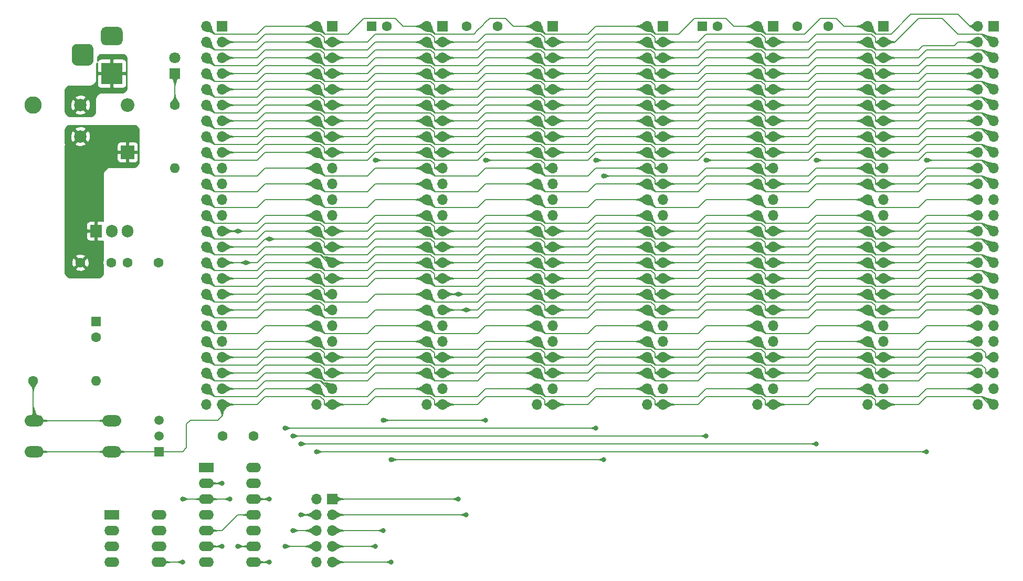
<source format=gbr>
%TF.GenerationSoftware,KiCad,Pcbnew,5.1.9*%
%TF.CreationDate,2021-02-01T09:54:16+01:00*%
%TF.ProjectId,backplane_v2.0,6261636b-706c-4616-9e65-5f76322e302e,v2.0*%
%TF.SameCoordinates,Original*%
%TF.FileFunction,Copper,L1,Top*%
%TF.FilePolarity,Positive*%
%FSLAX46Y46*%
G04 Gerber Fmt 4.6, Leading zero omitted, Abs format (unit mm)*
G04 Created by KiCad (PCBNEW 5.1.9) date 2021-02-01 09:54:16*
%MOMM*%
%LPD*%
G01*
G04 APERTURE LIST*
%TA.AperFunction,ComponentPad*%
%ADD10C,1.600000*%
%TD*%
%TA.AperFunction,ComponentPad*%
%ADD11R,1.600000X1.600000*%
%TD*%
%TA.AperFunction,ComponentPad*%
%ADD12R,1.500000X1.500000*%
%TD*%
%TA.AperFunction,ComponentPad*%
%ADD13C,1.500000*%
%TD*%
%TA.AperFunction,ComponentPad*%
%ADD14O,2.400000X1.600000*%
%TD*%
%TA.AperFunction,ComponentPad*%
%ADD15R,2.400000X1.600000*%
%TD*%
%TA.AperFunction,ComponentPad*%
%ADD16O,1.700000X1.700000*%
%TD*%
%TA.AperFunction,ComponentPad*%
%ADD17R,1.700000X1.700000*%
%TD*%
%TA.AperFunction,ComponentPad*%
%ADD18O,1.905000X2.000000*%
%TD*%
%TA.AperFunction,ComponentPad*%
%ADD19R,1.905000X2.000000*%
%TD*%
%TA.AperFunction,ComponentPad*%
%ADD20C,2.800000*%
%TD*%
%TA.AperFunction,ComponentPad*%
%ADD21O,3.048000X1.850000*%
%TD*%
%TA.AperFunction,ComponentPad*%
%ADD22O,1.600000X1.600000*%
%TD*%
%TA.AperFunction,ComponentPad*%
%ADD23R,3.500000X3.500000*%
%TD*%
%TA.AperFunction,ComponentPad*%
%ADD24C,2.000000*%
%TD*%
%TA.AperFunction,ComponentPad*%
%ADD25O,2.200000X2.200000*%
%TD*%
%TA.AperFunction,ComponentPad*%
%ADD26R,2.200000X2.200000*%
%TD*%
%TA.AperFunction,ComponentPad*%
%ADD27C,1.800000*%
%TD*%
%TA.AperFunction,ComponentPad*%
%ADD28R,1.800000X1.800000*%
%TD*%
%TA.AperFunction,ViaPad*%
%ADD29C,0.812800*%
%TD*%
%TA.AperFunction,Conductor*%
%ADD30C,0.203200*%
%TD*%
%TA.AperFunction,Conductor*%
%ADD31C,0.254000*%
%TD*%
%TA.AperFunction,Conductor*%
%ADD32C,0.100000*%
%TD*%
%TA.AperFunction,Conductor*%
%ADD33C,0.025400*%
%TD*%
G04 APERTURE END LIST*
D10*
%TO.P,C7,2*%
%TO.N,GND*%
X182840000Y-36195000D03*
D11*
%TO.P,C7,1*%
%TO.N,VCC*%
X180340000Y-36195000D03*
%TD*%
D10*
%TO.P,C5,2*%
%TO.N,GND*%
X129500000Y-36195000D03*
D11*
%TO.P,C5,1*%
%TO.N,VCC*%
X127000000Y-36195000D03*
%TD*%
D10*
%TO.P,C4,2*%
%TO.N,GND*%
X82550000Y-86320000D03*
D11*
%TO.P,C4,1*%
%TO.N,VCC*%
X82550000Y-83820000D03*
%TD*%
D12*
%TO.P,U2,1*%
%TO.N,/~RESET*%
X92710000Y-104775000D03*
D13*
%TO.P,U2,3*%
%TO.N,GND*%
X92710000Y-99695000D03*
%TO.P,U2,2*%
%TO.N,VCC*%
X92710000Y-102235000D03*
%TD*%
D14*
%TO.P,X1,8*%
%TO.N,VCC*%
X92710000Y-114935000D03*
%TO.P,X1,4*%
%TO.N,GND*%
X85090000Y-122555000D03*
%TO.P,X1,7*%
%TO.N,N/C*%
X92710000Y-117475000D03*
%TO.P,X1,3*%
X85090000Y-120015000D03*
%TO.P,X1,6*%
X92710000Y-120015000D03*
%TO.P,X1,2*%
X85090000Y-117475000D03*
%TO.P,X1,5*%
%TO.N,/sysClk*%
X92710000Y-122555000D03*
D15*
%TO.P,X1,1*%
%TO.N,N/C*%
X85090000Y-114935000D03*
%TD*%
D10*
%TO.P,C8,2*%
%TO.N,VCC*%
X195660000Y-36195000D03*
%TO.P,C8,1*%
%TO.N,GND*%
X200660000Y-36195000D03*
%TD*%
%TO.P,C6,2*%
%TO.N,VCC*%
X142320000Y-36195000D03*
%TO.P,C6,1*%
%TO.N,GND*%
X147320000Y-36195000D03*
%TD*%
D16*
%TO.P,J3a1,10*%
%TO.N,N/C*%
X118110000Y-122555000D03*
%TO.P,J3a1,9*%
%TO.N,/~DEVSEL*%
X120650000Y-122555000D03*
%TO.P,J3a1,8*%
%TO.N,/~IOSEL0*%
X118110000Y-120015000D03*
%TO.P,J3a1,7*%
%TO.N,/~RAMSEL*%
X120650000Y-120015000D03*
%TO.P,J3a1,6*%
%TO.N,/~IOSEL1*%
X118110000Y-117475000D03*
%TO.P,J3a1,5*%
%TO.N,/~ROMSEL*%
X120650000Y-117475000D03*
%TO.P,J3a1,4*%
%TO.N,/~IOSEL2*%
X118110000Y-114935000D03*
%TO.P,J3a1,3*%
%TO.N,/~WE*%
X120650000Y-114935000D03*
%TO.P,J3a1,2*%
%TO.N,/~IOSEL3*%
X118110000Y-112395000D03*
D17*
%TO.P,J3a1,1*%
%TO.N,/~OE*%
X120650000Y-112395000D03*
%TD*%
D16*
%TO.P,J9,50*%
%TO.N,GND*%
X224790000Y-97155000D03*
%TO.P,J9,49*%
%TO.N,/~RESET*%
X227330000Y-97155000D03*
%TO.P,J9,48*%
%TO.N,/A0*%
X224790000Y-94615000D03*
%TO.P,J9,47*%
%TO.N,N/C*%
X227330000Y-94615000D03*
%TO.P,J9,46*%
%TO.N,/A1*%
X224790000Y-92075000D03*
%TO.P,J9,45*%
%TO.N,/~IRQ*%
X227330000Y-92075000D03*
%TO.P,J9,44*%
%TO.N,/A2*%
X224790000Y-89535000D03*
%TO.P,J9,43*%
%TO.N,/~NMI*%
X227330000Y-89535000D03*
%TO.P,J9,42*%
%TO.N,/A3*%
X224790000Y-86995000D03*
%TO.P,J9,41*%
%TO.N,N/C*%
X227330000Y-86995000D03*
%TO.P,J9,40*%
%TO.N,/A4*%
X224790000Y-84455000D03*
%TO.P,J9,39*%
%TO.N,N/C*%
X227330000Y-84455000D03*
%TO.P,J9,38*%
%TO.N,/A5*%
X224790000Y-81915000D03*
%TO.P,J9,37*%
%TO.N,/~WE*%
X227330000Y-81915000D03*
%TO.P,J9,36*%
%TO.N,/A6*%
X224790000Y-79375000D03*
%TO.P,J9,35*%
%TO.N,/~OE*%
X227330000Y-79375000D03*
%TO.P,J9,34*%
%TO.N,/A7*%
X224790000Y-76835000D03*
%TO.P,J9,33*%
%TO.N,/R~W*%
X227330000Y-76835000D03*
%TO.P,J9,32*%
%TO.N,/A8*%
X224790000Y-74295000D03*
%TO.P,J9,31*%
%TO.N,/PHI2*%
X227330000Y-74295000D03*
%TO.P,J9,30*%
%TO.N,/A9*%
X224790000Y-71755000D03*
%TO.P,J9,29*%
%TO.N,/~PHI2*%
X227330000Y-71755000D03*
%TO.P,J9,28*%
%TO.N,/A10*%
X224790000Y-69215000D03*
%TO.P,J9,27*%
%TO.N,/sysClk*%
X227330000Y-69215000D03*
%TO.P,J9,26*%
%TO.N,/A11*%
X224790000Y-66675000D03*
%TO.P,J9,25*%
%TO.N,N/C*%
X227330000Y-66675000D03*
%TO.P,J9,24*%
%TO.N,/A12*%
X224790000Y-64135000D03*
%TO.P,J9,23*%
%TO.N,N/C*%
X227330000Y-64135000D03*
%TO.P,J9,22*%
%TO.N,/A13*%
X224790000Y-61595000D03*
%TO.P,J9,21*%
%TO.N,/~DEVSEL*%
X227330000Y-61595000D03*
%TO.P,J9,20*%
%TO.N,/A14*%
X224790000Y-59055000D03*
%TO.P,J9,19*%
%TO.N,/~IOSEL3*%
X227330000Y-59055000D03*
%TO.P,J9,18*%
%TO.N,/A15*%
X224790000Y-56515000D03*
%TO.P,J9,17*%
%TO.N,/D0*%
X227330000Y-56515000D03*
%TO.P,J9,16*%
%TO.N,/A16*%
X224790000Y-53975000D03*
%TO.P,J9,15*%
%TO.N,/D1*%
X227330000Y-53975000D03*
%TO.P,J9,14*%
%TO.N,/A17*%
X224790000Y-51435000D03*
%TO.P,J9,13*%
%TO.N,/D2*%
X227330000Y-51435000D03*
%TO.P,J9,12*%
%TO.N,/A18*%
X224790000Y-48895000D03*
%TO.P,J9,11*%
%TO.N,/D3*%
X227330000Y-48895000D03*
%TO.P,J9,10*%
%TO.N,/A19*%
X224790000Y-46355000D03*
%TO.P,J9,9*%
%TO.N,/D4*%
X227330000Y-46355000D03*
%TO.P,J9,8*%
%TO.N,/A20*%
X224790000Y-43815000D03*
%TO.P,J9,7*%
%TO.N,/D5*%
X227330000Y-43815000D03*
%TO.P,J9,6*%
%TO.N,/A21*%
X224790000Y-41275000D03*
%TO.P,J9,5*%
%TO.N,/D6*%
X227330000Y-41275000D03*
%TO.P,J9,4*%
%TO.N,/A22*%
X224790000Y-38735000D03*
%TO.P,J9,3*%
%TO.N,/D7*%
X227330000Y-38735000D03*
%TO.P,J9,2*%
%TO.N,/A23*%
X224790000Y-36195000D03*
D17*
%TO.P,J9,1*%
%TO.N,VCC*%
X227330000Y-36195000D03*
%TD*%
D16*
%TO.P,J8,50*%
%TO.N,GND*%
X207010000Y-97155000D03*
%TO.P,J8,49*%
%TO.N,/~RESET*%
X209550000Y-97155000D03*
%TO.P,J8,48*%
%TO.N,/A0*%
X207010000Y-94615000D03*
%TO.P,J8,47*%
%TO.N,N/C*%
X209550000Y-94615000D03*
%TO.P,J8,46*%
%TO.N,/A1*%
X207010000Y-92075000D03*
%TO.P,J8,45*%
%TO.N,/~IRQ*%
X209550000Y-92075000D03*
%TO.P,J8,44*%
%TO.N,/A2*%
X207010000Y-89535000D03*
%TO.P,J8,43*%
%TO.N,/~NMI*%
X209550000Y-89535000D03*
%TO.P,J8,42*%
%TO.N,/A3*%
X207010000Y-86995000D03*
%TO.P,J8,41*%
%TO.N,N/C*%
X209550000Y-86995000D03*
%TO.P,J8,40*%
%TO.N,/A4*%
X207010000Y-84455000D03*
%TO.P,J8,39*%
%TO.N,N/C*%
X209550000Y-84455000D03*
%TO.P,J8,38*%
%TO.N,/A5*%
X207010000Y-81915000D03*
%TO.P,J8,37*%
%TO.N,/~WE*%
X209550000Y-81915000D03*
%TO.P,J8,36*%
%TO.N,/A6*%
X207010000Y-79375000D03*
%TO.P,J8,35*%
%TO.N,/~OE*%
X209550000Y-79375000D03*
%TO.P,J8,34*%
%TO.N,/A7*%
X207010000Y-76835000D03*
%TO.P,J8,33*%
%TO.N,/R~W*%
X209550000Y-76835000D03*
%TO.P,J8,32*%
%TO.N,/A8*%
X207010000Y-74295000D03*
%TO.P,J8,31*%
%TO.N,/PHI2*%
X209550000Y-74295000D03*
%TO.P,J8,30*%
%TO.N,/A9*%
X207010000Y-71755000D03*
%TO.P,J8,29*%
%TO.N,/~PHI2*%
X209550000Y-71755000D03*
%TO.P,J8,28*%
%TO.N,/A10*%
X207010000Y-69215000D03*
%TO.P,J8,27*%
%TO.N,/sysClk*%
X209550000Y-69215000D03*
%TO.P,J8,26*%
%TO.N,/A11*%
X207010000Y-66675000D03*
%TO.P,J8,25*%
%TO.N,N/C*%
X209550000Y-66675000D03*
%TO.P,J8,24*%
%TO.N,/A12*%
X207010000Y-64135000D03*
%TO.P,J8,23*%
%TO.N,N/C*%
X209550000Y-64135000D03*
%TO.P,J8,22*%
%TO.N,/A13*%
X207010000Y-61595000D03*
%TO.P,J8,21*%
%TO.N,/~DEVSEL*%
X209550000Y-61595000D03*
%TO.P,J8,20*%
%TO.N,/A14*%
X207010000Y-59055000D03*
%TO.P,J8,19*%
%TO.N,/~IOSEL2*%
X209550000Y-59055000D03*
%TO.P,J8,18*%
%TO.N,/A15*%
X207010000Y-56515000D03*
%TO.P,J8,17*%
%TO.N,/D0*%
X209550000Y-56515000D03*
%TO.P,J8,16*%
%TO.N,/A16*%
X207010000Y-53975000D03*
%TO.P,J8,15*%
%TO.N,/D1*%
X209550000Y-53975000D03*
%TO.P,J8,14*%
%TO.N,/A17*%
X207010000Y-51435000D03*
%TO.P,J8,13*%
%TO.N,/D2*%
X209550000Y-51435000D03*
%TO.P,J8,12*%
%TO.N,/A18*%
X207010000Y-48895000D03*
%TO.P,J8,11*%
%TO.N,/D3*%
X209550000Y-48895000D03*
%TO.P,J8,10*%
%TO.N,/A19*%
X207010000Y-46355000D03*
%TO.P,J8,9*%
%TO.N,/D4*%
X209550000Y-46355000D03*
%TO.P,J8,8*%
%TO.N,/A20*%
X207010000Y-43815000D03*
%TO.P,J8,7*%
%TO.N,/D5*%
X209550000Y-43815000D03*
%TO.P,J8,6*%
%TO.N,/A21*%
X207010000Y-41275000D03*
%TO.P,J8,5*%
%TO.N,/D6*%
X209550000Y-41275000D03*
%TO.P,J8,4*%
%TO.N,/A22*%
X207010000Y-38735000D03*
%TO.P,J8,3*%
%TO.N,/D7*%
X209550000Y-38735000D03*
%TO.P,J8,2*%
%TO.N,/A23*%
X207010000Y-36195000D03*
D17*
%TO.P,J8,1*%
%TO.N,VCC*%
X209550000Y-36195000D03*
%TD*%
D16*
%TO.P,J5,50*%
%TO.N,GND*%
X153670000Y-97155000D03*
%TO.P,J5,49*%
%TO.N,/~RESET*%
X156210000Y-97155000D03*
%TO.P,J5,48*%
%TO.N,/A0*%
X153670000Y-94615000D03*
%TO.P,J5,47*%
%TO.N,N/C*%
X156210000Y-94615000D03*
%TO.P,J5,46*%
%TO.N,/A1*%
X153670000Y-92075000D03*
%TO.P,J5,45*%
%TO.N,/~IRQ*%
X156210000Y-92075000D03*
%TO.P,J5,44*%
%TO.N,/A2*%
X153670000Y-89535000D03*
%TO.P,J5,43*%
%TO.N,/~NMI*%
X156210000Y-89535000D03*
%TO.P,J5,42*%
%TO.N,/A3*%
X153670000Y-86995000D03*
%TO.P,J5,41*%
%TO.N,N/C*%
X156210000Y-86995000D03*
%TO.P,J5,40*%
%TO.N,/A4*%
X153670000Y-84455000D03*
%TO.P,J5,39*%
%TO.N,N/C*%
X156210000Y-84455000D03*
%TO.P,J5,38*%
%TO.N,/A5*%
X153670000Y-81915000D03*
%TO.P,J5,37*%
%TO.N,/~WE*%
X156210000Y-81915000D03*
%TO.P,J5,36*%
%TO.N,/A6*%
X153670000Y-79375000D03*
%TO.P,J5,35*%
%TO.N,/~OE*%
X156210000Y-79375000D03*
%TO.P,J5,34*%
%TO.N,/A7*%
X153670000Y-76835000D03*
%TO.P,J5,33*%
%TO.N,/R~W*%
X156210000Y-76835000D03*
%TO.P,J5,32*%
%TO.N,/A8*%
X153670000Y-74295000D03*
%TO.P,J5,31*%
%TO.N,/PHI2*%
X156210000Y-74295000D03*
%TO.P,J5,30*%
%TO.N,/A9*%
X153670000Y-71755000D03*
%TO.P,J5,29*%
%TO.N,/~PHI2*%
X156210000Y-71755000D03*
%TO.P,J5,28*%
%TO.N,/A10*%
X153670000Y-69215000D03*
%TO.P,J5,27*%
%TO.N,/sysClk*%
X156210000Y-69215000D03*
%TO.P,J5,26*%
%TO.N,/A11*%
X153670000Y-66675000D03*
%TO.P,J5,25*%
%TO.N,N/C*%
X156210000Y-66675000D03*
%TO.P,J5,24*%
%TO.N,/A12*%
X153670000Y-64135000D03*
%TO.P,J5,23*%
%TO.N,N/C*%
X156210000Y-64135000D03*
%TO.P,J5,22*%
%TO.N,/A13*%
X153670000Y-61595000D03*
%TO.P,J5,21*%
%TO.N,N/C*%
X156210000Y-61595000D03*
%TO.P,J5,20*%
%TO.N,/A14*%
X153670000Y-59055000D03*
%TO.P,J5,19*%
%TO.N,/~ROMSEL*%
X156210000Y-59055000D03*
%TO.P,J5,18*%
%TO.N,/A15*%
X153670000Y-56515000D03*
%TO.P,J5,17*%
%TO.N,/D0*%
X156210000Y-56515000D03*
%TO.P,J5,16*%
%TO.N,/A16*%
X153670000Y-53975000D03*
%TO.P,J5,15*%
%TO.N,/D1*%
X156210000Y-53975000D03*
%TO.P,J5,14*%
%TO.N,/A17*%
X153670000Y-51435000D03*
%TO.P,J5,13*%
%TO.N,/D2*%
X156210000Y-51435000D03*
%TO.P,J5,12*%
%TO.N,/A18*%
X153670000Y-48895000D03*
%TO.P,J5,11*%
%TO.N,/D3*%
X156210000Y-48895000D03*
%TO.P,J5,10*%
%TO.N,/A19*%
X153670000Y-46355000D03*
%TO.P,J5,9*%
%TO.N,/D4*%
X156210000Y-46355000D03*
%TO.P,J5,8*%
%TO.N,/A20*%
X153670000Y-43815000D03*
%TO.P,J5,7*%
%TO.N,/D5*%
X156210000Y-43815000D03*
%TO.P,J5,6*%
%TO.N,/A21*%
X153670000Y-41275000D03*
%TO.P,J5,5*%
%TO.N,/D6*%
X156210000Y-41275000D03*
%TO.P,J5,4*%
%TO.N,/A22*%
X153670000Y-38735000D03*
%TO.P,J5,3*%
%TO.N,/D7*%
X156210000Y-38735000D03*
%TO.P,J5,2*%
%TO.N,/A23*%
X153670000Y-36195000D03*
D17*
%TO.P,J5,1*%
%TO.N,VCC*%
X156210000Y-36195000D03*
%TD*%
D16*
%TO.P,J3,50*%
%TO.N,GND*%
X118110000Y-97155000D03*
%TO.P,J3,49*%
%TO.N,/~RESET*%
X120650000Y-97155000D03*
%TO.P,J3,48*%
%TO.N,/A0*%
X118110000Y-94615000D03*
%TO.P,J3,47*%
%TO.N,/~ABORT*%
X120650000Y-94615000D03*
%TO.P,J3,46*%
%TO.N,/A1*%
X118110000Y-92075000D03*
%TO.P,J3,45*%
%TO.N,/~IRQ*%
X120650000Y-92075000D03*
%TO.P,J3,44*%
%TO.N,/A2*%
X118110000Y-89535000D03*
%TO.P,J3,43*%
%TO.N,/~NMI*%
X120650000Y-89535000D03*
%TO.P,J3,42*%
%TO.N,/A3*%
X118110000Y-86995000D03*
%TO.P,J3,41*%
%TO.N,N/C*%
X120650000Y-86995000D03*
%TO.P,J3,40*%
%TO.N,/A4*%
X118110000Y-84455000D03*
%TO.P,J3,39*%
%TO.N,N/C*%
X120650000Y-84455000D03*
%TO.P,J3,38*%
%TO.N,/A5*%
X118110000Y-81915000D03*
%TO.P,J3,37*%
%TO.N,/VDA*%
X120650000Y-81915000D03*
%TO.P,J3,36*%
%TO.N,/A6*%
X118110000Y-79375000D03*
%TO.P,J3,35*%
%TO.N,/VPA*%
X120650000Y-79375000D03*
%TO.P,J3,34*%
%TO.N,/A7*%
X118110000Y-76835000D03*
%TO.P,J3,33*%
%TO.N,/R~W*%
X120650000Y-76835000D03*
%TO.P,J3,32*%
%TO.N,/A8*%
X118110000Y-74295000D03*
%TO.P,J3,31*%
%TO.N,/PHI2*%
X120650000Y-74295000D03*
%TO.P,J3,30*%
%TO.N,/A9*%
X118110000Y-71755000D03*
%TO.P,J3,29*%
%TO.N,/~PHI2*%
X120650000Y-71755000D03*
%TO.P,J3,28*%
%TO.N,/A10*%
X118110000Y-69215000D03*
%TO.P,J3,27*%
%TO.N,/sysClk*%
X120650000Y-69215000D03*
%TO.P,J3,26*%
%TO.N,/A11*%
X118110000Y-66675000D03*
%TO.P,J3,25*%
%TO.N,N/C*%
X120650000Y-66675000D03*
%TO.P,J3,24*%
%TO.N,/A12*%
X118110000Y-64135000D03*
%TO.P,J3,23*%
%TO.N,N/C*%
X120650000Y-64135000D03*
%TO.P,J3,22*%
%TO.N,/A13*%
X118110000Y-61595000D03*
%TO.P,J3,21*%
%TO.N,N/C*%
X120650000Y-61595000D03*
%TO.P,J3,20*%
%TO.N,/A14*%
X118110000Y-59055000D03*
%TO.P,J3,19*%
%TO.N,N/C*%
X120650000Y-59055000D03*
%TO.P,J3,18*%
%TO.N,/A15*%
X118110000Y-56515000D03*
%TO.P,J3,17*%
%TO.N,/D0*%
X120650000Y-56515000D03*
%TO.P,J3,16*%
%TO.N,/A16*%
X118110000Y-53975000D03*
%TO.P,J3,15*%
%TO.N,/D1*%
X120650000Y-53975000D03*
%TO.P,J3,14*%
%TO.N,/A17*%
X118110000Y-51435000D03*
%TO.P,J3,13*%
%TO.N,/D2*%
X120650000Y-51435000D03*
%TO.P,J3,12*%
%TO.N,/A18*%
X118110000Y-48895000D03*
%TO.P,J3,11*%
%TO.N,/D3*%
X120650000Y-48895000D03*
%TO.P,J3,10*%
%TO.N,/A19*%
X118110000Y-46355000D03*
%TO.P,J3,9*%
%TO.N,/D4*%
X120650000Y-46355000D03*
%TO.P,J3,8*%
%TO.N,/A20*%
X118110000Y-43815000D03*
%TO.P,J3,7*%
%TO.N,/D5*%
X120650000Y-43815000D03*
%TO.P,J3,6*%
%TO.N,/A21*%
X118110000Y-41275000D03*
%TO.P,J3,5*%
%TO.N,/D6*%
X120650000Y-41275000D03*
%TO.P,J3,4*%
%TO.N,/A22*%
X118110000Y-38735000D03*
%TO.P,J3,3*%
%TO.N,/D7*%
X120650000Y-38735000D03*
%TO.P,J3,2*%
%TO.N,/A23*%
X118110000Y-36195000D03*
D17*
%TO.P,J3,1*%
%TO.N,VCC*%
X120650000Y-36195000D03*
%TD*%
D16*
%TO.P,J7,50*%
%TO.N,GND*%
X189230000Y-97155000D03*
%TO.P,J7,49*%
%TO.N,/~RESET*%
X191770000Y-97155000D03*
%TO.P,J7,48*%
%TO.N,/A0*%
X189230000Y-94615000D03*
%TO.P,J7,47*%
%TO.N,N/C*%
X191770000Y-94615000D03*
%TO.P,J7,46*%
%TO.N,/A1*%
X189230000Y-92075000D03*
%TO.P,J7,45*%
%TO.N,/~IRQ*%
X191770000Y-92075000D03*
%TO.P,J7,44*%
%TO.N,/A2*%
X189230000Y-89535000D03*
%TO.P,J7,43*%
%TO.N,/~NMI*%
X191770000Y-89535000D03*
%TO.P,J7,42*%
%TO.N,/A3*%
X189230000Y-86995000D03*
%TO.P,J7,41*%
%TO.N,N/C*%
X191770000Y-86995000D03*
%TO.P,J7,40*%
%TO.N,/A4*%
X189230000Y-84455000D03*
%TO.P,J7,39*%
%TO.N,N/C*%
X191770000Y-84455000D03*
%TO.P,J7,38*%
%TO.N,/A5*%
X189230000Y-81915000D03*
%TO.P,J7,37*%
%TO.N,/~WE*%
X191770000Y-81915000D03*
%TO.P,J7,36*%
%TO.N,/A6*%
X189230000Y-79375000D03*
%TO.P,J7,35*%
%TO.N,/~OE*%
X191770000Y-79375000D03*
%TO.P,J7,34*%
%TO.N,/A7*%
X189230000Y-76835000D03*
%TO.P,J7,33*%
%TO.N,/R~W*%
X191770000Y-76835000D03*
%TO.P,J7,32*%
%TO.N,/A8*%
X189230000Y-74295000D03*
%TO.P,J7,31*%
%TO.N,/PHI2*%
X191770000Y-74295000D03*
%TO.P,J7,30*%
%TO.N,/A9*%
X189230000Y-71755000D03*
%TO.P,J7,29*%
%TO.N,/~PHI2*%
X191770000Y-71755000D03*
%TO.P,J7,28*%
%TO.N,/A10*%
X189230000Y-69215000D03*
%TO.P,J7,27*%
%TO.N,/sysClk*%
X191770000Y-69215000D03*
%TO.P,J7,26*%
%TO.N,/A11*%
X189230000Y-66675000D03*
%TO.P,J7,25*%
%TO.N,N/C*%
X191770000Y-66675000D03*
%TO.P,J7,24*%
%TO.N,/A12*%
X189230000Y-64135000D03*
%TO.P,J7,23*%
%TO.N,N/C*%
X191770000Y-64135000D03*
%TO.P,J7,22*%
%TO.N,/A13*%
X189230000Y-61595000D03*
%TO.P,J7,21*%
%TO.N,/~DEVSEL*%
X191770000Y-61595000D03*
%TO.P,J7,20*%
%TO.N,/A14*%
X189230000Y-59055000D03*
%TO.P,J7,19*%
%TO.N,/~IOSEL1*%
X191770000Y-59055000D03*
%TO.P,J7,18*%
%TO.N,/A15*%
X189230000Y-56515000D03*
%TO.P,J7,17*%
%TO.N,/D0*%
X191770000Y-56515000D03*
%TO.P,J7,16*%
%TO.N,/A16*%
X189230000Y-53975000D03*
%TO.P,J7,15*%
%TO.N,/D1*%
X191770000Y-53975000D03*
%TO.P,J7,14*%
%TO.N,/A17*%
X189230000Y-51435000D03*
%TO.P,J7,13*%
%TO.N,/D2*%
X191770000Y-51435000D03*
%TO.P,J7,12*%
%TO.N,/A18*%
X189230000Y-48895000D03*
%TO.P,J7,11*%
%TO.N,/D3*%
X191770000Y-48895000D03*
%TO.P,J7,10*%
%TO.N,/A19*%
X189230000Y-46355000D03*
%TO.P,J7,9*%
%TO.N,/D4*%
X191770000Y-46355000D03*
%TO.P,J7,8*%
%TO.N,/A20*%
X189230000Y-43815000D03*
%TO.P,J7,7*%
%TO.N,/D5*%
X191770000Y-43815000D03*
%TO.P,J7,6*%
%TO.N,/A21*%
X189230000Y-41275000D03*
%TO.P,J7,5*%
%TO.N,/D6*%
X191770000Y-41275000D03*
%TO.P,J7,4*%
%TO.N,/A22*%
X189230000Y-38735000D03*
%TO.P,J7,3*%
%TO.N,/D7*%
X191770000Y-38735000D03*
%TO.P,J7,2*%
%TO.N,/A23*%
X189230000Y-36195000D03*
D17*
%TO.P,J7,1*%
%TO.N,VCC*%
X191770000Y-36195000D03*
%TD*%
D16*
%TO.P,J6,50*%
%TO.N,GND*%
X171450000Y-97155000D03*
%TO.P,J6,49*%
%TO.N,/~RESET*%
X173990000Y-97155000D03*
%TO.P,J6,48*%
%TO.N,/A0*%
X171450000Y-94615000D03*
%TO.P,J6,47*%
%TO.N,N/C*%
X173990000Y-94615000D03*
%TO.P,J6,46*%
%TO.N,/A1*%
X171450000Y-92075000D03*
%TO.P,J6,45*%
%TO.N,/~IRQ*%
X173990000Y-92075000D03*
%TO.P,J6,44*%
%TO.N,/A2*%
X171450000Y-89535000D03*
%TO.P,J6,43*%
%TO.N,/~NMI*%
X173990000Y-89535000D03*
%TO.P,J6,42*%
%TO.N,/A3*%
X171450000Y-86995000D03*
%TO.P,J6,41*%
%TO.N,N/C*%
X173990000Y-86995000D03*
%TO.P,J6,40*%
%TO.N,/A4*%
X171450000Y-84455000D03*
%TO.P,J6,39*%
%TO.N,N/C*%
X173990000Y-84455000D03*
%TO.P,J6,38*%
%TO.N,/A5*%
X171450000Y-81915000D03*
%TO.P,J6,37*%
%TO.N,/~WE*%
X173990000Y-81915000D03*
%TO.P,J6,36*%
%TO.N,/A6*%
X171450000Y-79375000D03*
%TO.P,J6,35*%
%TO.N,/~OE*%
X173990000Y-79375000D03*
%TO.P,J6,34*%
%TO.N,/A7*%
X171450000Y-76835000D03*
%TO.P,J6,33*%
%TO.N,/R~W*%
X173990000Y-76835000D03*
%TO.P,J6,32*%
%TO.N,/A8*%
X171450000Y-74295000D03*
%TO.P,J6,31*%
%TO.N,/PHI2*%
X173990000Y-74295000D03*
%TO.P,J6,30*%
%TO.N,/A9*%
X171450000Y-71755000D03*
%TO.P,J6,29*%
%TO.N,/~PHI2*%
X173990000Y-71755000D03*
%TO.P,J6,28*%
%TO.N,/A10*%
X171450000Y-69215000D03*
%TO.P,J6,27*%
%TO.N,/sysClk*%
X173990000Y-69215000D03*
%TO.P,J6,26*%
%TO.N,/A11*%
X171450000Y-66675000D03*
%TO.P,J6,25*%
%TO.N,N/C*%
X173990000Y-66675000D03*
%TO.P,J6,24*%
%TO.N,/A12*%
X171450000Y-64135000D03*
%TO.P,J6,23*%
%TO.N,N/C*%
X173990000Y-64135000D03*
%TO.P,J6,22*%
%TO.N,/A13*%
X171450000Y-61595000D03*
%TO.P,J6,21*%
%TO.N,/~DEVSEL*%
X173990000Y-61595000D03*
%TO.P,J6,20*%
%TO.N,/A14*%
X171450000Y-59055000D03*
%TO.P,J6,19*%
%TO.N,/~IOSEL0*%
X173990000Y-59055000D03*
%TO.P,J6,18*%
%TO.N,/A15*%
X171450000Y-56515000D03*
%TO.P,J6,17*%
%TO.N,/D0*%
X173990000Y-56515000D03*
%TO.P,J6,16*%
%TO.N,/A16*%
X171450000Y-53975000D03*
%TO.P,J6,15*%
%TO.N,/D1*%
X173990000Y-53975000D03*
%TO.P,J6,14*%
%TO.N,/A17*%
X171450000Y-51435000D03*
%TO.P,J6,13*%
%TO.N,/D2*%
X173990000Y-51435000D03*
%TO.P,J6,12*%
%TO.N,/A18*%
X171450000Y-48895000D03*
%TO.P,J6,11*%
%TO.N,/D3*%
X173990000Y-48895000D03*
%TO.P,J6,10*%
%TO.N,/A19*%
X171450000Y-46355000D03*
%TO.P,J6,9*%
%TO.N,/D4*%
X173990000Y-46355000D03*
%TO.P,J6,8*%
%TO.N,/A20*%
X171450000Y-43815000D03*
%TO.P,J6,7*%
%TO.N,/D5*%
X173990000Y-43815000D03*
%TO.P,J6,6*%
%TO.N,/A21*%
X171450000Y-41275000D03*
%TO.P,J6,5*%
%TO.N,/D6*%
X173990000Y-41275000D03*
%TO.P,J6,4*%
%TO.N,/A22*%
X171450000Y-38735000D03*
%TO.P,J6,3*%
%TO.N,/D7*%
X173990000Y-38735000D03*
%TO.P,J6,2*%
%TO.N,/A23*%
X171450000Y-36195000D03*
D17*
%TO.P,J6,1*%
%TO.N,VCC*%
X173990000Y-36195000D03*
%TD*%
D16*
%TO.P,J4,50*%
%TO.N,GND*%
X135890000Y-97155000D03*
%TO.P,J4,49*%
%TO.N,/~RESET*%
X138430000Y-97155000D03*
%TO.P,J4,48*%
%TO.N,/A0*%
X135890000Y-94615000D03*
%TO.P,J4,47*%
%TO.N,N/C*%
X138430000Y-94615000D03*
%TO.P,J4,46*%
%TO.N,/A1*%
X135890000Y-92075000D03*
%TO.P,J4,45*%
%TO.N,/~IRQ*%
X138430000Y-92075000D03*
%TO.P,J4,44*%
%TO.N,/A2*%
X135890000Y-89535000D03*
%TO.P,J4,43*%
%TO.N,/~NMI*%
X138430000Y-89535000D03*
%TO.P,J4,42*%
%TO.N,/A3*%
X135890000Y-86995000D03*
%TO.P,J4,41*%
%TO.N,N/C*%
X138430000Y-86995000D03*
%TO.P,J4,40*%
%TO.N,/A4*%
X135890000Y-84455000D03*
%TO.P,J4,39*%
%TO.N,N/C*%
X138430000Y-84455000D03*
%TO.P,J4,38*%
%TO.N,/A5*%
X135890000Y-81915000D03*
%TO.P,J4,37*%
%TO.N,/~WE*%
X138430000Y-81915000D03*
%TO.P,J4,36*%
%TO.N,/A6*%
X135890000Y-79375000D03*
%TO.P,J4,35*%
%TO.N,/~OE*%
X138430000Y-79375000D03*
%TO.P,J4,34*%
%TO.N,/A7*%
X135890000Y-76835000D03*
%TO.P,J4,33*%
%TO.N,/R~W*%
X138430000Y-76835000D03*
%TO.P,J4,32*%
%TO.N,/A8*%
X135890000Y-74295000D03*
%TO.P,J4,31*%
%TO.N,/PHI2*%
X138430000Y-74295000D03*
%TO.P,J4,30*%
%TO.N,/A9*%
X135890000Y-71755000D03*
%TO.P,J4,29*%
%TO.N,/~PHI2*%
X138430000Y-71755000D03*
%TO.P,J4,28*%
%TO.N,/A10*%
X135890000Y-69215000D03*
%TO.P,J4,27*%
%TO.N,/sysClk*%
X138430000Y-69215000D03*
%TO.P,J4,26*%
%TO.N,/A11*%
X135890000Y-66675000D03*
%TO.P,J4,25*%
%TO.N,N/C*%
X138430000Y-66675000D03*
%TO.P,J4,24*%
%TO.N,/A12*%
X135890000Y-64135000D03*
%TO.P,J4,23*%
%TO.N,N/C*%
X138430000Y-64135000D03*
%TO.P,J4,22*%
%TO.N,/A13*%
X135890000Y-61595000D03*
%TO.P,J4,21*%
%TO.N,N/C*%
X138430000Y-61595000D03*
%TO.P,J4,20*%
%TO.N,/A14*%
X135890000Y-59055000D03*
%TO.P,J4,19*%
%TO.N,/~RAMSEL*%
X138430000Y-59055000D03*
%TO.P,J4,18*%
%TO.N,/A15*%
X135890000Y-56515000D03*
%TO.P,J4,17*%
%TO.N,/D0*%
X138430000Y-56515000D03*
%TO.P,J4,16*%
%TO.N,/A16*%
X135890000Y-53975000D03*
%TO.P,J4,15*%
%TO.N,/D1*%
X138430000Y-53975000D03*
%TO.P,J4,14*%
%TO.N,/A17*%
X135890000Y-51435000D03*
%TO.P,J4,13*%
%TO.N,/D2*%
X138430000Y-51435000D03*
%TO.P,J4,12*%
%TO.N,/A18*%
X135890000Y-48895000D03*
%TO.P,J4,11*%
%TO.N,/D3*%
X138430000Y-48895000D03*
%TO.P,J4,10*%
%TO.N,/A19*%
X135890000Y-46355000D03*
%TO.P,J4,9*%
%TO.N,/D4*%
X138430000Y-46355000D03*
%TO.P,J4,8*%
%TO.N,/A20*%
X135890000Y-43815000D03*
%TO.P,J4,7*%
%TO.N,/D5*%
X138430000Y-43815000D03*
%TO.P,J4,6*%
%TO.N,/A21*%
X135890000Y-41275000D03*
%TO.P,J4,5*%
%TO.N,/D6*%
X138430000Y-41275000D03*
%TO.P,J4,4*%
%TO.N,/A22*%
X135890000Y-38735000D03*
%TO.P,J4,3*%
%TO.N,/D7*%
X138430000Y-38735000D03*
%TO.P,J4,2*%
%TO.N,/A23*%
X135890000Y-36195000D03*
D17*
%TO.P,J4,1*%
%TO.N,VCC*%
X138430000Y-36195000D03*
%TD*%
D16*
%TO.P,J2,50*%
%TO.N,GND*%
X100330000Y-97155000D03*
%TO.P,J2,49*%
%TO.N,/~RESET*%
X102870000Y-97155000D03*
%TO.P,J2,48*%
%TO.N,/A0*%
X100330000Y-94615000D03*
%TO.P,J2,47*%
%TO.N,/~ABORT*%
X102870000Y-94615000D03*
%TO.P,J2,46*%
%TO.N,/A1*%
X100330000Y-92075000D03*
%TO.P,J2,45*%
%TO.N,/~IRQ*%
X102870000Y-92075000D03*
%TO.P,J2,44*%
%TO.N,/A2*%
X100330000Y-89535000D03*
%TO.P,J2,43*%
%TO.N,/~NMI*%
X102870000Y-89535000D03*
%TO.P,J2,42*%
%TO.N,/A3*%
X100330000Y-86995000D03*
%TO.P,J2,41*%
%TO.N,N/C*%
X102870000Y-86995000D03*
%TO.P,J2,40*%
%TO.N,/A4*%
X100330000Y-84455000D03*
%TO.P,J2,39*%
%TO.N,N/C*%
X102870000Y-84455000D03*
%TO.P,J2,38*%
%TO.N,/A5*%
X100330000Y-81915000D03*
%TO.P,J2,37*%
%TO.N,/VDA*%
X102870000Y-81915000D03*
%TO.P,J2,36*%
%TO.N,/A6*%
X100330000Y-79375000D03*
%TO.P,J2,35*%
%TO.N,/VPA*%
X102870000Y-79375000D03*
%TO.P,J2,34*%
%TO.N,/A7*%
X100330000Y-76835000D03*
%TO.P,J2,33*%
%TO.N,/R~W*%
X102870000Y-76835000D03*
%TO.P,J2,32*%
%TO.N,/A8*%
X100330000Y-74295000D03*
%TO.P,J2,31*%
%TO.N,/PHI2*%
X102870000Y-74295000D03*
%TO.P,J2,30*%
%TO.N,/A9*%
X100330000Y-71755000D03*
%TO.P,J2,29*%
%TO.N,/~PHI2*%
X102870000Y-71755000D03*
%TO.P,J2,28*%
%TO.N,/A10*%
X100330000Y-69215000D03*
%TO.P,J2,27*%
%TO.N,/sysClk*%
X102870000Y-69215000D03*
%TO.P,J2,26*%
%TO.N,/A11*%
X100330000Y-66675000D03*
%TO.P,J2,25*%
%TO.N,N/C*%
X102870000Y-66675000D03*
%TO.P,J2,24*%
%TO.N,/A12*%
X100330000Y-64135000D03*
%TO.P,J2,23*%
%TO.N,N/C*%
X102870000Y-64135000D03*
%TO.P,J2,22*%
%TO.N,/A13*%
X100330000Y-61595000D03*
%TO.P,J2,21*%
%TO.N,N/C*%
X102870000Y-61595000D03*
%TO.P,J2,20*%
%TO.N,/A14*%
X100330000Y-59055000D03*
%TO.P,J2,19*%
%TO.N,N/C*%
X102870000Y-59055000D03*
%TO.P,J2,18*%
%TO.N,/A15*%
X100330000Y-56515000D03*
%TO.P,J2,17*%
%TO.N,/D0*%
X102870000Y-56515000D03*
%TO.P,J2,16*%
%TO.N,/A16*%
X100330000Y-53975000D03*
%TO.P,J2,15*%
%TO.N,/D1*%
X102870000Y-53975000D03*
%TO.P,J2,14*%
%TO.N,/A17*%
X100330000Y-51435000D03*
%TO.P,J2,13*%
%TO.N,/D2*%
X102870000Y-51435000D03*
%TO.P,J2,12*%
%TO.N,/A18*%
X100330000Y-48895000D03*
%TO.P,J2,11*%
%TO.N,/D3*%
X102870000Y-48895000D03*
%TO.P,J2,10*%
%TO.N,/A19*%
X100330000Y-46355000D03*
%TO.P,J2,9*%
%TO.N,/D4*%
X102870000Y-46355000D03*
%TO.P,J2,8*%
%TO.N,/A20*%
X100330000Y-43815000D03*
%TO.P,J2,7*%
%TO.N,/D5*%
X102870000Y-43815000D03*
%TO.P,J2,6*%
%TO.N,/A21*%
X100330000Y-41275000D03*
%TO.P,J2,5*%
%TO.N,/D6*%
X102870000Y-41275000D03*
%TO.P,J2,4*%
%TO.N,/A22*%
X100330000Y-38735000D03*
%TO.P,J2,3*%
%TO.N,/D7*%
X102870000Y-38735000D03*
%TO.P,J2,2*%
%TO.N,/A23*%
X100330000Y-36195000D03*
D17*
%TO.P,J2,1*%
%TO.N,VCC*%
X102870000Y-36195000D03*
%TD*%
D14*
%TO.P,U3,14*%
%TO.N,VCC*%
X107950000Y-107315000D03*
%TO.P,U3,7*%
%TO.N,GND*%
X100330000Y-122555000D03*
%TO.P,U3,13*%
%TO.N,VCC*%
X107950000Y-109855000D03*
%TO.P,U3,6*%
%TO.N,Net-(U3-Pad2)*%
X100330000Y-120015000D03*
%TO.P,U3,12*%
%TO.N,/~PHI2*%
X107950000Y-112395000D03*
%TO.P,U3,5*%
%TO.N,Net-(U3-Pad11)*%
X100330000Y-117475000D03*
%TO.P,U3,11*%
X107950000Y-114935000D03*
%TO.P,U3,4*%
%TO.N,VCC*%
X100330000Y-114935000D03*
%TO.P,U3,10*%
X107950000Y-117475000D03*
%TO.P,U3,3*%
%TO.N,/sysClk*%
X100330000Y-112395000D03*
%TO.P,U3,9*%
%TO.N,/PHI2*%
X107950000Y-120015000D03*
%TO.P,U3,2*%
%TO.N,Net-(U3-Pad2)*%
X100330000Y-109855000D03*
%TO.P,U3,8*%
%TO.N,/~PHI2*%
X107950000Y-122555000D03*
D15*
%TO.P,U3,1*%
%TO.N,VCC*%
X100330000Y-107315000D03*
%TD*%
D18*
%TO.P,U1,3*%
%TO.N,VCC*%
X87630000Y-69215000D03*
%TO.P,U1,2*%
%TO.N,GND*%
X85090000Y-69215000D03*
D19*
%TO.P,U1,1*%
%TO.N,+VDC*%
X82550000Y-69215000D03*
%TD*%
D20*
%TO.P,TP1,1*%
%TO.N,GND*%
X72390000Y-48895000D03*
%TD*%
D21*
%TO.P,SW1,2*%
%TO.N,Net-(R2-Pad1)*%
X85090000Y-99775000D03*
%TO.P,SW1,1*%
%TO.N,/~RESET*%
X85090000Y-104775000D03*
%TO.P,SW1,2*%
%TO.N,Net-(R2-Pad1)*%
X72590000Y-99775000D03*
%TO.P,SW1,1*%
%TO.N,/~RESET*%
X72590000Y-104775000D03*
%TD*%
D22*
%TO.P,R2,2*%
%TO.N,GND*%
X82550000Y-93345000D03*
D10*
%TO.P,R2,1*%
%TO.N,Net-(R2-Pad1)*%
X72390000Y-93345000D03*
%TD*%
D22*
%TO.P,R1,2*%
%TO.N,GND*%
X95250000Y-59055000D03*
D10*
%TO.P,R1,1*%
%TO.N,Net-(D1-Pad1)*%
X95250000Y-48895000D03*
%TD*%
%TO.P,J1,3*%
%TO.N,N/C*%
%TA.AperFunction,ComponentPad*%
G36*
G01*
X79515000Y-39065000D02*
X81265000Y-39065000D01*
G75*
G02*
X82140000Y-39940000I0J-875000D01*
G01*
X82140000Y-41690000D01*
G75*
G02*
X81265000Y-42565000I-875000J0D01*
G01*
X79515000Y-42565000D01*
G75*
G02*
X78640000Y-41690000I0J875000D01*
G01*
X78640000Y-39940000D01*
G75*
G02*
X79515000Y-39065000I875000J0D01*
G01*
G37*
%TD.AperFunction*%
%TO.P,J1,2*%
%TO.N,GND*%
%TA.AperFunction,ComponentPad*%
G36*
G01*
X84090000Y-36315000D02*
X86090000Y-36315000D01*
G75*
G02*
X86840000Y-37065000I0J-750000D01*
G01*
X86840000Y-38565000D01*
G75*
G02*
X86090000Y-39315000I-750000J0D01*
G01*
X84090000Y-39315000D01*
G75*
G02*
X83340000Y-38565000I0J750000D01*
G01*
X83340000Y-37065000D01*
G75*
G02*
X84090000Y-36315000I750000J0D01*
G01*
G37*
%TD.AperFunction*%
D23*
%TO.P,J1,1*%
%TO.N,/raw*%
X85090000Y-43815000D03*
%TD*%
D24*
%TO.P,F1,2*%
%TO.N,/raw*%
X80020000Y-48895000D03*
%TO.P,F1,1*%
%TO.N,+VDC*%
X80010000Y-53975000D03*
%TD*%
D25*
%TO.P,D2,2*%
%TO.N,GND*%
X87630000Y-48895000D03*
D26*
%TO.P,D2,1*%
%TO.N,+VDC*%
X87630000Y-56515000D03*
%TD*%
D27*
%TO.P,D1,2*%
%TO.N,VCC*%
X95250000Y-41275000D03*
D28*
%TO.P,D1,1*%
%TO.N,Net-(D1-Pad1)*%
X95250000Y-43815000D03*
%TD*%
D10*
%TO.P,C3,2*%
%TO.N,GND*%
X92630000Y-74295000D03*
%TO.P,C3,1*%
%TO.N,VCC*%
X87630000Y-74295000D03*
%TD*%
%TO.P,C2,2*%
%TO.N,GND*%
X85010000Y-74295000D03*
%TO.P,C2,1*%
%TO.N,+VDC*%
X80010000Y-74295000D03*
%TD*%
%TO.P,C1,2*%
%TO.N,GND*%
X102950000Y-102235000D03*
%TO.P,C1,1*%
%TO.N,VCC*%
X107950000Y-102235000D03*
%TD*%
D29*
%TO.N,/PHI2*%
X105410000Y-120015000D03*
X106680000Y-74295000D03*
%TO.N,/~PHI2*%
X110490000Y-112395000D03*
X110490000Y-70485000D03*
X110490000Y-122555000D03*
%TO.N,/sysClk*%
X96520000Y-122555000D03*
X96520000Y-112395000D03*
X104140000Y-112395000D03*
X105410000Y-69215000D03*
%TO.N,/~WE*%
X142240000Y-114935000D03*
X142240000Y-81915000D03*
%TO.N,/~OE*%
X140970000Y-112395000D03*
X140970000Y-79375000D03*
%TO.N,/~RAMSEL*%
X127635000Y-57785000D03*
X127635000Y-120015000D03*
%TO.N,/~ROMSEL*%
X145415000Y-57785000D03*
X145415000Y-99695000D03*
X128905000Y-117475000D03*
X128905000Y-99695000D03*
%TO.N,/~DEVSEL*%
X130175000Y-122555000D03*
X130175000Y-106045000D03*
X164465000Y-60325000D03*
X164465000Y-106045000D03*
%TO.N,/~IOSEL0*%
X163195000Y-57785000D03*
X163195000Y-100965000D03*
X113030000Y-120015000D03*
X113030000Y-100965000D03*
%TO.N,/~IOSEL1*%
X180975000Y-57785000D03*
X180975000Y-102235000D03*
X114300000Y-102235000D03*
X114300000Y-117475000D03*
%TO.N,/~IOSEL2*%
X198755000Y-57785000D03*
X198755000Y-103505000D03*
X115570000Y-114935000D03*
X115570000Y-103505000D03*
%TO.N,/~IOSEL3*%
X216535000Y-57785000D03*
X118110000Y-104775000D03*
X216535000Y-104775000D03*
%TO.N,Net-(U3-Pad2)*%
X102870000Y-109855000D03*
X102870000Y-120015000D03*
%TD*%
D30*
%TO.N,Net-(D1-Pad1)*%
X95250000Y-43815000D02*
X95250000Y-48895000D01*
%TO.N,/~RESET*%
X216535000Y-95885000D02*
X215265000Y-97155000D01*
X227330000Y-97155000D02*
X226695000Y-97155000D01*
X225425000Y-95885000D02*
X216535000Y-95885000D01*
X226695000Y-97155000D02*
X225425000Y-95885000D01*
X215265000Y-97155000D02*
X209550000Y-97155000D01*
X198755000Y-95885000D02*
X197485000Y-97155000D01*
X207645000Y-95885000D02*
X198755000Y-95885000D01*
X197485000Y-97155000D02*
X191770000Y-97155000D01*
X180975000Y-95885000D02*
X179705000Y-97155000D01*
X189865000Y-95885000D02*
X180975000Y-95885000D01*
X179705000Y-97155000D02*
X173990000Y-97155000D01*
X163195000Y-95885000D02*
X161925000Y-97155000D01*
X172085000Y-95885000D02*
X163195000Y-95885000D01*
X161925000Y-97155000D02*
X156210000Y-97155000D01*
X145415000Y-95885000D02*
X144145000Y-97155000D01*
X154305000Y-95885000D02*
X145415000Y-95885000D01*
X144145000Y-97155000D02*
X138430000Y-97155000D01*
X109855000Y-95885000D02*
X108585000Y-97155000D01*
X108585000Y-97155000D02*
X102870000Y-97155000D01*
X118745000Y-95885000D02*
X109855000Y-95885000D01*
X136525000Y-95885000D02*
X127635000Y-95885000D01*
X126365000Y-97155000D02*
X120650000Y-97155000D01*
X127635000Y-95885000D02*
X126365000Y-97155000D01*
X102870000Y-99060000D02*
X102870000Y-97155000D01*
X120650000Y-97155000D02*
X119380000Y-97155000D01*
X119380000Y-97155000D02*
X119380000Y-96520000D01*
X119380000Y-96520000D02*
X118745000Y-95885000D01*
X138430000Y-97155000D02*
X137160000Y-97155000D01*
X137160000Y-97155000D02*
X137160000Y-96520000D01*
X137160000Y-96520000D02*
X136525000Y-95885000D01*
X156210000Y-97155000D02*
X154940000Y-97155000D01*
X154940000Y-97155000D02*
X154940000Y-96520000D01*
X154940000Y-96520000D02*
X154305000Y-95885000D01*
X173990000Y-97155000D02*
X172720000Y-97155000D01*
X172720000Y-97155000D02*
X172720000Y-96520000D01*
X172720000Y-96520000D02*
X172085000Y-95885000D01*
X191770000Y-97155000D02*
X190500000Y-97155000D01*
X190500000Y-97155000D02*
X190500000Y-96520000D01*
X190500000Y-96520000D02*
X189865000Y-95885000D01*
X209550000Y-97155000D02*
X208280000Y-97155000D01*
X208280000Y-97155000D02*
X208280000Y-96520000D01*
X208280000Y-96520000D02*
X207645000Y-95885000D01*
X96520000Y-104775000D02*
X85090000Y-104775000D01*
X97155000Y-104140000D02*
X96520000Y-104775000D01*
X85090000Y-104775000D02*
X72590000Y-104775000D01*
X97155000Y-100330000D02*
X97155000Y-104140000D01*
X102235000Y-99695000D02*
X102870000Y-99060000D01*
X97155000Y-100330000D02*
X97790000Y-99695000D01*
X102235000Y-99695000D02*
X97790000Y-99695000D01*
%TO.N,/A0*%
X215265000Y-95885000D02*
X216535000Y-94615000D01*
X208280000Y-95885000D02*
X215265000Y-95885000D01*
X216535000Y-94615000D02*
X224790000Y-94615000D01*
X207010000Y-94615000D02*
X208280000Y-95885000D01*
X197485000Y-95885000D02*
X198755000Y-94615000D01*
X190500000Y-95885000D02*
X197485000Y-95885000D01*
X198755000Y-94615000D02*
X207010000Y-94615000D01*
X189230000Y-94615000D02*
X190500000Y-95885000D01*
X179705000Y-95885000D02*
X180975000Y-94615000D01*
X172720000Y-95885000D02*
X179705000Y-95885000D01*
X180975000Y-94615000D02*
X189230000Y-94615000D01*
X171450000Y-94615000D02*
X172720000Y-95885000D01*
X161925000Y-95885000D02*
X163195000Y-94615000D01*
X154940000Y-95885000D02*
X161925000Y-95885000D01*
X163195000Y-94615000D02*
X171450000Y-94615000D01*
X153670000Y-94615000D02*
X154940000Y-95885000D01*
X144145000Y-95885000D02*
X145415000Y-94615000D01*
X137160000Y-95885000D02*
X144145000Y-95885000D01*
X145415000Y-94615000D02*
X153670000Y-94615000D01*
X135890000Y-94615000D02*
X137160000Y-95885000D01*
X101600000Y-95885000D02*
X108585000Y-95885000D01*
X108585000Y-95885000D02*
X109855000Y-94615000D01*
X109855000Y-94615000D02*
X118110000Y-94615000D01*
X100330000Y-94615000D02*
X101600000Y-95885000D01*
X127635000Y-94615000D02*
X135890000Y-94615000D01*
X119380000Y-95885000D02*
X126365000Y-95885000D01*
X126365000Y-95885000D02*
X127635000Y-94615000D01*
X118110000Y-94615000D02*
X119380000Y-95885000D01*
%TO.N,/~ABORT*%
X109855000Y-93345000D02*
X108585000Y-94615000D01*
X120650000Y-94615000D02*
X120015000Y-94615000D01*
X108585000Y-94615000D02*
X102870000Y-94615000D01*
X120015000Y-94615000D02*
X118745000Y-93345000D01*
X118745000Y-93345000D02*
X109855000Y-93345000D01*
%TO.N,/A1*%
X216535000Y-92075000D02*
X224790000Y-92075000D01*
X207010000Y-92075000D02*
X208280000Y-93345000D01*
X215265000Y-93345000D02*
X216535000Y-92075000D01*
X208280000Y-93345000D02*
X215265000Y-93345000D01*
X198755000Y-92075000D02*
X207010000Y-92075000D01*
X189230000Y-92075000D02*
X190500000Y-93345000D01*
X197485000Y-93345000D02*
X198755000Y-92075000D01*
X190500000Y-93345000D02*
X197485000Y-93345000D01*
X180975000Y-92075000D02*
X189230000Y-92075000D01*
X171450000Y-92075000D02*
X172720000Y-93345000D01*
X179705000Y-93345000D02*
X180975000Y-92075000D01*
X172720000Y-93345000D02*
X179705000Y-93345000D01*
X163195000Y-92075000D02*
X171450000Y-92075000D01*
X153670000Y-92075000D02*
X154940000Y-93345000D01*
X161925000Y-93345000D02*
X163195000Y-92075000D01*
X154940000Y-93345000D02*
X161925000Y-93345000D01*
X145415000Y-92075000D02*
X153670000Y-92075000D01*
X135890000Y-92075000D02*
X137160000Y-93345000D01*
X144145000Y-93345000D02*
X145415000Y-92075000D01*
X137160000Y-93345000D02*
X144145000Y-93345000D01*
X126365000Y-93345000D02*
X127635000Y-92075000D01*
X118110000Y-92075000D02*
X119380000Y-93345000D01*
X119380000Y-93345000D02*
X126365000Y-93345000D01*
X127635000Y-92075000D02*
X135890000Y-92075000D01*
X101600000Y-93345000D02*
X108585000Y-93345000D01*
X108585000Y-93345000D02*
X109855000Y-92075000D01*
X109855000Y-92075000D02*
X118110000Y-92075000D01*
X100330000Y-92075000D02*
X101600000Y-93345000D01*
%TO.N,/~IRQ*%
X127635000Y-90805000D02*
X126365000Y-92075000D01*
X126365000Y-92075000D02*
X120650000Y-92075000D01*
X136525000Y-90805000D02*
X127635000Y-90805000D01*
X138430000Y-92075000D02*
X137160000Y-92075000D01*
X137160000Y-92075000D02*
X137160000Y-91440000D01*
X137160000Y-91440000D02*
X136525000Y-90805000D01*
X145415000Y-90805000D02*
X144145000Y-92075000D01*
X144145000Y-92075000D02*
X138430000Y-92075000D01*
X154305000Y-90805000D02*
X145415000Y-90805000D01*
X156210000Y-92075000D02*
X154940000Y-92075000D01*
X154940000Y-92075000D02*
X154940000Y-91440000D01*
X154940000Y-91440000D02*
X154305000Y-90805000D01*
X163195000Y-90805000D02*
X161925000Y-92075000D01*
X161925000Y-92075000D02*
X156210000Y-92075000D01*
X172085000Y-90805000D02*
X163195000Y-90805000D01*
X173990000Y-92075000D02*
X172720000Y-92075000D01*
X172720000Y-92075000D02*
X172720000Y-91440000D01*
X172720000Y-91440000D02*
X172085000Y-90805000D01*
X198755000Y-90805000D02*
X197485000Y-92075000D01*
X197485000Y-92075000D02*
X191770000Y-92075000D01*
X207645000Y-90805000D02*
X198755000Y-90805000D01*
X209550000Y-92075000D02*
X208280000Y-92075000D01*
X208280000Y-92075000D02*
X208280000Y-91440000D01*
X208280000Y-91440000D02*
X207645000Y-90805000D01*
X216535000Y-90805000D02*
X215265000Y-92075000D01*
X215265000Y-92075000D02*
X209550000Y-92075000D01*
X225425000Y-90805000D02*
X216535000Y-90805000D01*
X227330000Y-92075000D02*
X226060000Y-92075000D01*
X226060000Y-92075000D02*
X226060000Y-91440000D01*
X226060000Y-91440000D02*
X225425000Y-90805000D01*
X180975000Y-90805000D02*
X179705000Y-92075000D01*
X179705000Y-92075000D02*
X173990000Y-92075000D01*
X189865000Y-90805000D02*
X180975000Y-90805000D01*
X191770000Y-92075000D02*
X190500000Y-92075000D01*
X190500000Y-92075000D02*
X190500000Y-91440000D01*
X190500000Y-91440000D02*
X189865000Y-90805000D01*
X109855000Y-90805000D02*
X108585000Y-92075000D01*
X108585000Y-92075000D02*
X102870000Y-92075000D01*
X118745000Y-90805000D02*
X109855000Y-90805000D01*
X120650000Y-92075000D02*
X119380000Y-92075000D01*
X119380000Y-92075000D02*
X119380000Y-91440000D01*
X119380000Y-91440000D02*
X118745000Y-90805000D01*
%TO.N,/A2*%
X216535000Y-89535000D02*
X224790000Y-89535000D01*
X207010000Y-89535000D02*
X208280000Y-90805000D01*
X215265000Y-90805000D02*
X216535000Y-89535000D01*
X208280000Y-90805000D02*
X215265000Y-90805000D01*
X198755000Y-89535000D02*
X207010000Y-89535000D01*
X189230000Y-89535000D02*
X190500000Y-90805000D01*
X197485000Y-90805000D02*
X198755000Y-89535000D01*
X190500000Y-90805000D02*
X197485000Y-90805000D01*
X180975000Y-89535000D02*
X189230000Y-89535000D01*
X171450000Y-89535000D02*
X172720000Y-90805000D01*
X179705000Y-90805000D02*
X180975000Y-89535000D01*
X172720000Y-90805000D02*
X179705000Y-90805000D01*
X163195000Y-89535000D02*
X171450000Y-89535000D01*
X153670000Y-89535000D02*
X154940000Y-90805000D01*
X161925000Y-90805000D02*
X163195000Y-89535000D01*
X154940000Y-90805000D02*
X161925000Y-90805000D01*
X145415000Y-89535000D02*
X153670000Y-89535000D01*
X135890000Y-89535000D02*
X137160000Y-90805000D01*
X144145000Y-90805000D02*
X145415000Y-89535000D01*
X137160000Y-90805000D02*
X144145000Y-90805000D01*
X126365000Y-90805000D02*
X127635000Y-89535000D01*
X118110000Y-89535000D02*
X119380000Y-90805000D01*
X119380000Y-90805000D02*
X126365000Y-90805000D01*
X127635000Y-89535000D02*
X135890000Y-89535000D01*
X101600000Y-90805000D02*
X108585000Y-90805000D01*
X108585000Y-90805000D02*
X109855000Y-89535000D01*
X109855000Y-89535000D02*
X118110000Y-89535000D01*
X100330000Y-89535000D02*
X101600000Y-90805000D01*
%TO.N,/~NMI*%
X127635000Y-88265000D02*
X126365000Y-89535000D01*
X126365000Y-89535000D02*
X120650000Y-89535000D01*
X136525000Y-88265000D02*
X127635000Y-88265000D01*
X138430000Y-89535000D02*
X137160000Y-89535000D01*
X137160000Y-89535000D02*
X137160000Y-88900000D01*
X137160000Y-88900000D02*
X136525000Y-88265000D01*
X145415000Y-88265000D02*
X144145000Y-89535000D01*
X144145000Y-89535000D02*
X138430000Y-89535000D01*
X154305000Y-88265000D02*
X145415000Y-88265000D01*
X156210000Y-89535000D02*
X154940000Y-89535000D01*
X154940000Y-89535000D02*
X154940000Y-88900000D01*
X154940000Y-88900000D02*
X154305000Y-88265000D01*
X163195000Y-88265000D02*
X161925000Y-89535000D01*
X161925000Y-89535000D02*
X156210000Y-89535000D01*
X172085000Y-88265000D02*
X163195000Y-88265000D01*
X173990000Y-89535000D02*
X172720000Y-89535000D01*
X172720000Y-89535000D02*
X172720000Y-88900000D01*
X172720000Y-88900000D02*
X172085000Y-88265000D01*
X198755000Y-88265000D02*
X197485000Y-89535000D01*
X197485000Y-89535000D02*
X191770000Y-89535000D01*
X207645000Y-88265000D02*
X198755000Y-88265000D01*
X209550000Y-89535000D02*
X208280000Y-89535000D01*
X208280000Y-89535000D02*
X208280000Y-88900000D01*
X208280000Y-88900000D02*
X207645000Y-88265000D01*
X216535000Y-88265000D02*
X215265000Y-89535000D01*
X215265000Y-89535000D02*
X209550000Y-89535000D01*
X225425000Y-88265000D02*
X216535000Y-88265000D01*
X227330000Y-89535000D02*
X226060000Y-89535000D01*
X226060000Y-89535000D02*
X226060000Y-88900000D01*
X226060000Y-88900000D02*
X225425000Y-88265000D01*
X180975000Y-88265000D02*
X179705000Y-89535000D01*
X179705000Y-89535000D02*
X173990000Y-89535000D01*
X189865000Y-88265000D02*
X180975000Y-88265000D01*
X191770000Y-89535000D02*
X190500000Y-89535000D01*
X190500000Y-89535000D02*
X190500000Y-88900000D01*
X190500000Y-88900000D02*
X189865000Y-88265000D01*
X109855000Y-88265000D02*
X108585000Y-89535000D01*
X108585000Y-89535000D02*
X102870000Y-89535000D01*
X118745000Y-88265000D02*
X109855000Y-88265000D01*
X120650000Y-89535000D02*
X119380000Y-89535000D01*
X119380000Y-89535000D02*
X119380000Y-88900000D01*
X119380000Y-88900000D02*
X118745000Y-88265000D01*
%TO.N,/A3*%
X216535000Y-86995000D02*
X224790000Y-86995000D01*
X207010000Y-86995000D02*
X208280000Y-88265000D01*
X215265000Y-88265000D02*
X216535000Y-86995000D01*
X208280000Y-88265000D02*
X215265000Y-88265000D01*
X198755000Y-86995000D02*
X207010000Y-86995000D01*
X189230000Y-86995000D02*
X190500000Y-88265000D01*
X197485000Y-88265000D02*
X198755000Y-86995000D01*
X190500000Y-88265000D02*
X197485000Y-88265000D01*
X180975000Y-86995000D02*
X189230000Y-86995000D01*
X171450000Y-86995000D02*
X172720000Y-88265000D01*
X179705000Y-88265000D02*
X180975000Y-86995000D01*
X172720000Y-88265000D02*
X179705000Y-88265000D01*
X163195000Y-86995000D02*
X171450000Y-86995000D01*
X153670000Y-86995000D02*
X154940000Y-88265000D01*
X161925000Y-88265000D02*
X163195000Y-86995000D01*
X154940000Y-88265000D02*
X161925000Y-88265000D01*
X145415000Y-86995000D02*
X153670000Y-86995000D01*
X135890000Y-86995000D02*
X137160000Y-88265000D01*
X144145000Y-88265000D02*
X145415000Y-86995000D01*
X137160000Y-88265000D02*
X144145000Y-88265000D01*
X126365000Y-88265000D02*
X127635000Y-86995000D01*
X118110000Y-86995000D02*
X119380000Y-88265000D01*
X119380000Y-88265000D02*
X126365000Y-88265000D01*
X127635000Y-86995000D02*
X135890000Y-86995000D01*
X101600000Y-88265000D02*
X108585000Y-88265000D01*
X108585000Y-88265000D02*
X109855000Y-86995000D01*
X109855000Y-86995000D02*
X118110000Y-86995000D01*
X100330000Y-86995000D02*
X101600000Y-88265000D01*
%TO.N,/A4*%
X216535000Y-84455000D02*
X224790000Y-84455000D01*
X207010000Y-84455000D02*
X208280000Y-85725000D01*
X215265000Y-85725000D02*
X216535000Y-84455000D01*
X208280000Y-85725000D02*
X215265000Y-85725000D01*
X198755000Y-84455000D02*
X207010000Y-84455000D01*
X189230000Y-84455000D02*
X190500000Y-85725000D01*
X197485000Y-85725000D02*
X198755000Y-84455000D01*
X190500000Y-85725000D02*
X197485000Y-85725000D01*
X180975000Y-84455000D02*
X189230000Y-84455000D01*
X171450000Y-84455000D02*
X172720000Y-85725000D01*
X179705000Y-85725000D02*
X180975000Y-84455000D01*
X172720000Y-85725000D02*
X179705000Y-85725000D01*
X163195000Y-84455000D02*
X171450000Y-84455000D01*
X153670000Y-84455000D02*
X154940000Y-85725000D01*
X161925000Y-85725000D02*
X163195000Y-84455000D01*
X154940000Y-85725000D02*
X161925000Y-85725000D01*
X127635000Y-84455000D02*
X135890000Y-84455000D01*
X118110000Y-84455000D02*
X119380000Y-85725000D01*
X126365000Y-85725000D02*
X127635000Y-84455000D01*
X119380000Y-85725000D02*
X126365000Y-85725000D01*
X145415000Y-84455000D02*
X153670000Y-84455000D01*
X135890000Y-84455000D02*
X137160000Y-85725000D01*
X144145000Y-85725000D02*
X145415000Y-84455000D01*
X137160000Y-85725000D02*
X144145000Y-85725000D01*
X108585000Y-85725000D02*
X109855000Y-84455000D01*
X100330000Y-84455000D02*
X101600000Y-85725000D01*
X101600000Y-85725000D02*
X108585000Y-85725000D01*
X109855000Y-84455000D02*
X118110000Y-84455000D01*
%TO.N,/A5*%
X216535000Y-81915000D02*
X224790000Y-81915000D01*
X207010000Y-81915000D02*
X208280000Y-83185000D01*
X215265000Y-83185000D02*
X216535000Y-81915000D01*
X208280000Y-83185000D02*
X215265000Y-83185000D01*
X198755000Y-81915000D02*
X207010000Y-81915000D01*
X189230000Y-81915000D02*
X190500000Y-83185000D01*
X197485000Y-83185000D02*
X198755000Y-81915000D01*
X190500000Y-83185000D02*
X197485000Y-83185000D01*
X180975000Y-81915000D02*
X189230000Y-81915000D01*
X171450000Y-81915000D02*
X172720000Y-83185000D01*
X179705000Y-83185000D02*
X180975000Y-81915000D01*
X172720000Y-83185000D02*
X179705000Y-83185000D01*
X163195000Y-81915000D02*
X171450000Y-81915000D01*
X153670000Y-81915000D02*
X154940000Y-83185000D01*
X161925000Y-83185000D02*
X163195000Y-81915000D01*
X154940000Y-83185000D02*
X161925000Y-83185000D01*
X145415000Y-81915000D02*
X153670000Y-81915000D01*
X135890000Y-81915000D02*
X137160000Y-83185000D01*
X144145000Y-83185000D02*
X145415000Y-81915000D01*
X137160000Y-83185000D02*
X144145000Y-83185000D01*
X108585000Y-83185000D02*
X109855000Y-81915000D01*
X100330000Y-81915000D02*
X101600000Y-83185000D01*
X101600000Y-83185000D02*
X108585000Y-83185000D01*
X109855000Y-81915000D02*
X118110000Y-81915000D01*
X126365000Y-83185000D02*
X127635000Y-81915000D01*
X118110000Y-81915000D02*
X119380000Y-83185000D01*
X119380000Y-83185000D02*
X126365000Y-83185000D01*
X127635000Y-81915000D02*
X135890000Y-81915000D01*
%TO.N,/VPA*%
X109855000Y-78105000D02*
X108585000Y-79375000D01*
X108585000Y-79375000D02*
X102870000Y-79375000D01*
X118745000Y-78105000D02*
X109855000Y-78105000D01*
X120650000Y-79375000D02*
X119380000Y-79375000D01*
X119380000Y-79375000D02*
X119380000Y-78740000D01*
X119380000Y-78740000D02*
X118745000Y-78105000D01*
%TO.N,/A6*%
X197485000Y-80645000D02*
X198755000Y-79375000D01*
X190500000Y-80645000D02*
X197485000Y-80645000D01*
X198755000Y-79375000D02*
X207010000Y-79375000D01*
X189230000Y-79375000D02*
X190500000Y-80645000D01*
X215265000Y-80645000D02*
X216535000Y-79375000D01*
X208280000Y-80645000D02*
X215265000Y-80645000D01*
X216535000Y-79375000D02*
X224790000Y-79375000D01*
X207010000Y-79375000D02*
X208280000Y-80645000D01*
X179705000Y-80645000D02*
X180975000Y-79375000D01*
X172720000Y-80645000D02*
X179705000Y-80645000D01*
X180975000Y-79375000D02*
X189230000Y-79375000D01*
X171450000Y-79375000D02*
X172720000Y-80645000D01*
X161925000Y-80645000D02*
X163195000Y-79375000D01*
X154940000Y-80645000D02*
X161925000Y-80645000D01*
X163195000Y-79375000D02*
X171450000Y-79375000D01*
X153670000Y-79375000D02*
X154940000Y-80645000D01*
X144145000Y-80645000D02*
X145415000Y-79375000D01*
X137160000Y-80645000D02*
X144145000Y-80645000D01*
X145415000Y-79375000D02*
X153670000Y-79375000D01*
X135890000Y-79375000D02*
X137160000Y-80645000D01*
X126365000Y-80645000D02*
X127635000Y-79375000D01*
X118110000Y-79375000D02*
X119380000Y-80645000D01*
X119380000Y-80645000D02*
X126365000Y-80645000D01*
X127635000Y-79375000D02*
X135890000Y-79375000D01*
X101600000Y-80645000D02*
X108585000Y-80645000D01*
X108585000Y-80645000D02*
X109855000Y-79375000D01*
X109855000Y-79375000D02*
X118110000Y-79375000D01*
X100330000Y-79375000D02*
X101600000Y-80645000D01*
%TO.N,/VDA*%
X109855000Y-80645000D02*
X108585000Y-81915000D01*
X108585000Y-81915000D02*
X102870000Y-81915000D01*
X118745000Y-80645000D02*
X109855000Y-80645000D01*
X120650000Y-81915000D02*
X119380000Y-81915000D01*
X119380000Y-81915000D02*
X119380000Y-81280000D01*
X119380000Y-81280000D02*
X118745000Y-80645000D01*
%TO.N,/A7*%
X215265000Y-78105000D02*
X216535000Y-76835000D01*
X208280000Y-78105000D02*
X215265000Y-78105000D01*
X216535000Y-76835000D02*
X224790000Y-76835000D01*
X207010000Y-76835000D02*
X208280000Y-78105000D01*
X197485000Y-78105000D02*
X198755000Y-76835000D01*
X190500000Y-78105000D02*
X197485000Y-78105000D01*
X198755000Y-76835000D02*
X207010000Y-76835000D01*
X189230000Y-76835000D02*
X190500000Y-78105000D01*
X179705000Y-78105000D02*
X180975000Y-76835000D01*
X172720000Y-78105000D02*
X179705000Y-78105000D01*
X180975000Y-76835000D02*
X189230000Y-76835000D01*
X171450000Y-76835000D02*
X172720000Y-78105000D01*
X161925000Y-78105000D02*
X163195000Y-76835000D01*
X154940000Y-78105000D02*
X161925000Y-78105000D01*
X163195000Y-76835000D02*
X171450000Y-76835000D01*
X153670000Y-76835000D02*
X154940000Y-78105000D01*
X144145000Y-78105000D02*
X145415000Y-76835000D01*
X137160000Y-78105000D02*
X144145000Y-78105000D01*
X145415000Y-76835000D02*
X153670000Y-76835000D01*
X135890000Y-76835000D02*
X137160000Y-78105000D01*
X126365000Y-78105000D02*
X127635000Y-76835000D01*
X118110000Y-76835000D02*
X119380000Y-78105000D01*
X119380000Y-78105000D02*
X126365000Y-78105000D01*
X127635000Y-76835000D02*
X135890000Y-76835000D01*
X101600000Y-78105000D02*
X108585000Y-78105000D01*
X108585000Y-78105000D02*
X109855000Y-76835000D01*
X109855000Y-76835000D02*
X118110000Y-76835000D01*
X100330000Y-76835000D02*
X101600000Y-78105000D01*
%TO.N,/R~W*%
X216535000Y-75565000D02*
X215265000Y-76835000D01*
X227330000Y-76835000D02*
X226695000Y-76835000D01*
X225425000Y-75565000D02*
X216535000Y-75565000D01*
X226695000Y-76835000D02*
X225425000Y-75565000D01*
X215265000Y-76835000D02*
X209550000Y-76835000D01*
X198755000Y-75565000D02*
X197485000Y-76835000D01*
X207645000Y-75565000D02*
X198755000Y-75565000D01*
X197485000Y-76835000D02*
X191770000Y-76835000D01*
X180975000Y-75565000D02*
X179705000Y-76835000D01*
X189865000Y-75565000D02*
X180975000Y-75565000D01*
X179705000Y-76835000D02*
X173990000Y-76835000D01*
X163195000Y-75565000D02*
X161925000Y-76835000D01*
X172085000Y-75565000D02*
X163195000Y-75565000D01*
X161925000Y-76835000D02*
X156210000Y-76835000D01*
X145415000Y-75565000D02*
X144145000Y-76835000D01*
X154305000Y-75565000D02*
X145415000Y-75565000D01*
X144145000Y-76835000D02*
X138430000Y-76835000D01*
X109855000Y-75565000D02*
X108585000Y-76835000D01*
X108585000Y-76835000D02*
X102870000Y-76835000D01*
X118745000Y-75565000D02*
X109855000Y-75565000D01*
X136525000Y-75565000D02*
X127635000Y-75565000D01*
X126365000Y-76835000D02*
X120650000Y-76835000D01*
X127635000Y-75565000D02*
X126365000Y-76835000D01*
X120650000Y-76835000D02*
X119380000Y-76835000D01*
X119380000Y-76835000D02*
X119380000Y-76200000D01*
X119380000Y-76200000D02*
X118745000Y-75565000D01*
X138430000Y-76835000D02*
X137160000Y-76835000D01*
X137160000Y-76835000D02*
X137160000Y-76200000D01*
X137160000Y-76200000D02*
X136525000Y-75565000D01*
X156210000Y-76835000D02*
X154940000Y-76835000D01*
X154940000Y-76835000D02*
X154940000Y-76200000D01*
X154940000Y-76200000D02*
X154305000Y-75565000D01*
X173990000Y-76835000D02*
X172720000Y-76835000D01*
X172720000Y-76835000D02*
X172720000Y-76200000D01*
X172720000Y-76200000D02*
X172085000Y-75565000D01*
X191770000Y-76835000D02*
X190500000Y-76835000D01*
X190500000Y-76835000D02*
X190500000Y-76200000D01*
X190500000Y-76200000D02*
X189865000Y-75565000D01*
X209550000Y-76835000D02*
X208280000Y-76835000D01*
X208280000Y-76835000D02*
X208280000Y-76200000D01*
X208280000Y-76200000D02*
X207645000Y-75565000D01*
%TO.N,/A8*%
X215265000Y-75565000D02*
X216535000Y-74295000D01*
X208280000Y-75565000D02*
X215265000Y-75565000D01*
X216535000Y-74295000D02*
X224790000Y-74295000D01*
X207010000Y-74295000D02*
X208280000Y-75565000D01*
X197485000Y-75565000D02*
X198755000Y-74295000D01*
X190500000Y-75565000D02*
X197485000Y-75565000D01*
X198755000Y-74295000D02*
X207010000Y-74295000D01*
X189230000Y-74295000D02*
X190500000Y-75565000D01*
X179705000Y-75565000D02*
X180975000Y-74295000D01*
X172720000Y-75565000D02*
X179705000Y-75565000D01*
X180975000Y-74295000D02*
X189230000Y-74295000D01*
X171450000Y-74295000D02*
X172720000Y-75565000D01*
X161925000Y-75565000D02*
X163195000Y-74295000D01*
X154940000Y-75565000D02*
X161925000Y-75565000D01*
X163195000Y-74295000D02*
X171450000Y-74295000D01*
X153670000Y-74295000D02*
X154940000Y-75565000D01*
X144145000Y-75565000D02*
X145415000Y-74295000D01*
X137160000Y-75565000D02*
X144145000Y-75565000D01*
X145415000Y-74295000D02*
X153670000Y-74295000D01*
X135890000Y-74295000D02*
X137160000Y-75565000D01*
X101600000Y-75565000D02*
X108585000Y-75565000D01*
X108585000Y-75565000D02*
X109855000Y-74295000D01*
X109855000Y-74295000D02*
X118110000Y-74295000D01*
X100330000Y-74295000D02*
X101600000Y-75565000D01*
X127635000Y-74295000D02*
X135890000Y-74295000D01*
X119380000Y-75565000D02*
X126365000Y-75565000D01*
X126365000Y-75565000D02*
X127635000Y-74295000D01*
X118110000Y-74295000D02*
X119380000Y-75565000D01*
%TO.N,/PHI2*%
X216535000Y-73025000D02*
X215265000Y-74295000D01*
X227330000Y-74295000D02*
X226695000Y-74295000D01*
X225425000Y-73025000D02*
X216535000Y-73025000D01*
X226695000Y-74295000D02*
X225425000Y-73025000D01*
X215265000Y-74295000D02*
X209550000Y-74295000D01*
X198755000Y-73025000D02*
X197485000Y-74295000D01*
X207645000Y-73025000D02*
X198755000Y-73025000D01*
X197485000Y-74295000D02*
X191770000Y-74295000D01*
X180975000Y-73025000D02*
X179705000Y-74295000D01*
X189865000Y-73025000D02*
X180975000Y-73025000D01*
X179705000Y-74295000D02*
X173990000Y-74295000D01*
X163195000Y-73025000D02*
X161925000Y-74295000D01*
X172085000Y-73025000D02*
X163195000Y-73025000D01*
X161925000Y-74295000D02*
X156210000Y-74295000D01*
X109855000Y-73025000D02*
X108585000Y-74295000D01*
X120650000Y-74295000D02*
X120015000Y-74295000D01*
X120015000Y-74295000D02*
X118745000Y-73025000D01*
X118745000Y-73025000D02*
X109855000Y-73025000D01*
X136525000Y-73025000D02*
X127635000Y-73025000D01*
X126365000Y-74295000D02*
X120650000Y-74295000D01*
X127635000Y-73025000D02*
X126365000Y-74295000D01*
X107950000Y-120015000D02*
X105410000Y-120015000D01*
X106680000Y-74295000D02*
X102870000Y-74295000D01*
X108585000Y-74295000D02*
X106680000Y-74295000D01*
X138430000Y-74295000D02*
X137160000Y-74295000D01*
X137160000Y-74295000D02*
X137160000Y-73660000D01*
X137160000Y-73660000D02*
X136525000Y-73025000D01*
X144145000Y-74295000D02*
X138430000Y-74295000D01*
X145415000Y-73025000D02*
X144145000Y-74295000D01*
X154305000Y-73025000D02*
X145415000Y-73025000D01*
X154940000Y-73660000D02*
X154305000Y-73025000D01*
X154940000Y-74295000D02*
X154940000Y-73660000D01*
X156210000Y-74295000D02*
X154940000Y-74295000D01*
X173990000Y-74295000D02*
X172720000Y-74295000D01*
X172720000Y-74295000D02*
X172720000Y-73660000D01*
X172720000Y-73660000D02*
X172085000Y-73025000D01*
X191770000Y-74295000D02*
X190500000Y-74295000D01*
X190500000Y-74295000D02*
X190500000Y-73660000D01*
X190500000Y-73660000D02*
X189865000Y-73025000D01*
X209550000Y-74295000D02*
X208280000Y-74295000D01*
X208280000Y-74295000D02*
X208280000Y-73660000D01*
X208280000Y-73660000D02*
X207645000Y-73025000D01*
%TO.N,/A9*%
X215265000Y-73025000D02*
X216535000Y-71755000D01*
X208280000Y-73025000D02*
X215265000Y-73025000D01*
X216535000Y-71755000D02*
X224790000Y-71755000D01*
X207010000Y-71755000D02*
X208280000Y-73025000D01*
X197485000Y-73025000D02*
X198755000Y-71755000D01*
X190500000Y-73025000D02*
X197485000Y-73025000D01*
X198755000Y-71755000D02*
X207010000Y-71755000D01*
X189230000Y-71755000D02*
X190500000Y-73025000D01*
X179705000Y-73025000D02*
X180975000Y-71755000D01*
X172720000Y-73025000D02*
X179705000Y-73025000D01*
X180975000Y-71755000D02*
X189230000Y-71755000D01*
X171450000Y-71755000D02*
X172720000Y-73025000D01*
X161925000Y-73025000D02*
X163195000Y-71755000D01*
X154940000Y-73025000D02*
X161925000Y-73025000D01*
X163195000Y-71755000D02*
X171450000Y-71755000D01*
X153670000Y-71755000D02*
X154940000Y-73025000D01*
X144145000Y-73025000D02*
X145415000Y-71755000D01*
X137160000Y-73025000D02*
X144145000Y-73025000D01*
X145415000Y-71755000D02*
X153670000Y-71755000D01*
X135890000Y-71755000D02*
X137160000Y-73025000D01*
X101600000Y-73025000D02*
X108585000Y-73025000D01*
X108585000Y-73025000D02*
X109855000Y-71755000D01*
X109855000Y-71755000D02*
X118110000Y-71755000D01*
X100330000Y-71755000D02*
X101600000Y-73025000D01*
X127635000Y-71755000D02*
X135890000Y-71755000D01*
X119380000Y-73025000D02*
X126365000Y-73025000D01*
X126365000Y-73025000D02*
X127635000Y-71755000D01*
X118110000Y-71755000D02*
X119380000Y-73025000D01*
%TO.N,/~PHI2*%
X216535000Y-70485000D02*
X215265000Y-71755000D01*
X227330000Y-71755000D02*
X226695000Y-71755000D01*
X225425000Y-70485000D02*
X216535000Y-70485000D01*
X226695000Y-71755000D02*
X225425000Y-70485000D01*
X215265000Y-71755000D02*
X209550000Y-71755000D01*
X180975000Y-70485000D02*
X179705000Y-71755000D01*
X189865000Y-70485000D02*
X180975000Y-70485000D01*
X179705000Y-71755000D02*
X173990000Y-71755000D01*
X163195000Y-70485000D02*
X161925000Y-71755000D01*
X172085000Y-70485000D02*
X163195000Y-70485000D01*
X161925000Y-71755000D02*
X156210000Y-71755000D01*
X145415000Y-70485000D02*
X144145000Y-71755000D01*
X154305000Y-70485000D02*
X145415000Y-70485000D01*
X144145000Y-71755000D02*
X138430000Y-71755000D01*
X109855000Y-70485000D02*
X108585000Y-71755000D01*
X108585000Y-71755000D02*
X102870000Y-71755000D01*
X136525000Y-70485000D02*
X127635000Y-70485000D01*
X126365000Y-71755000D02*
X120650000Y-71755000D01*
X127635000Y-70485000D02*
X126365000Y-71755000D01*
X107950000Y-112395000D02*
X110490000Y-112395000D01*
X110490000Y-70485000D02*
X109855000Y-70485000D01*
X118745000Y-70485000D02*
X110490000Y-70485000D01*
X120650000Y-71755000D02*
X119380000Y-71755000D01*
X119380000Y-71755000D02*
X119380000Y-71120000D01*
X119380000Y-71120000D02*
X118745000Y-70485000D01*
X138430000Y-71755000D02*
X137160000Y-71755000D01*
X137160000Y-71755000D02*
X137160000Y-71120000D01*
X137160000Y-71120000D02*
X136525000Y-70485000D01*
X156210000Y-71755000D02*
X154940000Y-71755000D01*
X154940000Y-71755000D02*
X154940000Y-71120000D01*
X154940000Y-71120000D02*
X154305000Y-70485000D01*
X173990000Y-71755000D02*
X172720000Y-71755000D01*
X172720000Y-71755000D02*
X172720000Y-71120000D01*
X172720000Y-71120000D02*
X172085000Y-70485000D01*
X191770000Y-71755000D02*
X190500000Y-71755000D01*
X190500000Y-71755000D02*
X190500000Y-71120000D01*
X190500000Y-71120000D02*
X189865000Y-70485000D01*
X198755000Y-70485000D02*
X197485000Y-71755000D01*
X207645000Y-70485000D02*
X198755000Y-70485000D01*
X197485000Y-71755000D02*
X191770000Y-71755000D01*
X208280000Y-71120000D02*
X207645000Y-70485000D01*
X208280000Y-71755000D02*
X208280000Y-71120000D01*
X209550000Y-71755000D02*
X208280000Y-71755000D01*
X110490000Y-122555000D02*
X107950000Y-122555000D01*
%TO.N,/A10*%
X197485000Y-70485000D02*
X198755000Y-69215000D01*
X190500000Y-70485000D02*
X197485000Y-70485000D01*
X198755000Y-69215000D02*
X207010000Y-69215000D01*
X189230000Y-69215000D02*
X190500000Y-70485000D01*
X215265000Y-70485000D02*
X216535000Y-69215000D01*
X208280000Y-70485000D02*
X215265000Y-70485000D01*
X216535000Y-69215000D02*
X224790000Y-69215000D01*
X207010000Y-69215000D02*
X208280000Y-70485000D01*
X179705000Y-70485000D02*
X180975000Y-69215000D01*
X172720000Y-70485000D02*
X179705000Y-70485000D01*
X180975000Y-69215000D02*
X189230000Y-69215000D01*
X171450000Y-69215000D02*
X172720000Y-70485000D01*
X161925000Y-70485000D02*
X163195000Y-69215000D01*
X154940000Y-70485000D02*
X161925000Y-70485000D01*
X163195000Y-69215000D02*
X171450000Y-69215000D01*
X153670000Y-69215000D02*
X154940000Y-70485000D01*
X144145000Y-70485000D02*
X145415000Y-69215000D01*
X137160000Y-70485000D02*
X144145000Y-70485000D01*
X145415000Y-69215000D02*
X153670000Y-69215000D01*
X135890000Y-69215000D02*
X137160000Y-70485000D01*
X101600000Y-70485000D02*
X108585000Y-70485000D01*
X108585000Y-70485000D02*
X109855000Y-69215000D01*
X109855000Y-69215000D02*
X118110000Y-69215000D01*
X100330000Y-69215000D02*
X101600000Y-70485000D01*
X127635000Y-69215000D02*
X135890000Y-69215000D01*
X119380000Y-70485000D02*
X126365000Y-70485000D01*
X126365000Y-70485000D02*
X127635000Y-69215000D01*
X118110000Y-69215000D02*
X119380000Y-70485000D01*
%TO.N,/sysClk*%
X198755000Y-67945000D02*
X197485000Y-69215000D01*
X207645000Y-67945000D02*
X198755000Y-67945000D01*
X197485000Y-69215000D02*
X191770000Y-69215000D01*
X216535000Y-67945000D02*
X215265000Y-69215000D01*
X227330000Y-69215000D02*
X226695000Y-69215000D01*
X225425000Y-67945000D02*
X216535000Y-67945000D01*
X226695000Y-69215000D02*
X225425000Y-67945000D01*
X215265000Y-69215000D02*
X209550000Y-69215000D01*
X180975000Y-67945000D02*
X179705000Y-69215000D01*
X189865000Y-67945000D02*
X180975000Y-67945000D01*
X179705000Y-69215000D02*
X173990000Y-69215000D01*
X163195000Y-67945000D02*
X161925000Y-69215000D01*
X172085000Y-67945000D02*
X163195000Y-67945000D01*
X161925000Y-69215000D02*
X156210000Y-69215000D01*
X145415000Y-67945000D02*
X144145000Y-69215000D01*
X154305000Y-67945000D02*
X145415000Y-67945000D01*
X144145000Y-69215000D02*
X138430000Y-69215000D01*
X136525000Y-67945000D02*
X127635000Y-67945000D01*
X126365000Y-69215000D02*
X120650000Y-69215000D01*
X127635000Y-67945000D02*
X126365000Y-69215000D01*
X108585000Y-69215000D02*
X109855000Y-67945000D01*
X109855000Y-67945000D02*
X118745000Y-67945000D01*
X92710000Y-122555000D02*
X96520000Y-122555000D01*
X96520000Y-112395000D02*
X100330000Y-112395000D01*
X100330000Y-112395000D02*
X104140000Y-112395000D01*
X105410000Y-69215000D02*
X108585000Y-69215000D01*
X102870000Y-69215000D02*
X105410000Y-69215000D01*
X120650000Y-69215000D02*
X119380000Y-69215000D01*
X119380000Y-69215000D02*
X119380000Y-68580000D01*
X118745000Y-67945000D02*
X119380000Y-68580000D01*
X138430000Y-69215000D02*
X137160000Y-69215000D01*
X137160000Y-69215000D02*
X137160000Y-68580000D01*
X137160000Y-68580000D02*
X136525000Y-67945000D01*
X156210000Y-69215000D02*
X154940000Y-69215000D01*
X154940000Y-69215000D02*
X154940000Y-68580000D01*
X154940000Y-68580000D02*
X154305000Y-67945000D01*
X173990000Y-69215000D02*
X172720000Y-69215000D01*
X172720000Y-69215000D02*
X172720000Y-68580000D01*
X172720000Y-68580000D02*
X172085000Y-67945000D01*
X191770000Y-69215000D02*
X190500000Y-69215000D01*
X190500000Y-69215000D02*
X190500000Y-68580000D01*
X190500000Y-68580000D02*
X189865000Y-67945000D01*
X209550000Y-69215000D02*
X208280000Y-69215000D01*
X208280000Y-69215000D02*
X208280000Y-68580000D01*
X208280000Y-68580000D02*
X207645000Y-67945000D01*
%TO.N,/A11*%
X197485000Y-67945000D02*
X198755000Y-66675000D01*
X190500000Y-67945000D02*
X197485000Y-67945000D01*
X198755000Y-66675000D02*
X207010000Y-66675000D01*
X189230000Y-66675000D02*
X190500000Y-67945000D01*
X215265000Y-67945000D02*
X216535000Y-66675000D01*
X208280000Y-67945000D02*
X215265000Y-67945000D01*
X216535000Y-66675000D02*
X224790000Y-66675000D01*
X207010000Y-66675000D02*
X208280000Y-67945000D01*
X179705000Y-67945000D02*
X180975000Y-66675000D01*
X172720000Y-67945000D02*
X179705000Y-67945000D01*
X180975000Y-66675000D02*
X189230000Y-66675000D01*
X171450000Y-66675000D02*
X172720000Y-67945000D01*
X161925000Y-67945000D02*
X163195000Y-66675000D01*
X154940000Y-67945000D02*
X161925000Y-67945000D01*
X163195000Y-66675000D02*
X171450000Y-66675000D01*
X153670000Y-66675000D02*
X154940000Y-67945000D01*
X144145000Y-67945000D02*
X145415000Y-66675000D01*
X137160000Y-67945000D02*
X144145000Y-67945000D01*
X145415000Y-66675000D02*
X153670000Y-66675000D01*
X135890000Y-66675000D02*
X137160000Y-67945000D01*
X100330000Y-66675000D02*
X101600000Y-67945000D01*
X109855000Y-66675000D02*
X118110000Y-66675000D01*
X101600000Y-67945000D02*
X108585000Y-67945000D01*
X108585000Y-67945000D02*
X109855000Y-66675000D01*
X127635000Y-66675000D02*
X135890000Y-66675000D01*
X119380000Y-67945000D02*
X126365000Y-67945000D01*
X126365000Y-67945000D02*
X127635000Y-66675000D01*
X118110000Y-66675000D02*
X119380000Y-67945000D01*
%TO.N,/A12*%
X163195000Y-64135000D02*
X171450000Y-64135000D01*
X153670000Y-64135000D02*
X154940000Y-65405000D01*
X161925000Y-65405000D02*
X163195000Y-64135000D01*
X154940000Y-65405000D02*
X161925000Y-65405000D01*
X216535000Y-64135000D02*
X224790000Y-64135000D01*
X207010000Y-64135000D02*
X208280000Y-65405000D01*
X215265000Y-65405000D02*
X216535000Y-64135000D01*
X208280000Y-65405000D02*
X215265000Y-65405000D01*
X198755000Y-64135000D02*
X207010000Y-64135000D01*
X189230000Y-64135000D02*
X190500000Y-65405000D01*
X197485000Y-65405000D02*
X198755000Y-64135000D01*
X190500000Y-65405000D02*
X197485000Y-65405000D01*
X180975000Y-64135000D02*
X189230000Y-64135000D01*
X171450000Y-64135000D02*
X172720000Y-65405000D01*
X179705000Y-65405000D02*
X180975000Y-64135000D01*
X172720000Y-65405000D02*
X179705000Y-65405000D01*
X145415000Y-64135000D02*
X153670000Y-64135000D01*
X135890000Y-64135000D02*
X137160000Y-65405000D01*
X144145000Y-65405000D02*
X145415000Y-64135000D01*
X137160000Y-65405000D02*
X144145000Y-65405000D01*
X126365000Y-65405000D02*
X127635000Y-64135000D01*
X118110000Y-64135000D02*
X119380000Y-65405000D01*
X119380000Y-65405000D02*
X126365000Y-65405000D01*
X127635000Y-64135000D02*
X135890000Y-64135000D01*
X100330000Y-64135000D02*
X101600000Y-65405000D01*
X109855000Y-64135000D02*
X118110000Y-64135000D01*
X101600000Y-65405000D02*
X108585000Y-65405000D01*
X108585000Y-65405000D02*
X109855000Y-64135000D01*
%TO.N,/A13*%
X163195000Y-61595000D02*
X171450000Y-61595000D01*
X153670000Y-61595000D02*
X154940000Y-62865000D01*
X161925000Y-62865000D02*
X163195000Y-61595000D01*
X154940000Y-62865000D02*
X161925000Y-62865000D01*
X216535000Y-61595000D02*
X224790000Y-61595000D01*
X207010000Y-61595000D02*
X208280000Y-62865000D01*
X215265000Y-62865000D02*
X216535000Y-61595000D01*
X208280000Y-62865000D02*
X215265000Y-62865000D01*
X198755000Y-61595000D02*
X207010000Y-61595000D01*
X189230000Y-61595000D02*
X190500000Y-62865000D01*
X197485000Y-62865000D02*
X198755000Y-61595000D01*
X190500000Y-62865000D02*
X197485000Y-62865000D01*
X180975000Y-61595000D02*
X189230000Y-61595000D01*
X171450000Y-61595000D02*
X172720000Y-62865000D01*
X179705000Y-62865000D02*
X180975000Y-61595000D01*
X172720000Y-62865000D02*
X179705000Y-62865000D01*
X145415000Y-61595000D02*
X153670000Y-61595000D01*
X135890000Y-61595000D02*
X137160000Y-62865000D01*
X144145000Y-62865000D02*
X145415000Y-61595000D01*
X137160000Y-62865000D02*
X144145000Y-62865000D01*
X126365000Y-62865000D02*
X127635000Y-61595000D01*
X118110000Y-61595000D02*
X119380000Y-62865000D01*
X119380000Y-62865000D02*
X126365000Y-62865000D01*
X127635000Y-61595000D02*
X135890000Y-61595000D01*
X100330000Y-61595000D02*
X101600000Y-62865000D01*
X109855000Y-61595000D02*
X118110000Y-61595000D01*
X101600000Y-62865000D02*
X108585000Y-62865000D01*
X108585000Y-62865000D02*
X109855000Y-61595000D01*
%TO.N,/A14*%
X163195000Y-59055000D02*
X171450000Y-59055000D01*
X153670000Y-59055000D02*
X154940000Y-60325000D01*
X161925000Y-60325000D02*
X163195000Y-59055000D01*
X154940000Y-60325000D02*
X161925000Y-60325000D01*
X145415000Y-59055000D02*
X153670000Y-59055000D01*
X135890000Y-59055000D02*
X137160000Y-60325000D01*
X144145000Y-60325000D02*
X145415000Y-59055000D01*
X137160000Y-60325000D02*
X144145000Y-60325000D01*
X197485000Y-60325000D02*
X198755000Y-59055000D01*
X190500000Y-60325000D02*
X197485000Y-60325000D01*
X198755000Y-59055000D02*
X207010000Y-59055000D01*
X189230000Y-59055000D02*
X190500000Y-60325000D01*
X215265000Y-60325000D02*
X216535000Y-59055000D01*
X208280000Y-60325000D02*
X215265000Y-60325000D01*
X216535000Y-59055000D02*
X224790000Y-59055000D01*
X207010000Y-59055000D02*
X208280000Y-60325000D01*
X179705000Y-60325000D02*
X180975000Y-59055000D01*
X172720000Y-60325000D02*
X179705000Y-60325000D01*
X180975000Y-59055000D02*
X189230000Y-59055000D01*
X171450000Y-59055000D02*
X172720000Y-60325000D01*
X126365000Y-60325000D02*
X127635000Y-59055000D01*
X118110000Y-59055000D02*
X119380000Y-60325000D01*
X119380000Y-60325000D02*
X126365000Y-60325000D01*
X127635000Y-59055000D02*
X135890000Y-59055000D01*
X100330000Y-59055000D02*
X101600000Y-60325000D01*
X109855000Y-59055000D02*
X118110000Y-59055000D01*
X101600000Y-60325000D02*
X108585000Y-60325000D01*
X108585000Y-60325000D02*
X109855000Y-59055000D01*
%TO.N,/A15*%
X163195000Y-56515000D02*
X171450000Y-56515000D01*
X153670000Y-56515000D02*
X154940000Y-57785000D01*
X161925000Y-57785000D02*
X163195000Y-56515000D01*
X154940000Y-57785000D02*
X161925000Y-57785000D01*
X216535000Y-56515000D02*
X224790000Y-56515000D01*
X207010000Y-56515000D02*
X208280000Y-57785000D01*
X215265000Y-57785000D02*
X216535000Y-56515000D01*
X208280000Y-57785000D02*
X215265000Y-57785000D01*
X198755000Y-56515000D02*
X207010000Y-56515000D01*
X189230000Y-56515000D02*
X190500000Y-57785000D01*
X197485000Y-57785000D02*
X198755000Y-56515000D01*
X190500000Y-57785000D02*
X197485000Y-57785000D01*
X180975000Y-56515000D02*
X189230000Y-56515000D01*
X171450000Y-56515000D02*
X172720000Y-57785000D01*
X179705000Y-57785000D02*
X180975000Y-56515000D01*
X172720000Y-57785000D02*
X179705000Y-57785000D01*
X145415000Y-56515000D02*
X153670000Y-56515000D01*
X135890000Y-56515000D02*
X137160000Y-57785000D01*
X144145000Y-57785000D02*
X145415000Y-56515000D01*
X137160000Y-57785000D02*
X144145000Y-57785000D01*
X126365000Y-57785000D02*
X127635000Y-56515000D01*
X118110000Y-56515000D02*
X119380000Y-57785000D01*
X119380000Y-57785000D02*
X126365000Y-57785000D01*
X127635000Y-56515000D02*
X135890000Y-56515000D01*
X100330000Y-56515000D02*
X101600000Y-57785000D01*
X109855000Y-56515000D02*
X118110000Y-56515000D01*
X101600000Y-57785000D02*
X108585000Y-57785000D01*
X108585000Y-57785000D02*
X109855000Y-56515000D01*
%TO.N,/D0*%
X216535000Y-55245000D02*
X215265000Y-56515000D01*
X227330000Y-56515000D02*
X226695000Y-56515000D01*
X225425000Y-55245000D02*
X216535000Y-55245000D01*
X226695000Y-56515000D02*
X225425000Y-55245000D01*
X215265000Y-56515000D02*
X209550000Y-56515000D01*
X198755000Y-55245000D02*
X197485000Y-56515000D01*
X207645000Y-55245000D02*
X198755000Y-55245000D01*
X197485000Y-56515000D02*
X191770000Y-56515000D01*
X180975000Y-55245000D02*
X179705000Y-56515000D01*
X189865000Y-55245000D02*
X180975000Y-55245000D01*
X179705000Y-56515000D02*
X173990000Y-56515000D01*
X163195000Y-55245000D02*
X161925000Y-56515000D01*
X172085000Y-55245000D02*
X163195000Y-55245000D01*
X161925000Y-56515000D02*
X156210000Y-56515000D01*
X145415000Y-55245000D02*
X144145000Y-56515000D01*
X154305000Y-55245000D02*
X145415000Y-55245000D01*
X144145000Y-56515000D02*
X138430000Y-56515000D01*
X136525000Y-55245000D02*
X127635000Y-55245000D01*
X126365000Y-56515000D02*
X120650000Y-56515000D01*
X127635000Y-55245000D02*
X126365000Y-56515000D01*
X118745000Y-55245000D02*
X109855000Y-55245000D01*
X108585000Y-56515000D02*
X102870000Y-56515000D01*
X109855000Y-55245000D02*
X108585000Y-56515000D01*
X120650000Y-56515000D02*
X119380000Y-56515000D01*
X119380000Y-56515000D02*
X119380000Y-55880000D01*
X119380000Y-55880000D02*
X118745000Y-55245000D01*
X138430000Y-56515000D02*
X137160000Y-56515000D01*
X137160000Y-56515000D02*
X137160000Y-55880000D01*
X137160000Y-55880000D02*
X136525000Y-55245000D01*
X156210000Y-56515000D02*
X154940000Y-56515000D01*
X154940000Y-56515000D02*
X154940000Y-55880000D01*
X154940000Y-55880000D02*
X154305000Y-55245000D01*
X173990000Y-56515000D02*
X172720000Y-56515000D01*
X172720000Y-56515000D02*
X172720000Y-55880000D01*
X172720000Y-55880000D02*
X172085000Y-55245000D01*
X191770000Y-56515000D02*
X190500000Y-56515000D01*
X190500000Y-56515000D02*
X190500000Y-55880000D01*
X190500000Y-55880000D02*
X189865000Y-55245000D01*
X209550000Y-56515000D02*
X208280000Y-56515000D01*
X208280000Y-56515000D02*
X208280000Y-55880000D01*
X208280000Y-55880000D02*
X207645000Y-55245000D01*
%TO.N,/A16*%
X215265000Y-55245000D02*
X216535000Y-53975000D01*
X208280000Y-55245000D02*
X215265000Y-55245000D01*
X216535000Y-53975000D02*
X224790000Y-53975000D01*
X207010000Y-53975000D02*
X208280000Y-55245000D01*
X197485000Y-55245000D02*
X198755000Y-53975000D01*
X190500000Y-55245000D02*
X197485000Y-55245000D01*
X198755000Y-53975000D02*
X207010000Y-53975000D01*
X189230000Y-53975000D02*
X190500000Y-55245000D01*
X179705000Y-55245000D02*
X180975000Y-53975000D01*
X172720000Y-55245000D02*
X179705000Y-55245000D01*
X180975000Y-53975000D02*
X189230000Y-53975000D01*
X171450000Y-53975000D02*
X172720000Y-55245000D01*
X161925000Y-55245000D02*
X163195000Y-53975000D01*
X154940000Y-55245000D02*
X161925000Y-55245000D01*
X163195000Y-53975000D02*
X171450000Y-53975000D01*
X153670000Y-53975000D02*
X154940000Y-55245000D01*
X144145000Y-55245000D02*
X145415000Y-53975000D01*
X137160000Y-55245000D02*
X144145000Y-55245000D01*
X145415000Y-53975000D02*
X153670000Y-53975000D01*
X135890000Y-53975000D02*
X137160000Y-55245000D01*
X127635000Y-53975000D02*
X135890000Y-53975000D01*
X119380000Y-55245000D02*
X126365000Y-55245000D01*
X126365000Y-55245000D02*
X127635000Y-53975000D01*
X118110000Y-53975000D02*
X119380000Y-55245000D01*
X109855000Y-53975000D02*
X118110000Y-53975000D01*
X101600000Y-55245000D02*
X108585000Y-55245000D01*
X108585000Y-55245000D02*
X109855000Y-53975000D01*
X100330000Y-53975000D02*
X101600000Y-55245000D01*
%TO.N,/D1*%
X216535000Y-52705000D02*
X215265000Y-53975000D01*
X227330000Y-53975000D02*
X226695000Y-53975000D01*
X225425000Y-52705000D02*
X216535000Y-52705000D01*
X226695000Y-53975000D02*
X225425000Y-52705000D01*
X215265000Y-53975000D02*
X209550000Y-53975000D01*
X198755000Y-52705000D02*
X197485000Y-53975000D01*
X207645000Y-52705000D02*
X198755000Y-52705000D01*
X197485000Y-53975000D02*
X191770000Y-53975000D01*
X180975000Y-52705000D02*
X179705000Y-53975000D01*
X189865000Y-52705000D02*
X180975000Y-52705000D01*
X179705000Y-53975000D02*
X173990000Y-53975000D01*
X163195000Y-52705000D02*
X161925000Y-53975000D01*
X172085000Y-52705000D02*
X163195000Y-52705000D01*
X161925000Y-53975000D02*
X156210000Y-53975000D01*
X145415000Y-52705000D02*
X144145000Y-53975000D01*
X154305000Y-52705000D02*
X145415000Y-52705000D01*
X144145000Y-53975000D02*
X138430000Y-53975000D01*
X138430000Y-53975000D02*
X137795000Y-53975000D01*
X136525000Y-52705000D02*
X127635000Y-52705000D01*
X126365000Y-53975000D02*
X120650000Y-53975000D01*
X127635000Y-52705000D02*
X126365000Y-53975000D01*
X118745000Y-52705000D02*
X109855000Y-52705000D01*
X108585000Y-53975000D02*
X102870000Y-53975000D01*
X109855000Y-52705000D02*
X108585000Y-53975000D01*
X120650000Y-53975000D02*
X119380000Y-53975000D01*
X119380000Y-53975000D02*
X119380000Y-53340000D01*
X119380000Y-53340000D02*
X118745000Y-52705000D01*
X138430000Y-53975000D02*
X137160000Y-53975000D01*
X137160000Y-53975000D02*
X137160000Y-53340000D01*
X137160000Y-53340000D02*
X136525000Y-52705000D01*
X156210000Y-53975000D02*
X154940000Y-53975000D01*
X154940000Y-53975000D02*
X154940000Y-53340000D01*
X154940000Y-53340000D02*
X154305000Y-52705000D01*
X173990000Y-53975000D02*
X172720000Y-53975000D01*
X172720000Y-53975000D02*
X172720000Y-53340000D01*
X172720000Y-53340000D02*
X172085000Y-52705000D01*
X191770000Y-53975000D02*
X190500000Y-53975000D01*
X190500000Y-53975000D02*
X190500000Y-53340000D01*
X190500000Y-53340000D02*
X189865000Y-52705000D01*
X209550000Y-53975000D02*
X208280000Y-53975000D01*
X208280000Y-53975000D02*
X208280000Y-53340000D01*
X208280000Y-53340000D02*
X207645000Y-52705000D01*
%TO.N,/A17*%
X215265000Y-52705000D02*
X216535000Y-51435000D01*
X208280000Y-52705000D02*
X215265000Y-52705000D01*
X216535000Y-51435000D02*
X224790000Y-51435000D01*
X207010000Y-51435000D02*
X208280000Y-52705000D01*
X197485000Y-52705000D02*
X198755000Y-51435000D01*
X190500000Y-52705000D02*
X197485000Y-52705000D01*
X198755000Y-51435000D02*
X207010000Y-51435000D01*
X189230000Y-51435000D02*
X190500000Y-52705000D01*
X179705000Y-52705000D02*
X180975000Y-51435000D01*
X172720000Y-52705000D02*
X179705000Y-52705000D01*
X180975000Y-51435000D02*
X189230000Y-51435000D01*
X171450000Y-51435000D02*
X172720000Y-52705000D01*
X161925000Y-52705000D02*
X163195000Y-51435000D01*
X154940000Y-52705000D02*
X161925000Y-52705000D01*
X163195000Y-51435000D02*
X171450000Y-51435000D01*
X153670000Y-51435000D02*
X154940000Y-52705000D01*
X144145000Y-52705000D02*
X145415000Y-51435000D01*
X137160000Y-52705000D02*
X144145000Y-52705000D01*
X145415000Y-51435000D02*
X153670000Y-51435000D01*
X135890000Y-51435000D02*
X137160000Y-52705000D01*
X127635000Y-51435000D02*
X135890000Y-51435000D01*
X119380000Y-52705000D02*
X126365000Y-52705000D01*
X126365000Y-52705000D02*
X127635000Y-51435000D01*
X118110000Y-51435000D02*
X119380000Y-52705000D01*
X109855000Y-51435000D02*
X118110000Y-51435000D01*
X101600000Y-52705000D02*
X108585000Y-52705000D01*
X108585000Y-52705000D02*
X109855000Y-51435000D01*
X100330000Y-51435000D02*
X101600000Y-52705000D01*
%TO.N,/D2*%
X216535000Y-50165000D02*
X215265000Y-51435000D01*
X227330000Y-51435000D02*
X226695000Y-51435000D01*
X225425000Y-50165000D02*
X216535000Y-50165000D01*
X226695000Y-51435000D02*
X225425000Y-50165000D01*
X215265000Y-51435000D02*
X209550000Y-51435000D01*
X198755000Y-50165000D02*
X197485000Y-51435000D01*
X207645000Y-50165000D02*
X198755000Y-50165000D01*
X197485000Y-51435000D02*
X191770000Y-51435000D01*
X180975000Y-50165000D02*
X179705000Y-51435000D01*
X189865000Y-50165000D02*
X180975000Y-50165000D01*
X179705000Y-51435000D02*
X173990000Y-51435000D01*
X163195000Y-50165000D02*
X161925000Y-51435000D01*
X172085000Y-50165000D02*
X163195000Y-50165000D01*
X161925000Y-51435000D02*
X156210000Y-51435000D01*
X145415000Y-50165000D02*
X144145000Y-51435000D01*
X154305000Y-50165000D02*
X145415000Y-50165000D01*
X144145000Y-51435000D02*
X138430000Y-51435000D01*
X136525000Y-50165000D02*
X127635000Y-50165000D01*
X126365000Y-51435000D02*
X120650000Y-51435000D01*
X127635000Y-50165000D02*
X126365000Y-51435000D01*
X118745000Y-50165000D02*
X109855000Y-50165000D01*
X108585000Y-51435000D02*
X102870000Y-51435000D01*
X109855000Y-50165000D02*
X108585000Y-51435000D01*
X120650000Y-51435000D02*
X119380000Y-51435000D01*
X119380000Y-51435000D02*
X119380000Y-50800000D01*
X119380000Y-50800000D02*
X118745000Y-50165000D01*
X138430000Y-51435000D02*
X137160000Y-51435000D01*
X137160000Y-51435000D02*
X137160000Y-50800000D01*
X137160000Y-50800000D02*
X136525000Y-50165000D01*
X156210000Y-51435000D02*
X154940000Y-51435000D01*
X154940000Y-51435000D02*
X154940000Y-50800000D01*
X154940000Y-50800000D02*
X154305000Y-50165000D01*
X173990000Y-51435000D02*
X172720000Y-51435000D01*
X172720000Y-51435000D02*
X172720000Y-50800000D01*
X172720000Y-50800000D02*
X172085000Y-50165000D01*
X191770000Y-51435000D02*
X190500000Y-51435000D01*
X190500000Y-51435000D02*
X190500000Y-50800000D01*
X190500000Y-50800000D02*
X189865000Y-50165000D01*
X209550000Y-51435000D02*
X208280000Y-51435000D01*
X208280000Y-51435000D02*
X208280000Y-50800000D01*
X208280000Y-50800000D02*
X207645000Y-50165000D01*
%TO.N,/A18*%
X215265000Y-50165000D02*
X216535000Y-48895000D01*
X208280000Y-50165000D02*
X215265000Y-50165000D01*
X216535000Y-48895000D02*
X224790000Y-48895000D01*
X207010000Y-48895000D02*
X208280000Y-50165000D01*
X197485000Y-50165000D02*
X198755000Y-48895000D01*
X190500000Y-50165000D02*
X197485000Y-50165000D01*
X198755000Y-48895000D02*
X207010000Y-48895000D01*
X189230000Y-48895000D02*
X190500000Y-50165000D01*
X179705000Y-50165000D02*
X180975000Y-48895000D01*
X172720000Y-50165000D02*
X179705000Y-50165000D01*
X180975000Y-48895000D02*
X189230000Y-48895000D01*
X171450000Y-48895000D02*
X172720000Y-50165000D01*
X161925000Y-50165000D02*
X163195000Y-48895000D01*
X154940000Y-50165000D02*
X161925000Y-50165000D01*
X163195000Y-48895000D02*
X171450000Y-48895000D01*
X153670000Y-48895000D02*
X154940000Y-50165000D01*
X144145000Y-50165000D02*
X145415000Y-48895000D01*
X137160000Y-50165000D02*
X144145000Y-50165000D01*
X145415000Y-48895000D02*
X153670000Y-48895000D01*
X135890000Y-48895000D02*
X137160000Y-50165000D01*
X127635000Y-48895000D02*
X135890000Y-48895000D01*
X119380000Y-50165000D02*
X126365000Y-50165000D01*
X126365000Y-50165000D02*
X127635000Y-48895000D01*
X118110000Y-48895000D02*
X119380000Y-50165000D01*
X109855000Y-48895000D02*
X118110000Y-48895000D01*
X101600000Y-50165000D02*
X108585000Y-50165000D01*
X108585000Y-50165000D02*
X109855000Y-48895000D01*
X100330000Y-48895000D02*
X101600000Y-50165000D01*
%TO.N,/D3*%
X216535000Y-47625000D02*
X215265000Y-48895000D01*
X227330000Y-48895000D02*
X226695000Y-48895000D01*
X225425000Y-47625000D02*
X216535000Y-47625000D01*
X226695000Y-48895000D02*
X225425000Y-47625000D01*
X215265000Y-48895000D02*
X209550000Y-48895000D01*
X198755000Y-47625000D02*
X197485000Y-48895000D01*
X209550000Y-48895000D02*
X208915000Y-48895000D01*
X207645000Y-47625000D02*
X198755000Y-47625000D01*
X197485000Y-48895000D02*
X191770000Y-48895000D01*
X180975000Y-47625000D02*
X179705000Y-48895000D01*
X189865000Y-47625000D02*
X180975000Y-47625000D01*
X179705000Y-48895000D02*
X173990000Y-48895000D01*
X163195000Y-47625000D02*
X161925000Y-48895000D01*
X172085000Y-47625000D02*
X163195000Y-47625000D01*
X161925000Y-48895000D02*
X156210000Y-48895000D01*
X145415000Y-47625000D02*
X144145000Y-48895000D01*
X154305000Y-47625000D02*
X145415000Y-47625000D01*
X144145000Y-48895000D02*
X138430000Y-48895000D01*
X136525000Y-47625000D02*
X127635000Y-47625000D01*
X126365000Y-48895000D02*
X120650000Y-48895000D01*
X127635000Y-47625000D02*
X126365000Y-48895000D01*
X118745000Y-47625000D02*
X109855000Y-47625000D01*
X108585000Y-48895000D02*
X102870000Y-48895000D01*
X109855000Y-47625000D02*
X108585000Y-48895000D01*
X120650000Y-48895000D02*
X119380000Y-48895000D01*
X119380000Y-48895000D02*
X119380000Y-48260000D01*
X119380000Y-48260000D02*
X118745000Y-47625000D01*
X138430000Y-48895000D02*
X137160000Y-48895000D01*
X137160000Y-48895000D02*
X137160000Y-48260000D01*
X137160000Y-48260000D02*
X136525000Y-47625000D01*
X156210000Y-48895000D02*
X154940000Y-48895000D01*
X154940000Y-48260000D02*
X154305000Y-47625000D01*
X154940000Y-48895000D02*
X154940000Y-48260000D01*
X173990000Y-48895000D02*
X172720000Y-48895000D01*
X172720000Y-48895000D02*
X172720000Y-48260000D01*
X172720000Y-48260000D02*
X172085000Y-47625000D01*
X191770000Y-48895000D02*
X190500000Y-48895000D01*
X190500000Y-48895000D02*
X190500000Y-48260000D01*
X190500000Y-48260000D02*
X189865000Y-47625000D01*
X209550000Y-48895000D02*
X208280000Y-48895000D01*
X208280000Y-48895000D02*
X208280000Y-48260000D01*
X208280000Y-48260000D02*
X207645000Y-47625000D01*
%TO.N,/A19*%
X215265000Y-47625000D02*
X216535000Y-46355000D01*
X208280000Y-47625000D02*
X215265000Y-47625000D01*
X216535000Y-46355000D02*
X224790000Y-46355000D01*
X207010000Y-46355000D02*
X208280000Y-47625000D01*
X197485000Y-47625000D02*
X198755000Y-46355000D01*
X190500000Y-47625000D02*
X197485000Y-47625000D01*
X198755000Y-46355000D02*
X207010000Y-46355000D01*
X189230000Y-46355000D02*
X190500000Y-47625000D01*
X179705000Y-47625000D02*
X180975000Y-46355000D01*
X172720000Y-47625000D02*
X179705000Y-47625000D01*
X180975000Y-46355000D02*
X189230000Y-46355000D01*
X171450000Y-46355000D02*
X172720000Y-47625000D01*
X161925000Y-47625000D02*
X163195000Y-46355000D01*
X154940000Y-47625000D02*
X161925000Y-47625000D01*
X163195000Y-46355000D02*
X171450000Y-46355000D01*
X153670000Y-46355000D02*
X154940000Y-47625000D01*
X144145000Y-47625000D02*
X145415000Y-46355000D01*
X137160000Y-47625000D02*
X144145000Y-47625000D01*
X145415000Y-46355000D02*
X153670000Y-46355000D01*
X135890000Y-46355000D02*
X137160000Y-47625000D01*
X127635000Y-46355000D02*
X135890000Y-46355000D01*
X119380000Y-47625000D02*
X126365000Y-47625000D01*
X126365000Y-47625000D02*
X127635000Y-46355000D01*
X118110000Y-46355000D02*
X119380000Y-47625000D01*
X109855000Y-46355000D02*
X118110000Y-46355000D01*
X101600000Y-47625000D02*
X108585000Y-47625000D01*
X108585000Y-47625000D02*
X109855000Y-46355000D01*
X100330000Y-46355000D02*
X101600000Y-47625000D01*
%TO.N,/D4*%
X198755000Y-45085000D02*
X197485000Y-46355000D01*
X207645000Y-45085000D02*
X198755000Y-45085000D01*
X197485000Y-46355000D02*
X191770000Y-46355000D01*
X216535000Y-45085000D02*
X215265000Y-46355000D01*
X227330000Y-46355000D02*
X226695000Y-46355000D01*
X225425000Y-45085000D02*
X216535000Y-45085000D01*
X226695000Y-46355000D02*
X225425000Y-45085000D01*
X215265000Y-46355000D02*
X209550000Y-46355000D01*
X163195000Y-45085000D02*
X161925000Y-46355000D01*
X172085000Y-45085000D02*
X163195000Y-45085000D01*
X161925000Y-46355000D02*
X156210000Y-46355000D01*
X145415000Y-45085000D02*
X144145000Y-46355000D01*
X154305000Y-45085000D02*
X145415000Y-45085000D01*
X144145000Y-46355000D02*
X138430000Y-46355000D01*
X136525000Y-45085000D02*
X127635000Y-45085000D01*
X126365000Y-46355000D02*
X120650000Y-46355000D01*
X127635000Y-45085000D02*
X126365000Y-46355000D01*
X118745000Y-45085000D02*
X109855000Y-45085000D01*
X108585000Y-46355000D02*
X102870000Y-46355000D01*
X109855000Y-45085000D02*
X108585000Y-46355000D01*
X120650000Y-46355000D02*
X119380000Y-46355000D01*
X119380000Y-46355000D02*
X119380000Y-45720000D01*
X119380000Y-45720000D02*
X118745000Y-45085000D01*
X138430000Y-46355000D02*
X137160000Y-46355000D01*
X137160000Y-46355000D02*
X137160000Y-45720000D01*
X137160000Y-45720000D02*
X136525000Y-45085000D01*
X156210000Y-46355000D02*
X154940000Y-46355000D01*
X154940000Y-46355000D02*
X154940000Y-45720000D01*
X154940000Y-45720000D02*
X154305000Y-45085000D01*
X173990000Y-46355000D02*
X172720000Y-46355000D01*
X172720000Y-46355000D02*
X172720000Y-45720000D01*
X172720000Y-45720000D02*
X172085000Y-45085000D01*
X179705000Y-46355000D02*
X173990000Y-46355000D01*
X189865000Y-45085000D02*
X180975000Y-45085000D01*
X180975000Y-45085000D02*
X179705000Y-46355000D01*
X190500000Y-45720000D02*
X189865000Y-45085000D01*
X190500000Y-46355000D02*
X190500000Y-45720000D01*
X191770000Y-46355000D02*
X190500000Y-46355000D01*
X209550000Y-46355000D02*
X208280000Y-46355000D01*
X208280000Y-46355000D02*
X208280000Y-45720000D01*
X208280000Y-45720000D02*
X207645000Y-45085000D01*
%TO.N,/A20*%
X197485000Y-45085000D02*
X198755000Y-43815000D01*
X190500000Y-45085000D02*
X197485000Y-45085000D01*
X198755000Y-43815000D02*
X207010000Y-43815000D01*
X189230000Y-43815000D02*
X190500000Y-45085000D01*
X215265000Y-45085000D02*
X216535000Y-43815000D01*
X208280000Y-45085000D02*
X215265000Y-45085000D01*
X216535000Y-43815000D02*
X224790000Y-43815000D01*
X207010000Y-43815000D02*
X208280000Y-45085000D01*
X179705000Y-45085000D02*
X180975000Y-43815000D01*
X172720000Y-45085000D02*
X179705000Y-45085000D01*
X180975000Y-43815000D02*
X189230000Y-43815000D01*
X171450000Y-43815000D02*
X172720000Y-45085000D01*
X161925000Y-45085000D02*
X163195000Y-43815000D01*
X154940000Y-45085000D02*
X161925000Y-45085000D01*
X163195000Y-43815000D02*
X171450000Y-43815000D01*
X153670000Y-43815000D02*
X154940000Y-45085000D01*
X144145000Y-45085000D02*
X145415000Y-43815000D01*
X137160000Y-45085000D02*
X144145000Y-45085000D01*
X145415000Y-43815000D02*
X153670000Y-43815000D01*
X135890000Y-43815000D02*
X137160000Y-45085000D01*
X127635000Y-43815000D02*
X135890000Y-43815000D01*
X119380000Y-45085000D02*
X126365000Y-45085000D01*
X126365000Y-45085000D02*
X127635000Y-43815000D01*
X118110000Y-43815000D02*
X119380000Y-45085000D01*
X109855000Y-43815000D02*
X118110000Y-43815000D01*
X101600000Y-45085000D02*
X108585000Y-45085000D01*
X108585000Y-45085000D02*
X109855000Y-43815000D01*
X100330000Y-43815000D02*
X101600000Y-45085000D01*
%TO.N,/D5*%
X198755000Y-42545000D02*
X197485000Y-43815000D01*
X207645000Y-42545000D02*
X198755000Y-42545000D01*
X197485000Y-43815000D02*
X191770000Y-43815000D01*
X216535000Y-42545000D02*
X215265000Y-43815000D01*
X227330000Y-43815000D02*
X226695000Y-43815000D01*
X225425000Y-42545000D02*
X216535000Y-42545000D01*
X226695000Y-43815000D02*
X225425000Y-42545000D01*
X215265000Y-43815000D02*
X209550000Y-43815000D01*
X180975000Y-42545000D02*
X179705000Y-43815000D01*
X189865000Y-42545000D02*
X180975000Y-42545000D01*
X179705000Y-43815000D02*
X173990000Y-43815000D01*
X163195000Y-42545000D02*
X161925000Y-43815000D01*
X172085000Y-42545000D02*
X163195000Y-42545000D01*
X161925000Y-43815000D02*
X156210000Y-43815000D01*
X145415000Y-42545000D02*
X144145000Y-43815000D01*
X154305000Y-42545000D02*
X145415000Y-42545000D01*
X144145000Y-43815000D02*
X138430000Y-43815000D01*
X136525000Y-42545000D02*
X127635000Y-42545000D01*
X126365000Y-43815000D02*
X120650000Y-43815000D01*
X127635000Y-42545000D02*
X126365000Y-43815000D01*
X118745000Y-42545000D02*
X109855000Y-42545000D01*
X108585000Y-43815000D02*
X102870000Y-43815000D01*
X109855000Y-42545000D02*
X108585000Y-43815000D01*
X120650000Y-43815000D02*
X119380000Y-43815000D01*
X119380000Y-43815000D02*
X119380000Y-43180000D01*
X119380000Y-43180000D02*
X118745000Y-42545000D01*
X138430000Y-43815000D02*
X137160000Y-43815000D01*
X137160000Y-43815000D02*
X137160000Y-43180000D01*
X137160000Y-43180000D02*
X136525000Y-42545000D01*
X156210000Y-43815000D02*
X154940000Y-43815000D01*
X154940000Y-43815000D02*
X154940000Y-43180000D01*
X154940000Y-43180000D02*
X154305000Y-42545000D01*
X173990000Y-43815000D02*
X172720000Y-43815000D01*
X172720000Y-43815000D02*
X172720000Y-43180000D01*
X172720000Y-43180000D02*
X172085000Y-42545000D01*
X191770000Y-43815000D02*
X190500000Y-43815000D01*
X190500000Y-43815000D02*
X190500000Y-43180000D01*
X190500000Y-43180000D02*
X189865000Y-42545000D01*
X209550000Y-43815000D02*
X208280000Y-43815000D01*
X208280000Y-43815000D02*
X208280000Y-43180000D01*
X208280000Y-43180000D02*
X207645000Y-42545000D01*
%TO.N,/A21*%
X197485000Y-42545000D02*
X198755000Y-41275000D01*
X190500000Y-42545000D02*
X197485000Y-42545000D01*
X198755000Y-41275000D02*
X207010000Y-41275000D01*
X189230000Y-41275000D02*
X190500000Y-42545000D01*
X215265000Y-42545000D02*
X216535000Y-41275000D01*
X208280000Y-42545000D02*
X215265000Y-42545000D01*
X216535000Y-41275000D02*
X224790000Y-41275000D01*
X207010000Y-41275000D02*
X208280000Y-42545000D01*
X179705000Y-42545000D02*
X180975000Y-41275000D01*
X172720000Y-42545000D02*
X179705000Y-42545000D01*
X180975000Y-41275000D02*
X189230000Y-41275000D01*
X171450000Y-41275000D02*
X172720000Y-42545000D01*
X161925000Y-42545000D02*
X163195000Y-41275000D01*
X154940000Y-42545000D02*
X161925000Y-42545000D01*
X163195000Y-41275000D02*
X171450000Y-41275000D01*
X153670000Y-41275000D02*
X154940000Y-42545000D01*
X144145000Y-42545000D02*
X145415000Y-41275000D01*
X137160000Y-42545000D02*
X144145000Y-42545000D01*
X145415000Y-41275000D02*
X153670000Y-41275000D01*
X135890000Y-41275000D02*
X137160000Y-42545000D01*
X127635000Y-41275000D02*
X135890000Y-41275000D01*
X119380000Y-42545000D02*
X126365000Y-42545000D01*
X126365000Y-42545000D02*
X127635000Y-41275000D01*
X118110000Y-41275000D02*
X119380000Y-42545000D01*
X109855000Y-41275000D02*
X118110000Y-41275000D01*
X101600000Y-42545000D02*
X108585000Y-42545000D01*
X108585000Y-42545000D02*
X109855000Y-41275000D01*
X100330000Y-41275000D02*
X101600000Y-42545000D01*
%TO.N,/D6*%
X198755000Y-40005000D02*
X197485000Y-41275000D01*
X207645000Y-40005000D02*
X198755000Y-40005000D01*
X197485000Y-41275000D02*
X191770000Y-41275000D01*
X216535000Y-40005000D02*
X215265000Y-41275000D01*
X225425000Y-40005000D02*
X216535000Y-40005000D01*
X215265000Y-41275000D02*
X209550000Y-41275000D01*
X180975000Y-40005000D02*
X179705000Y-41275000D01*
X189865000Y-40005000D02*
X180975000Y-40005000D01*
X179705000Y-41275000D02*
X173990000Y-41275000D01*
X163195000Y-40005000D02*
X161925000Y-41275000D01*
X172085000Y-40005000D02*
X163195000Y-40005000D01*
X161925000Y-41275000D02*
X156210000Y-41275000D01*
X145415000Y-40005000D02*
X144145000Y-41275000D01*
X154305000Y-40005000D02*
X145415000Y-40005000D01*
X144145000Y-41275000D02*
X138430000Y-41275000D01*
X136525000Y-40005000D02*
X127635000Y-40005000D01*
X126365000Y-41275000D02*
X120650000Y-41275000D01*
X127635000Y-40005000D02*
X126365000Y-41275000D01*
X120650000Y-41275000D02*
X120015000Y-41275000D01*
X118745000Y-40005000D02*
X109855000Y-40005000D01*
X108585000Y-41275000D02*
X102870000Y-41275000D01*
X109855000Y-40005000D02*
X108585000Y-41275000D01*
X120650000Y-41275000D02*
X119380000Y-41275000D01*
X119380000Y-41275000D02*
X119380000Y-40640000D01*
X118745000Y-40005000D02*
X119380000Y-40640000D01*
X138430000Y-41275000D02*
X137160000Y-41275000D01*
X137160000Y-41275000D02*
X137160000Y-40640000D01*
X137160000Y-40640000D02*
X136525000Y-40005000D01*
X156210000Y-41275000D02*
X154940000Y-41275000D01*
X154940000Y-41275000D02*
X154940000Y-40640000D01*
X154940000Y-40640000D02*
X154305000Y-40005000D01*
X173990000Y-41275000D02*
X172720000Y-41275000D01*
X172720000Y-41275000D02*
X172720000Y-40640000D01*
X172720000Y-40640000D02*
X172085000Y-40005000D01*
X191770000Y-41275000D02*
X190500000Y-41275000D01*
X190500000Y-41275000D02*
X190500000Y-40640000D01*
X190500000Y-40640000D02*
X189865000Y-40005000D01*
X209550000Y-41275000D02*
X208280000Y-41275000D01*
X208280000Y-40640000D02*
X207645000Y-40005000D01*
X208280000Y-41275000D02*
X208280000Y-40640000D01*
X226695000Y-41275000D02*
X225425000Y-40005000D01*
X227330000Y-41275000D02*
X226695000Y-41275000D01*
%TO.N,/A22*%
X197485000Y-40005000D02*
X198755000Y-38735000D01*
X190500000Y-40005000D02*
X197485000Y-40005000D01*
X198755000Y-38735000D02*
X207010000Y-38735000D01*
X189230000Y-38735000D02*
X190500000Y-40005000D01*
X179705000Y-40005000D02*
X180975000Y-38735000D01*
X172720000Y-40005000D02*
X179705000Y-40005000D01*
X180975000Y-38735000D02*
X189230000Y-38735000D01*
X171450000Y-38735000D02*
X172720000Y-40005000D01*
X161925000Y-40005000D02*
X163195000Y-38735000D01*
X154940000Y-40005000D02*
X161925000Y-40005000D01*
X163195000Y-38735000D02*
X171450000Y-38735000D01*
X153670000Y-38735000D02*
X154940000Y-40005000D01*
X144145000Y-40005000D02*
X145415000Y-38735000D01*
X137160000Y-40005000D02*
X144145000Y-40005000D01*
X145415000Y-38735000D02*
X153670000Y-38735000D01*
X135890000Y-38735000D02*
X137160000Y-40005000D01*
X127635000Y-38735000D02*
X135890000Y-38735000D01*
X119380000Y-40005000D02*
X126365000Y-40005000D01*
X126365000Y-40005000D02*
X127635000Y-38735000D01*
X118110000Y-38735000D02*
X119380000Y-40005000D01*
X109855000Y-38735000D02*
X118110000Y-38735000D01*
X101600000Y-40005000D02*
X108585000Y-40005000D01*
X108585000Y-40005000D02*
X109855000Y-38735000D01*
X100330000Y-38735000D02*
X101600000Y-40005000D01*
X221615000Y-38735000D02*
X224790000Y-38735000D01*
X220980000Y-39370000D02*
X221615000Y-38735000D01*
X215265000Y-40005000D02*
X215900000Y-39370000D01*
X215900000Y-39370000D02*
X220980000Y-39370000D01*
X208280000Y-40005000D02*
X215265000Y-40005000D01*
X207010000Y-38735000D02*
X208280000Y-40005000D01*
%TO.N,/D7*%
X198755000Y-37465000D02*
X197485000Y-38735000D01*
X209550000Y-38735000D02*
X208915000Y-38735000D01*
X207645000Y-37465000D02*
X198755000Y-37465000D01*
X197485000Y-38735000D02*
X191770000Y-38735000D01*
X180975000Y-37465000D02*
X179705000Y-38735000D01*
X189865000Y-37465000D02*
X180975000Y-37465000D01*
X179705000Y-38735000D02*
X173990000Y-38735000D01*
X163195000Y-37465000D02*
X161925000Y-38735000D01*
X172085000Y-37465000D02*
X163195000Y-37465000D01*
X161925000Y-38735000D02*
X156210000Y-38735000D01*
X145415000Y-37465000D02*
X144145000Y-38735000D01*
X154305000Y-37465000D02*
X145415000Y-37465000D01*
X144145000Y-38735000D02*
X138430000Y-38735000D01*
X136525000Y-37465000D02*
X127635000Y-37465000D01*
X126365000Y-38735000D02*
X120650000Y-38735000D01*
X127635000Y-37465000D02*
X126365000Y-38735000D01*
X108585000Y-38735000D02*
X102870000Y-38735000D01*
X118745000Y-37465000D02*
X109855000Y-37465000D01*
X109855000Y-37465000D02*
X108585000Y-38735000D01*
X221615000Y-37465000D02*
X225425000Y-37465000D01*
X219075000Y-34925000D02*
X221615000Y-37465000D01*
X215265000Y-34925000D02*
X219075000Y-34925000D01*
X211455000Y-38735000D02*
X215265000Y-34925000D01*
X209550000Y-38735000D02*
X211455000Y-38735000D01*
X120650000Y-38735000D02*
X119380000Y-38735000D01*
X119380000Y-38735000D02*
X119380000Y-38100000D01*
X119380000Y-38100000D02*
X118745000Y-37465000D01*
X138430000Y-38735000D02*
X137160000Y-38735000D01*
X137160000Y-38735000D02*
X137160000Y-38100000D01*
X137160000Y-38100000D02*
X136525000Y-37465000D01*
X156210000Y-38735000D02*
X154940000Y-38735000D01*
X154940000Y-38735000D02*
X154940000Y-38100000D01*
X154940000Y-38100000D02*
X154305000Y-37465000D01*
X173990000Y-38735000D02*
X172720000Y-38735000D01*
X172720000Y-38735000D02*
X172720000Y-38100000D01*
X172720000Y-38100000D02*
X172085000Y-37465000D01*
X191770000Y-38735000D02*
X190500000Y-38735000D01*
X190500000Y-38735000D02*
X190500000Y-38100000D01*
X190500000Y-38100000D02*
X189865000Y-37465000D01*
X209550000Y-38735000D02*
X208280000Y-38735000D01*
X208280000Y-38735000D02*
X208280000Y-38100000D01*
X207645000Y-37465000D02*
X208280000Y-38100000D01*
X225425000Y-37465000D02*
X226695000Y-38735000D01*
X226695000Y-38735000D02*
X227330000Y-38735000D01*
%TO.N,/A23*%
X161925000Y-37465000D02*
X163195000Y-36195000D01*
X154940000Y-37465000D02*
X161925000Y-37465000D01*
X163195000Y-36195000D02*
X171450000Y-36195000D01*
X153670000Y-36195000D02*
X154940000Y-37465000D01*
X100330000Y-36195000D02*
X101600000Y-37465000D01*
X101600000Y-37465000D02*
X108585000Y-37465000D01*
X108585000Y-37465000D02*
X109855000Y-36195000D01*
X109855000Y-36195000D02*
X118110000Y-36195000D01*
X203200000Y-36195000D02*
X207010000Y-36195000D01*
X190500000Y-37465000D02*
X196850000Y-37465000D01*
X189230000Y-36195000D02*
X190500000Y-37465000D01*
X137160000Y-37465000D02*
X135890000Y-36195000D01*
X153670000Y-36195000D02*
X151130000Y-36195000D01*
X137160000Y-37465000D02*
X143510000Y-37465000D01*
X143510000Y-37465000D02*
X144145000Y-36830000D01*
X144145000Y-36830000D02*
X144780000Y-36195000D01*
X144780000Y-36195000D02*
X145415000Y-35560000D01*
X145415000Y-35560000D02*
X146050000Y-34925000D01*
X146050000Y-34925000D02*
X147955000Y-34925000D01*
X147955000Y-34925000D02*
X148590000Y-34925000D01*
X148590000Y-34925000D02*
X149225000Y-35560000D01*
X149225000Y-35560000D02*
X149860000Y-36195000D01*
X149860000Y-36195000D02*
X151130000Y-36195000D01*
X201930000Y-34925000D02*
X199390000Y-34925000D01*
X196850000Y-37465000D02*
X199390000Y-34925000D01*
X201930000Y-34925000D02*
X203200000Y-36195000D01*
X208280000Y-37465000D02*
X207010000Y-36195000D01*
X210820000Y-37465000D02*
X208280000Y-37465000D01*
X213995000Y-34290000D02*
X210820000Y-37465000D01*
X221615000Y-34290000D02*
X213995000Y-34290000D01*
X223520000Y-36195000D02*
X221615000Y-34290000D01*
X224790000Y-36195000D02*
X223520000Y-36195000D01*
X132080000Y-36195000D02*
X135890000Y-36195000D01*
X125730000Y-34925000D02*
X130810000Y-34925000D01*
X130810000Y-34925000D02*
X132080000Y-36195000D01*
X123190000Y-37465000D02*
X125730000Y-34925000D01*
X119380000Y-37465000D02*
X123190000Y-37465000D01*
X118110000Y-36195000D02*
X119380000Y-37465000D01*
X172720000Y-37465000D02*
X171450000Y-36195000D01*
X184150000Y-34925000D02*
X179070000Y-34925000D01*
X176530000Y-37465000D02*
X172720000Y-37465000D01*
X185420000Y-36195000D02*
X184150000Y-34925000D01*
X179070000Y-34925000D02*
X176530000Y-37465000D01*
X189230000Y-36195000D02*
X185420000Y-36195000D01*
%TO.N,/~WE*%
X198755000Y-80645000D02*
X197485000Y-81915000D01*
X207645000Y-80645000D02*
X198755000Y-80645000D01*
X197485000Y-81915000D02*
X191770000Y-81915000D01*
X216535000Y-80645000D02*
X215265000Y-81915000D01*
X227330000Y-81915000D02*
X226695000Y-81915000D01*
X225425000Y-80645000D02*
X216535000Y-80645000D01*
X226695000Y-81915000D02*
X225425000Y-80645000D01*
X215265000Y-81915000D02*
X209550000Y-81915000D01*
X180975000Y-80645000D02*
X179705000Y-81915000D01*
X189865000Y-80645000D02*
X180975000Y-80645000D01*
X179705000Y-81915000D02*
X173990000Y-81915000D01*
X163195000Y-80645000D02*
X161925000Y-81915000D01*
X172085000Y-80645000D02*
X163195000Y-80645000D01*
X161925000Y-81915000D02*
X156210000Y-81915000D01*
X145415000Y-80645000D02*
X144145000Y-81915000D01*
X154305000Y-80645000D02*
X145415000Y-80645000D01*
X142240000Y-81915000D02*
X138430000Y-81915000D01*
X144145000Y-81915000D02*
X142240000Y-81915000D01*
X120650000Y-114935000D02*
X142240000Y-114935000D01*
X156210000Y-81915000D02*
X154940000Y-81915000D01*
X154940000Y-81915000D02*
X154940000Y-81280000D01*
X154940000Y-81280000D02*
X154305000Y-80645000D01*
X173990000Y-81915000D02*
X172720000Y-81915000D01*
X172720000Y-81915000D02*
X172720000Y-81280000D01*
X172720000Y-81280000D02*
X172085000Y-80645000D01*
X191770000Y-81915000D02*
X190500000Y-81915000D01*
X190500000Y-81915000D02*
X190500000Y-81280000D01*
X190500000Y-81280000D02*
X189865000Y-80645000D01*
X209550000Y-81915000D02*
X208280000Y-81915000D01*
X208280000Y-81915000D02*
X208280000Y-81280000D01*
X208280000Y-81280000D02*
X207645000Y-80645000D01*
%TO.N,/~OE*%
X216535000Y-78105000D02*
X215265000Y-79375000D01*
X227330000Y-79375000D02*
X226695000Y-79375000D01*
X225425000Y-78105000D02*
X216535000Y-78105000D01*
X226695000Y-79375000D02*
X225425000Y-78105000D01*
X215265000Y-79375000D02*
X209550000Y-79375000D01*
X198755000Y-78105000D02*
X197485000Y-79375000D01*
X207645000Y-78105000D02*
X198755000Y-78105000D01*
X197485000Y-79375000D02*
X191770000Y-79375000D01*
X180975000Y-78105000D02*
X179705000Y-79375000D01*
X189865000Y-78105000D02*
X180975000Y-78105000D01*
X179705000Y-79375000D02*
X173990000Y-79375000D01*
X163195000Y-78105000D02*
X161925000Y-79375000D01*
X172085000Y-78105000D02*
X163195000Y-78105000D01*
X161925000Y-79375000D02*
X156210000Y-79375000D01*
X145415000Y-78105000D02*
X144145000Y-79375000D01*
X154305000Y-78105000D02*
X145415000Y-78105000D01*
X140970000Y-79375000D02*
X138430000Y-79375000D01*
X144145000Y-79375000D02*
X140970000Y-79375000D01*
X120650000Y-112395000D02*
X140970000Y-112395000D01*
X156210000Y-79375000D02*
X154940000Y-79375000D01*
X154940000Y-79375000D02*
X154940000Y-78740000D01*
X154940000Y-78740000D02*
X154305000Y-78105000D01*
X173990000Y-79375000D02*
X172720000Y-79375000D01*
X172720000Y-79375000D02*
X172720000Y-78740000D01*
X172720000Y-78740000D02*
X172085000Y-78105000D01*
X191770000Y-79375000D02*
X190500000Y-79375000D01*
X190500000Y-79375000D02*
X190500000Y-78740000D01*
X190500000Y-78740000D02*
X189865000Y-78105000D01*
X209550000Y-79375000D02*
X208280000Y-79375000D01*
X208280000Y-79375000D02*
X208280000Y-78740000D01*
X208280000Y-78740000D02*
X207645000Y-78105000D01*
%TO.N,/~RAMSEL*%
X137160000Y-58420000D02*
X136525000Y-57785000D01*
X136525000Y-57785000D02*
X127635000Y-57785000D01*
X127635000Y-120015000D02*
X120650000Y-120015000D01*
X138430000Y-59055000D02*
X137160000Y-59055000D01*
X137160000Y-59055000D02*
X137160000Y-58420000D01*
%TO.N,/~ROMSEL*%
X154305000Y-57785000D02*
X145415000Y-57785000D01*
X120650000Y-117475000D02*
X128905000Y-117475000D01*
X130810000Y-99695000D02*
X130175000Y-99695000D01*
X128905000Y-99695000D02*
X130810000Y-99695000D01*
X145415000Y-99695000D02*
X130810000Y-99695000D01*
X156210000Y-59055000D02*
X154940000Y-59055000D01*
X154940000Y-59055000D02*
X154940000Y-58420000D01*
X154940000Y-58420000D02*
X154305000Y-57785000D01*
%TO.N,/~DEVSEL*%
X198755000Y-60325000D02*
X197485000Y-61595000D01*
X207645000Y-60325000D02*
X198755000Y-60325000D01*
X197485000Y-61595000D02*
X191770000Y-61595000D01*
X216535000Y-60325000D02*
X215265000Y-61595000D01*
X227330000Y-61595000D02*
X226695000Y-61595000D01*
X225425000Y-60325000D02*
X216535000Y-60325000D01*
X226695000Y-61595000D02*
X225425000Y-60325000D01*
X215265000Y-61595000D02*
X209550000Y-61595000D01*
X180975000Y-60325000D02*
X179705000Y-61595000D01*
X189865000Y-60325000D02*
X180975000Y-60325000D01*
X179705000Y-61595000D02*
X173990000Y-61595000D01*
X120650000Y-122555000D02*
X130175000Y-122555000D01*
X172720000Y-60960000D02*
X172085000Y-60325000D01*
X172085000Y-60325000D02*
X164465000Y-60325000D01*
X164465000Y-106045000D02*
X130175000Y-106045000D01*
X173990000Y-61595000D02*
X172720000Y-61595000D01*
X172720000Y-61595000D02*
X172720000Y-60960000D01*
X191770000Y-61595000D02*
X190500000Y-61595000D01*
X190500000Y-61595000D02*
X190500000Y-60960000D01*
X190500000Y-60960000D02*
X189865000Y-60325000D01*
X209550000Y-61595000D02*
X208280000Y-61595000D01*
X208280000Y-61595000D02*
X208280000Y-60960000D01*
X208280000Y-60960000D02*
X207645000Y-60325000D01*
%TO.N,/~IOSEL0*%
X172085000Y-57785000D02*
X163195000Y-57785000D01*
X113030000Y-120015000D02*
X118110000Y-120015000D01*
X163195000Y-100965000D02*
X113030000Y-100965000D01*
X173990000Y-59055000D02*
X172720000Y-59055000D01*
X172720000Y-59055000D02*
X172720000Y-58420000D01*
X172720000Y-58420000D02*
X172085000Y-57785000D01*
%TO.N,/~IOSEL1*%
X189865000Y-57785000D02*
X180975000Y-57785000D01*
X114300000Y-102235000D02*
X180975000Y-102235000D01*
X118110000Y-117475000D02*
X114300000Y-117475000D01*
X191770000Y-59055000D02*
X190500000Y-59055000D01*
X190500000Y-59055000D02*
X190500000Y-58420000D01*
X190500000Y-58420000D02*
X189865000Y-57785000D01*
%TO.N,/~IOSEL2*%
X207645000Y-57785000D02*
X198755000Y-57785000D01*
X115570000Y-114935000D02*
X118110000Y-114935000D01*
X198755000Y-103505000D02*
X115570000Y-103505000D01*
X209550000Y-59055000D02*
X208280000Y-59055000D01*
X208280000Y-59055000D02*
X208280000Y-58420000D01*
X208280000Y-58420000D02*
X207645000Y-57785000D01*
%TO.N,/~IOSEL3*%
X227330000Y-59055000D02*
X226695000Y-59055000D01*
X226695000Y-59055000D02*
X225425000Y-57785000D01*
X225425000Y-57785000D02*
X216535000Y-57785000D01*
X118110000Y-104775000D02*
X216535000Y-104775000D01*
%TO.N,Net-(R2-Pad1)*%
X72590000Y-99775000D02*
X85090000Y-99775000D01*
X72390000Y-99575000D02*
X72590000Y-99775000D01*
X72390000Y-93345000D02*
X72390000Y-99575000D01*
%TO.N,Net-(U3-Pad2)*%
X100330000Y-109855000D02*
X102870000Y-109855000D01*
X102870000Y-120015000D02*
X100330000Y-120015000D01*
%TO.N,Net-(U3-Pad11)*%
X105410000Y-114935000D02*
X107950000Y-114935000D01*
X102870000Y-117475000D02*
X105410000Y-114935000D01*
X100330000Y-117475000D02*
X102870000Y-117475000D01*
%TD*%
D31*
%TO.N,/raw*%
X87012862Y-40837468D02*
X87432532Y-41257138D01*
X87503000Y-41427263D01*
X87503000Y-46202737D01*
X87432532Y-46372862D01*
X87012862Y-46792532D01*
X86842737Y-46863000D01*
X83312000Y-46863000D01*
X83287224Y-46865440D01*
X83263399Y-46872667D01*
X83046596Y-46962470D01*
X83024639Y-46974206D01*
X83005394Y-46990000D01*
X82550000Y-47445394D01*
X82534206Y-47464640D01*
X82522470Y-47486596D01*
X82432667Y-47703399D01*
X82425440Y-47727223D01*
X82423000Y-47752000D01*
X82423000Y-50012737D01*
X82352532Y-50182862D01*
X81932862Y-50602532D01*
X81762737Y-50673000D01*
X78257263Y-50673000D01*
X78087138Y-50602532D01*
X77667468Y-50182862D01*
X77604322Y-50030413D01*
X79064192Y-50030413D01*
X79159956Y-50294814D01*
X79449571Y-50435704D01*
X79761108Y-50517384D01*
X80082595Y-50536718D01*
X80401675Y-50492961D01*
X80706088Y-50387795D01*
X80880044Y-50294814D01*
X80975808Y-50030413D01*
X80020000Y-49074605D01*
X79064192Y-50030413D01*
X77604322Y-50030413D01*
X77597000Y-50012737D01*
X77597000Y-48957595D01*
X78378282Y-48957595D01*
X78422039Y-49276675D01*
X78527205Y-49581088D01*
X78620186Y-49755044D01*
X78884587Y-49850808D01*
X79840395Y-48895000D01*
X80199605Y-48895000D01*
X81155413Y-49850808D01*
X81419814Y-49755044D01*
X81560704Y-49465429D01*
X81642384Y-49153892D01*
X81661718Y-48832405D01*
X81617961Y-48513325D01*
X81512795Y-48208912D01*
X81419814Y-48034956D01*
X81155413Y-47939192D01*
X80199605Y-48895000D01*
X79840395Y-48895000D01*
X78884587Y-47939192D01*
X78620186Y-48034956D01*
X78479296Y-48324571D01*
X78397616Y-48636108D01*
X78378282Y-48957595D01*
X77597000Y-48957595D01*
X77597000Y-47759587D01*
X79064192Y-47759587D01*
X80020000Y-48715395D01*
X80975808Y-47759587D01*
X80880044Y-47495186D01*
X80590429Y-47354296D01*
X80278892Y-47272616D01*
X79957405Y-47253282D01*
X79638325Y-47297039D01*
X79333912Y-47402205D01*
X79159956Y-47495186D01*
X79064192Y-47759587D01*
X77597000Y-47759587D01*
X77597000Y-46507263D01*
X77667468Y-46337138D01*
X78087138Y-45917468D01*
X78257263Y-45847000D01*
X81788000Y-45847000D01*
X81812776Y-45844560D01*
X81836601Y-45837333D01*
X82053404Y-45747530D01*
X82075361Y-45735794D01*
X82094606Y-45720000D01*
X82249606Y-45565000D01*
X82701928Y-45565000D01*
X82714188Y-45689482D01*
X82750498Y-45809180D01*
X82809463Y-45919494D01*
X82888815Y-46016185D01*
X82985506Y-46095537D01*
X83095820Y-46154502D01*
X83215518Y-46190812D01*
X83340000Y-46203072D01*
X84804250Y-46200000D01*
X84963000Y-46041250D01*
X84963000Y-43942000D01*
X85217000Y-43942000D01*
X85217000Y-46041250D01*
X85375750Y-46200000D01*
X86840000Y-46203072D01*
X86964482Y-46190812D01*
X87084180Y-46154502D01*
X87194494Y-46095537D01*
X87291185Y-46016185D01*
X87370537Y-45919494D01*
X87429502Y-45809180D01*
X87465812Y-45689482D01*
X87478072Y-45565000D01*
X87475000Y-44100750D01*
X87316250Y-43942000D01*
X85217000Y-43942000D01*
X84963000Y-43942000D01*
X82863750Y-43942000D01*
X82705000Y-44100750D01*
X82701928Y-45565000D01*
X82249606Y-45565000D01*
X82550000Y-45264606D01*
X82565794Y-45245360D01*
X82577530Y-45223404D01*
X82667333Y-45006601D01*
X82674560Y-44982777D01*
X82677000Y-44958000D01*
X82677000Y-42222534D01*
X82702085Y-42139840D01*
X82705000Y-43529250D01*
X82863750Y-43688000D01*
X84963000Y-43688000D01*
X84963000Y-41588750D01*
X85217000Y-41588750D01*
X85217000Y-43688000D01*
X87316250Y-43688000D01*
X87475000Y-43529250D01*
X87478072Y-42065000D01*
X87465812Y-41940518D01*
X87429502Y-41820820D01*
X87370537Y-41710506D01*
X87291185Y-41613815D01*
X87194494Y-41534463D01*
X87084180Y-41475498D01*
X86964482Y-41439188D01*
X86840000Y-41426928D01*
X85375750Y-41430000D01*
X85217000Y-41588750D01*
X84963000Y-41588750D01*
X84804250Y-41430000D01*
X83340000Y-41426928D01*
X83215518Y-41439188D01*
X83095820Y-41475498D01*
X82985506Y-41534463D01*
X82888815Y-41613815D01*
X82809463Y-41710506D01*
X82768506Y-41787131D01*
X82778072Y-41690000D01*
X82778072Y-41226534D01*
X83167138Y-40837468D01*
X83337263Y-40767000D01*
X86842737Y-40767000D01*
X87012862Y-40837468D01*
%TA.AperFunction,Conductor*%
D32*
G36*
X87012862Y-40837468D02*
G01*
X87432532Y-41257138D01*
X87503000Y-41427263D01*
X87503000Y-46202737D01*
X87432532Y-46372862D01*
X87012862Y-46792532D01*
X86842737Y-46863000D01*
X83312000Y-46863000D01*
X83287224Y-46865440D01*
X83263399Y-46872667D01*
X83046596Y-46962470D01*
X83024639Y-46974206D01*
X83005394Y-46990000D01*
X82550000Y-47445394D01*
X82534206Y-47464640D01*
X82522470Y-47486596D01*
X82432667Y-47703399D01*
X82425440Y-47727223D01*
X82423000Y-47752000D01*
X82423000Y-50012737D01*
X82352532Y-50182862D01*
X81932862Y-50602532D01*
X81762737Y-50673000D01*
X78257263Y-50673000D01*
X78087138Y-50602532D01*
X77667468Y-50182862D01*
X77604322Y-50030413D01*
X79064192Y-50030413D01*
X79159956Y-50294814D01*
X79449571Y-50435704D01*
X79761108Y-50517384D01*
X80082595Y-50536718D01*
X80401675Y-50492961D01*
X80706088Y-50387795D01*
X80880044Y-50294814D01*
X80975808Y-50030413D01*
X80020000Y-49074605D01*
X79064192Y-50030413D01*
X77604322Y-50030413D01*
X77597000Y-50012737D01*
X77597000Y-48957595D01*
X78378282Y-48957595D01*
X78422039Y-49276675D01*
X78527205Y-49581088D01*
X78620186Y-49755044D01*
X78884587Y-49850808D01*
X79840395Y-48895000D01*
X80199605Y-48895000D01*
X81155413Y-49850808D01*
X81419814Y-49755044D01*
X81560704Y-49465429D01*
X81642384Y-49153892D01*
X81661718Y-48832405D01*
X81617961Y-48513325D01*
X81512795Y-48208912D01*
X81419814Y-48034956D01*
X81155413Y-47939192D01*
X80199605Y-48895000D01*
X79840395Y-48895000D01*
X78884587Y-47939192D01*
X78620186Y-48034956D01*
X78479296Y-48324571D01*
X78397616Y-48636108D01*
X78378282Y-48957595D01*
X77597000Y-48957595D01*
X77597000Y-47759587D01*
X79064192Y-47759587D01*
X80020000Y-48715395D01*
X80975808Y-47759587D01*
X80880044Y-47495186D01*
X80590429Y-47354296D01*
X80278892Y-47272616D01*
X79957405Y-47253282D01*
X79638325Y-47297039D01*
X79333912Y-47402205D01*
X79159956Y-47495186D01*
X79064192Y-47759587D01*
X77597000Y-47759587D01*
X77597000Y-46507263D01*
X77667468Y-46337138D01*
X78087138Y-45917468D01*
X78257263Y-45847000D01*
X81788000Y-45847000D01*
X81812776Y-45844560D01*
X81836601Y-45837333D01*
X82053404Y-45747530D01*
X82075361Y-45735794D01*
X82094606Y-45720000D01*
X82249606Y-45565000D01*
X82701928Y-45565000D01*
X82714188Y-45689482D01*
X82750498Y-45809180D01*
X82809463Y-45919494D01*
X82888815Y-46016185D01*
X82985506Y-46095537D01*
X83095820Y-46154502D01*
X83215518Y-46190812D01*
X83340000Y-46203072D01*
X84804250Y-46200000D01*
X84963000Y-46041250D01*
X84963000Y-43942000D01*
X85217000Y-43942000D01*
X85217000Y-46041250D01*
X85375750Y-46200000D01*
X86840000Y-46203072D01*
X86964482Y-46190812D01*
X87084180Y-46154502D01*
X87194494Y-46095537D01*
X87291185Y-46016185D01*
X87370537Y-45919494D01*
X87429502Y-45809180D01*
X87465812Y-45689482D01*
X87478072Y-45565000D01*
X87475000Y-44100750D01*
X87316250Y-43942000D01*
X85217000Y-43942000D01*
X84963000Y-43942000D01*
X82863750Y-43942000D01*
X82705000Y-44100750D01*
X82701928Y-45565000D01*
X82249606Y-45565000D01*
X82550000Y-45264606D01*
X82565794Y-45245360D01*
X82577530Y-45223404D01*
X82667333Y-45006601D01*
X82674560Y-44982777D01*
X82677000Y-44958000D01*
X82677000Y-42222534D01*
X82702085Y-42139840D01*
X82705000Y-43529250D01*
X82863750Y-43688000D01*
X84963000Y-43688000D01*
X84963000Y-41588750D01*
X85217000Y-41588750D01*
X85217000Y-43688000D01*
X87316250Y-43688000D01*
X87475000Y-43529250D01*
X87478072Y-42065000D01*
X87465812Y-41940518D01*
X87429502Y-41820820D01*
X87370537Y-41710506D01*
X87291185Y-41613815D01*
X87194494Y-41534463D01*
X87084180Y-41475498D01*
X86964482Y-41439188D01*
X86840000Y-41426928D01*
X85375750Y-41430000D01*
X85217000Y-41588750D01*
X84963000Y-41588750D01*
X84804250Y-41430000D01*
X83340000Y-41426928D01*
X83215518Y-41439188D01*
X83095820Y-41475498D01*
X82985506Y-41534463D01*
X82888815Y-41613815D01*
X82809463Y-41710506D01*
X82768506Y-41787131D01*
X82778072Y-41690000D01*
X82778072Y-41226534D01*
X83167138Y-40837468D01*
X83337263Y-40767000D01*
X86842737Y-40767000D01*
X87012862Y-40837468D01*
G37*
%TD.AperFunction*%
%TD*%
D31*
%TO.N,+VDC*%
X88917862Y-52267468D02*
X89337532Y-52687138D01*
X89408000Y-52857263D01*
X89408000Y-58267737D01*
X89337532Y-58437862D01*
X88917862Y-58857532D01*
X88747737Y-58928000D01*
X85877263Y-58928000D01*
X85707138Y-58857532D01*
X85287468Y-58437862D01*
X85217000Y-58267737D01*
X85217000Y-57615000D01*
X85891928Y-57615000D01*
X85904188Y-57739482D01*
X85940498Y-57859180D01*
X85999463Y-57969494D01*
X86078815Y-58066185D01*
X86175506Y-58145537D01*
X86285820Y-58204502D01*
X86405518Y-58240812D01*
X86530000Y-58253072D01*
X87344250Y-58250000D01*
X87503000Y-58091250D01*
X87503000Y-56642000D01*
X87757000Y-56642000D01*
X87757000Y-58091250D01*
X87915750Y-58250000D01*
X88730000Y-58253072D01*
X88854482Y-58240812D01*
X88974180Y-58204502D01*
X89084494Y-58145537D01*
X89181185Y-58066185D01*
X89260537Y-57969494D01*
X89319502Y-57859180D01*
X89355812Y-57739482D01*
X89368072Y-57615000D01*
X89365000Y-56800750D01*
X89206250Y-56642000D01*
X87757000Y-56642000D01*
X87503000Y-56642000D01*
X86053750Y-56642000D01*
X85895000Y-56800750D01*
X85891928Y-57615000D01*
X85217000Y-57615000D01*
X85217000Y-56642000D01*
X85214560Y-56617224D01*
X85207333Y-56593399D01*
X85117530Y-56376596D01*
X85105794Y-56354639D01*
X85090000Y-56335394D01*
X84634606Y-55880000D01*
X84615360Y-55864206D01*
X84593404Y-55852470D01*
X84376601Y-55762667D01*
X84352777Y-55755440D01*
X84328000Y-55753000D01*
X78257263Y-55753000D01*
X78087138Y-55682532D01*
X77667468Y-55262862D01*
X77604322Y-55110413D01*
X79054192Y-55110413D01*
X79149956Y-55374814D01*
X79439571Y-55515704D01*
X79751108Y-55597384D01*
X80072595Y-55616718D01*
X80391675Y-55572961D01*
X80696088Y-55467795D01*
X80794860Y-55415000D01*
X85891928Y-55415000D01*
X85895000Y-56229250D01*
X86053750Y-56388000D01*
X87503000Y-56388000D01*
X87503000Y-54938750D01*
X87757000Y-54938750D01*
X87757000Y-56388000D01*
X89206250Y-56388000D01*
X89365000Y-56229250D01*
X89368072Y-55415000D01*
X89355812Y-55290518D01*
X89319502Y-55170820D01*
X89260537Y-55060506D01*
X89181185Y-54963815D01*
X89084494Y-54884463D01*
X88974180Y-54825498D01*
X88854482Y-54789188D01*
X88730000Y-54776928D01*
X87915750Y-54780000D01*
X87757000Y-54938750D01*
X87503000Y-54938750D01*
X87344250Y-54780000D01*
X86530000Y-54776928D01*
X86405518Y-54789188D01*
X86285820Y-54825498D01*
X86175506Y-54884463D01*
X86078815Y-54963815D01*
X85999463Y-55060506D01*
X85940498Y-55170820D01*
X85904188Y-55290518D01*
X85891928Y-55415000D01*
X80794860Y-55415000D01*
X80870044Y-55374814D01*
X80965808Y-55110413D01*
X80010000Y-54154605D01*
X79054192Y-55110413D01*
X77604322Y-55110413D01*
X77597000Y-55092737D01*
X77597000Y-54037595D01*
X78368282Y-54037595D01*
X78412039Y-54356675D01*
X78517205Y-54661088D01*
X78610186Y-54835044D01*
X78874587Y-54930808D01*
X79830395Y-53975000D01*
X80189605Y-53975000D01*
X81145413Y-54930808D01*
X81409814Y-54835044D01*
X81550704Y-54545429D01*
X81632384Y-54233892D01*
X81651718Y-53912405D01*
X81607961Y-53593325D01*
X81502795Y-53288912D01*
X81409814Y-53114956D01*
X81145413Y-53019192D01*
X80189605Y-53975000D01*
X79830395Y-53975000D01*
X78874587Y-53019192D01*
X78610186Y-53114956D01*
X78469296Y-53404571D01*
X78387616Y-53716108D01*
X78368282Y-54037595D01*
X77597000Y-54037595D01*
X77597000Y-52857263D01*
X77604321Y-52839587D01*
X79054192Y-52839587D01*
X80010000Y-53795395D01*
X80965808Y-52839587D01*
X80870044Y-52575186D01*
X80580429Y-52434296D01*
X80268892Y-52352616D01*
X79947405Y-52333282D01*
X79628325Y-52377039D01*
X79323912Y-52482205D01*
X79149956Y-52575186D01*
X79054192Y-52839587D01*
X77604321Y-52839587D01*
X77667468Y-52687138D01*
X78087138Y-52267468D01*
X78257263Y-52197000D01*
X88747737Y-52197000D01*
X88917862Y-52267468D01*
%TA.AperFunction,Conductor*%
D32*
G36*
X88917862Y-52267468D02*
G01*
X89337532Y-52687138D01*
X89408000Y-52857263D01*
X89408000Y-58267737D01*
X89337532Y-58437862D01*
X88917862Y-58857532D01*
X88747737Y-58928000D01*
X85877263Y-58928000D01*
X85707138Y-58857532D01*
X85287468Y-58437862D01*
X85217000Y-58267737D01*
X85217000Y-57615000D01*
X85891928Y-57615000D01*
X85904188Y-57739482D01*
X85940498Y-57859180D01*
X85999463Y-57969494D01*
X86078815Y-58066185D01*
X86175506Y-58145537D01*
X86285820Y-58204502D01*
X86405518Y-58240812D01*
X86530000Y-58253072D01*
X87344250Y-58250000D01*
X87503000Y-58091250D01*
X87503000Y-56642000D01*
X87757000Y-56642000D01*
X87757000Y-58091250D01*
X87915750Y-58250000D01*
X88730000Y-58253072D01*
X88854482Y-58240812D01*
X88974180Y-58204502D01*
X89084494Y-58145537D01*
X89181185Y-58066185D01*
X89260537Y-57969494D01*
X89319502Y-57859180D01*
X89355812Y-57739482D01*
X89368072Y-57615000D01*
X89365000Y-56800750D01*
X89206250Y-56642000D01*
X87757000Y-56642000D01*
X87503000Y-56642000D01*
X86053750Y-56642000D01*
X85895000Y-56800750D01*
X85891928Y-57615000D01*
X85217000Y-57615000D01*
X85217000Y-56642000D01*
X85214560Y-56617224D01*
X85207333Y-56593399D01*
X85117530Y-56376596D01*
X85105794Y-56354639D01*
X85090000Y-56335394D01*
X84634606Y-55880000D01*
X84615360Y-55864206D01*
X84593404Y-55852470D01*
X84376601Y-55762667D01*
X84352777Y-55755440D01*
X84328000Y-55753000D01*
X78257263Y-55753000D01*
X78087138Y-55682532D01*
X77667468Y-55262862D01*
X77604322Y-55110413D01*
X79054192Y-55110413D01*
X79149956Y-55374814D01*
X79439571Y-55515704D01*
X79751108Y-55597384D01*
X80072595Y-55616718D01*
X80391675Y-55572961D01*
X80696088Y-55467795D01*
X80794860Y-55415000D01*
X85891928Y-55415000D01*
X85895000Y-56229250D01*
X86053750Y-56388000D01*
X87503000Y-56388000D01*
X87503000Y-54938750D01*
X87757000Y-54938750D01*
X87757000Y-56388000D01*
X89206250Y-56388000D01*
X89365000Y-56229250D01*
X89368072Y-55415000D01*
X89355812Y-55290518D01*
X89319502Y-55170820D01*
X89260537Y-55060506D01*
X89181185Y-54963815D01*
X89084494Y-54884463D01*
X88974180Y-54825498D01*
X88854482Y-54789188D01*
X88730000Y-54776928D01*
X87915750Y-54780000D01*
X87757000Y-54938750D01*
X87503000Y-54938750D01*
X87344250Y-54780000D01*
X86530000Y-54776928D01*
X86405518Y-54789188D01*
X86285820Y-54825498D01*
X86175506Y-54884463D01*
X86078815Y-54963815D01*
X85999463Y-55060506D01*
X85940498Y-55170820D01*
X85904188Y-55290518D01*
X85891928Y-55415000D01*
X80794860Y-55415000D01*
X80870044Y-55374814D01*
X80965808Y-55110413D01*
X80010000Y-54154605D01*
X79054192Y-55110413D01*
X77604322Y-55110413D01*
X77597000Y-55092737D01*
X77597000Y-54037595D01*
X78368282Y-54037595D01*
X78412039Y-54356675D01*
X78517205Y-54661088D01*
X78610186Y-54835044D01*
X78874587Y-54930808D01*
X79830395Y-53975000D01*
X80189605Y-53975000D01*
X81145413Y-54930808D01*
X81409814Y-54835044D01*
X81550704Y-54545429D01*
X81632384Y-54233892D01*
X81651718Y-53912405D01*
X81607961Y-53593325D01*
X81502795Y-53288912D01*
X81409814Y-53114956D01*
X81145413Y-53019192D01*
X80189605Y-53975000D01*
X79830395Y-53975000D01*
X78874587Y-53019192D01*
X78610186Y-53114956D01*
X78469296Y-53404571D01*
X78387616Y-53716108D01*
X78368282Y-54037595D01*
X77597000Y-54037595D01*
X77597000Y-52857263D01*
X77604321Y-52839587D01*
X79054192Y-52839587D01*
X80010000Y-53795395D01*
X80965808Y-52839587D01*
X80870044Y-52575186D01*
X80580429Y-52434296D01*
X80268892Y-52352616D01*
X79947405Y-52333282D01*
X79628325Y-52377039D01*
X79323912Y-52482205D01*
X79149956Y-52575186D01*
X79054192Y-52839587D01*
X77604321Y-52839587D01*
X77667468Y-52687138D01*
X78087138Y-52267468D01*
X78257263Y-52197000D01*
X88747737Y-52197000D01*
X88917862Y-52267468D01*
G37*
%TD.AperFunction*%
%TD*%
D31*
%TO.N,+VDC*%
X79149956Y-55374814D02*
X79439571Y-55515704D01*
X79751108Y-55597384D01*
X80072595Y-55616718D01*
X80391675Y-55572961D01*
X80696088Y-55467795D01*
X80870044Y-55374814D01*
X80871063Y-55372000D01*
X85896163Y-55372000D01*
X85891928Y-55415000D01*
X85895000Y-56229250D01*
X86053750Y-56388000D01*
X86233000Y-56388000D01*
X86233000Y-56642000D01*
X86053750Y-56642000D01*
X85895000Y-56800750D01*
X85891928Y-57615000D01*
X85904188Y-57739482D01*
X85940498Y-57859180D01*
X85999463Y-57969494D01*
X86078815Y-58066185D01*
X86175506Y-58145537D01*
X86233000Y-58176269D01*
X86233000Y-58875394D01*
X86180394Y-58928000D01*
X84582000Y-58928000D01*
X84557224Y-58930440D01*
X84533399Y-58937667D01*
X84316596Y-59027470D01*
X84294639Y-59039206D01*
X84275394Y-59055000D01*
X83820000Y-59510394D01*
X83804206Y-59529640D01*
X83792470Y-59551596D01*
X83702667Y-59768399D01*
X83695440Y-59792223D01*
X83693000Y-59817000D01*
X83693000Y-67609214D01*
X83626982Y-67589188D01*
X83502500Y-67576928D01*
X82835750Y-67580000D01*
X82677000Y-67738750D01*
X82677000Y-69088000D01*
X82697000Y-69088000D01*
X82697000Y-69342000D01*
X82677000Y-69342000D01*
X82677000Y-70691250D01*
X82835750Y-70850000D01*
X83502500Y-70853072D01*
X83626982Y-70840812D01*
X83693000Y-70820786D01*
X83693000Y-73724685D01*
X83630147Y-73876426D01*
X83575000Y-74153665D01*
X83575000Y-74436335D01*
X83630147Y-74713574D01*
X83693000Y-74865315D01*
X83693000Y-76047737D01*
X83622532Y-76217862D01*
X83202862Y-76637532D01*
X83032737Y-76708000D01*
X78257263Y-76708000D01*
X78087138Y-76637532D01*
X77667468Y-76217862D01*
X77597000Y-76047737D01*
X77597000Y-75287702D01*
X79196903Y-75287702D01*
X79268486Y-75531671D01*
X79523996Y-75652571D01*
X79798184Y-75721300D01*
X80080512Y-75735217D01*
X80360130Y-75693787D01*
X80626292Y-75598603D01*
X80751514Y-75531671D01*
X80823097Y-75287702D01*
X80010000Y-74474605D01*
X79196903Y-75287702D01*
X77597000Y-75287702D01*
X77597000Y-74365512D01*
X78569783Y-74365512D01*
X78611213Y-74645130D01*
X78706397Y-74911292D01*
X78773329Y-75036514D01*
X79017298Y-75108097D01*
X79830395Y-74295000D01*
X80189605Y-74295000D01*
X81002702Y-75108097D01*
X81246671Y-75036514D01*
X81367571Y-74781004D01*
X81436300Y-74506816D01*
X81450217Y-74224488D01*
X81408787Y-73944870D01*
X81313603Y-73678708D01*
X81246671Y-73553486D01*
X81002702Y-73481903D01*
X80189605Y-74295000D01*
X79830395Y-74295000D01*
X79017298Y-73481903D01*
X78773329Y-73553486D01*
X78652429Y-73808996D01*
X78583700Y-74083184D01*
X78569783Y-74365512D01*
X77597000Y-74365512D01*
X77597000Y-73302298D01*
X79196903Y-73302298D01*
X80010000Y-74115395D01*
X80823097Y-73302298D01*
X80751514Y-73058329D01*
X80496004Y-72937429D01*
X80221816Y-72868700D01*
X79939488Y-72854783D01*
X79659870Y-72896213D01*
X79393708Y-72991397D01*
X79268486Y-73058329D01*
X79196903Y-73302298D01*
X77597000Y-73302298D01*
X77597000Y-70215000D01*
X80959428Y-70215000D01*
X80971688Y-70339482D01*
X81007998Y-70459180D01*
X81066963Y-70569494D01*
X81146315Y-70666185D01*
X81243006Y-70745537D01*
X81353320Y-70804502D01*
X81473018Y-70840812D01*
X81597500Y-70853072D01*
X82264250Y-70850000D01*
X82423000Y-70691250D01*
X82423000Y-69342000D01*
X81121250Y-69342000D01*
X80962500Y-69500750D01*
X80959428Y-70215000D01*
X77597000Y-70215000D01*
X77597000Y-68215000D01*
X80959428Y-68215000D01*
X80962500Y-68929250D01*
X81121250Y-69088000D01*
X82423000Y-69088000D01*
X82423000Y-67738750D01*
X82264250Y-67580000D01*
X81597500Y-67576928D01*
X81473018Y-67589188D01*
X81353320Y-67625498D01*
X81243006Y-67684463D01*
X81146315Y-67763815D01*
X81066963Y-67860506D01*
X81007998Y-67970820D01*
X80971688Y-68090518D01*
X80959428Y-68215000D01*
X77597000Y-68215000D01*
X77597000Y-55424606D01*
X77649606Y-55372000D01*
X79148937Y-55372000D01*
X79149956Y-55374814D01*
%TA.AperFunction,Conductor*%
D32*
G36*
X79149956Y-55374814D02*
G01*
X79439571Y-55515704D01*
X79751108Y-55597384D01*
X80072595Y-55616718D01*
X80391675Y-55572961D01*
X80696088Y-55467795D01*
X80870044Y-55374814D01*
X80871063Y-55372000D01*
X85896163Y-55372000D01*
X85891928Y-55415000D01*
X85895000Y-56229250D01*
X86053750Y-56388000D01*
X86233000Y-56388000D01*
X86233000Y-56642000D01*
X86053750Y-56642000D01*
X85895000Y-56800750D01*
X85891928Y-57615000D01*
X85904188Y-57739482D01*
X85940498Y-57859180D01*
X85999463Y-57969494D01*
X86078815Y-58066185D01*
X86175506Y-58145537D01*
X86233000Y-58176269D01*
X86233000Y-58875394D01*
X86180394Y-58928000D01*
X84582000Y-58928000D01*
X84557224Y-58930440D01*
X84533399Y-58937667D01*
X84316596Y-59027470D01*
X84294639Y-59039206D01*
X84275394Y-59055000D01*
X83820000Y-59510394D01*
X83804206Y-59529640D01*
X83792470Y-59551596D01*
X83702667Y-59768399D01*
X83695440Y-59792223D01*
X83693000Y-59817000D01*
X83693000Y-67609214D01*
X83626982Y-67589188D01*
X83502500Y-67576928D01*
X82835750Y-67580000D01*
X82677000Y-67738750D01*
X82677000Y-69088000D01*
X82697000Y-69088000D01*
X82697000Y-69342000D01*
X82677000Y-69342000D01*
X82677000Y-70691250D01*
X82835750Y-70850000D01*
X83502500Y-70853072D01*
X83626982Y-70840812D01*
X83693000Y-70820786D01*
X83693000Y-73724685D01*
X83630147Y-73876426D01*
X83575000Y-74153665D01*
X83575000Y-74436335D01*
X83630147Y-74713574D01*
X83693000Y-74865315D01*
X83693000Y-76047737D01*
X83622532Y-76217862D01*
X83202862Y-76637532D01*
X83032737Y-76708000D01*
X78257263Y-76708000D01*
X78087138Y-76637532D01*
X77667468Y-76217862D01*
X77597000Y-76047737D01*
X77597000Y-75287702D01*
X79196903Y-75287702D01*
X79268486Y-75531671D01*
X79523996Y-75652571D01*
X79798184Y-75721300D01*
X80080512Y-75735217D01*
X80360130Y-75693787D01*
X80626292Y-75598603D01*
X80751514Y-75531671D01*
X80823097Y-75287702D01*
X80010000Y-74474605D01*
X79196903Y-75287702D01*
X77597000Y-75287702D01*
X77597000Y-74365512D01*
X78569783Y-74365512D01*
X78611213Y-74645130D01*
X78706397Y-74911292D01*
X78773329Y-75036514D01*
X79017298Y-75108097D01*
X79830395Y-74295000D01*
X80189605Y-74295000D01*
X81002702Y-75108097D01*
X81246671Y-75036514D01*
X81367571Y-74781004D01*
X81436300Y-74506816D01*
X81450217Y-74224488D01*
X81408787Y-73944870D01*
X81313603Y-73678708D01*
X81246671Y-73553486D01*
X81002702Y-73481903D01*
X80189605Y-74295000D01*
X79830395Y-74295000D01*
X79017298Y-73481903D01*
X78773329Y-73553486D01*
X78652429Y-73808996D01*
X78583700Y-74083184D01*
X78569783Y-74365512D01*
X77597000Y-74365512D01*
X77597000Y-73302298D01*
X79196903Y-73302298D01*
X80010000Y-74115395D01*
X80823097Y-73302298D01*
X80751514Y-73058329D01*
X80496004Y-72937429D01*
X80221816Y-72868700D01*
X79939488Y-72854783D01*
X79659870Y-72896213D01*
X79393708Y-72991397D01*
X79268486Y-73058329D01*
X79196903Y-73302298D01*
X77597000Y-73302298D01*
X77597000Y-70215000D01*
X80959428Y-70215000D01*
X80971688Y-70339482D01*
X81007998Y-70459180D01*
X81066963Y-70569494D01*
X81146315Y-70666185D01*
X81243006Y-70745537D01*
X81353320Y-70804502D01*
X81473018Y-70840812D01*
X81597500Y-70853072D01*
X82264250Y-70850000D01*
X82423000Y-70691250D01*
X82423000Y-69342000D01*
X81121250Y-69342000D01*
X80962500Y-69500750D01*
X80959428Y-70215000D01*
X77597000Y-70215000D01*
X77597000Y-68215000D01*
X80959428Y-68215000D01*
X80962500Y-68929250D01*
X81121250Y-69088000D01*
X82423000Y-69088000D01*
X82423000Y-67738750D01*
X82264250Y-67580000D01*
X81597500Y-67576928D01*
X81473018Y-67589188D01*
X81353320Y-67625498D01*
X81243006Y-67684463D01*
X81146315Y-67763815D01*
X81066963Y-67860506D01*
X81007998Y-67970820D01*
X80971688Y-68090518D01*
X80959428Y-68215000D01*
X77597000Y-68215000D01*
X77597000Y-55424606D01*
X77649606Y-55372000D01*
X79148937Y-55372000D01*
X79149956Y-55374814D01*
G37*
%TD.AperFunction*%
%TD*%
D33*
%TO.N,Net-(D1-Pad1)*%
X95343491Y-47340294D02*
X95343557Y-47341221D01*
X95357309Y-47467825D01*
X95357452Y-47468794D01*
X95380372Y-47591076D01*
X95380600Y-47592070D01*
X95412688Y-47710030D01*
X95413005Y-47711030D01*
X95454261Y-47824668D01*
X95454667Y-47825654D01*
X95505091Y-47934969D01*
X95505578Y-47935918D01*
X95565170Y-48040911D01*
X95565728Y-48041805D01*
X95634488Y-48142475D01*
X95635101Y-48143299D01*
X95713029Y-48239647D01*
X95713679Y-48240390D01*
X95794271Y-48325543D01*
X95250000Y-49269574D01*
X94705729Y-48325542D01*
X94786320Y-48240390D01*
X94786970Y-48239647D01*
X94864898Y-48143299D01*
X94865511Y-48142475D01*
X94934271Y-48041805D01*
X94934829Y-48040911D01*
X94994421Y-47935918D01*
X94994908Y-47934969D01*
X95045332Y-47825654D01*
X95045738Y-47824668D01*
X95086994Y-47711030D01*
X95087311Y-47710030D01*
X95119399Y-47592070D01*
X95119627Y-47591076D01*
X95142547Y-47468794D01*
X95142690Y-47467825D01*
X95156442Y-47341221D01*
X95156508Y-47340294D01*
X95160663Y-47221623D01*
X95339337Y-47221623D01*
X95343491Y-47340294D01*
%TA.AperFunction,Conductor*%
D32*
G36*
X95343491Y-47340294D02*
G01*
X95343557Y-47341221D01*
X95357309Y-47467825D01*
X95357452Y-47468794D01*
X95380372Y-47591076D01*
X95380600Y-47592070D01*
X95412688Y-47710030D01*
X95413005Y-47711030D01*
X95454261Y-47824668D01*
X95454667Y-47825654D01*
X95505091Y-47934969D01*
X95505578Y-47935918D01*
X95565170Y-48040911D01*
X95565728Y-48041805D01*
X95634488Y-48142475D01*
X95635101Y-48143299D01*
X95713029Y-48239647D01*
X95713679Y-48240390D01*
X95794271Y-48325543D01*
X95250000Y-49269574D01*
X94705729Y-48325542D01*
X94786320Y-48240390D01*
X94786970Y-48239647D01*
X94864898Y-48143299D01*
X94865511Y-48142475D01*
X94934271Y-48041805D01*
X94934829Y-48040911D01*
X94994421Y-47935918D01*
X94994908Y-47934969D01*
X95045332Y-47825654D01*
X95045738Y-47824668D01*
X95086994Y-47711030D01*
X95087311Y-47710030D01*
X95119399Y-47592070D01*
X95119627Y-47591076D01*
X95142547Y-47468794D01*
X95142690Y-47467825D01*
X95156442Y-47341221D01*
X95156508Y-47340294D01*
X95160663Y-47221623D01*
X95339337Y-47221623D01*
X95343491Y-47340294D01*
G37*
%TD.AperFunction*%
%TD*%
D33*
%TO.N,Net-(D1-Pad1)*%
X95864271Y-44455871D02*
X95770379Y-44555074D01*
X95769729Y-44555817D01*
X95679901Y-44666871D01*
X95679288Y-44667695D01*
X95600028Y-44783727D01*
X95599470Y-44784620D01*
X95530778Y-44905630D01*
X95530291Y-44906580D01*
X95472167Y-45032568D01*
X95471762Y-45033553D01*
X95424206Y-45164519D01*
X95423889Y-45165520D01*
X95386901Y-45301463D01*
X95386672Y-45302457D01*
X95360252Y-45443379D01*
X95360109Y-45444347D01*
X95344257Y-45590247D01*
X95344191Y-45591175D01*
X95339337Y-45729797D01*
X95160663Y-45729797D01*
X95155808Y-45591174D01*
X95155742Y-45590247D01*
X95139890Y-45444347D01*
X95139747Y-45443379D01*
X95113327Y-45302457D01*
X95113098Y-45301463D01*
X95076110Y-45165520D01*
X95075793Y-45164519D01*
X95028237Y-45033553D01*
X95027832Y-45032568D01*
X94969708Y-44906580D01*
X94969221Y-44905630D01*
X94900529Y-44784620D01*
X94899971Y-44783727D01*
X94820711Y-44667695D01*
X94820098Y-44666871D01*
X94730270Y-44555817D01*
X94729620Y-44555074D01*
X94635729Y-44455871D01*
X95250000Y-43390426D01*
X95864271Y-44455871D01*
%TA.AperFunction,Conductor*%
D32*
G36*
X95864271Y-44455871D02*
G01*
X95770379Y-44555074D01*
X95769729Y-44555817D01*
X95679901Y-44666871D01*
X95679288Y-44667695D01*
X95600028Y-44783727D01*
X95599470Y-44784620D01*
X95530778Y-44905630D01*
X95530291Y-44906580D01*
X95472167Y-45032568D01*
X95471762Y-45033553D01*
X95424206Y-45164519D01*
X95423889Y-45165520D01*
X95386901Y-45301463D01*
X95386672Y-45302457D01*
X95360252Y-45443379D01*
X95360109Y-45444347D01*
X95344257Y-45590247D01*
X95344191Y-45591175D01*
X95339337Y-45729797D01*
X95160663Y-45729797D01*
X95155808Y-45591174D01*
X95155742Y-45590247D01*
X95139890Y-45444347D01*
X95139747Y-45443379D01*
X95113327Y-45302457D01*
X95113098Y-45301463D01*
X95076110Y-45165520D01*
X95075793Y-45164519D01*
X95028237Y-45033553D01*
X95027832Y-45032568D01*
X94969708Y-44906580D01*
X94969221Y-44905630D01*
X94900529Y-44784620D01*
X94899971Y-44783727D01*
X94820711Y-44667695D01*
X94820098Y-44666871D01*
X94730270Y-44555817D01*
X94729620Y-44555074D01*
X94635729Y-44455871D01*
X95250000Y-43390426D01*
X95864271Y-44455871D01*
G37*
%TD.AperFunction*%
%TD*%
D33*
%TO.N,/~RESET*%
X225714195Y-95919543D02*
X225714494Y-95919666D01*
X225927965Y-96004254D01*
X225928299Y-96004381D01*
X226132911Y-96078855D01*
X226133288Y-96078986D01*
X226329041Y-96143345D01*
X226329468Y-96143477D01*
X226516363Y-96197723D01*
X226516847Y-96197853D01*
X226694884Y-96241984D01*
X226695436Y-96242108D01*
X226864613Y-96276126D01*
X226865244Y-96276236D01*
X227025564Y-96300139D01*
X227026286Y-96300226D01*
X227177746Y-96314015D01*
X227178570Y-96314063D01*
X227311695Y-96317495D01*
X227612541Y-97437541D01*
X226492047Y-97136575D01*
X226482683Y-97009315D01*
X226482344Y-97007190D01*
X226449505Y-96874780D01*
X226448833Y-96872792D01*
X226393180Y-96744222D01*
X226392275Y-96742504D01*
X226313807Y-96617777D01*
X226312792Y-96616384D01*
X226211511Y-96495497D01*
X226210490Y-96494414D01*
X226086394Y-96377369D01*
X226085432Y-96376548D01*
X225938523Y-96263345D01*
X225937650Y-96262729D01*
X225767926Y-96153367D01*
X225767151Y-96152906D01*
X225574613Y-96047385D01*
X225573931Y-96047038D01*
X225374898Y-95953063D01*
X225499758Y-95828203D01*
X225714195Y-95919543D01*
%TA.AperFunction,Conductor*%
D32*
G36*
X225714195Y-95919543D02*
G01*
X225714494Y-95919666D01*
X225927965Y-96004254D01*
X225928299Y-96004381D01*
X226132911Y-96078855D01*
X226133288Y-96078986D01*
X226329041Y-96143345D01*
X226329468Y-96143477D01*
X226516363Y-96197723D01*
X226516847Y-96197853D01*
X226694884Y-96241984D01*
X226695436Y-96242108D01*
X226864613Y-96276126D01*
X226865244Y-96276236D01*
X227025564Y-96300139D01*
X227026286Y-96300226D01*
X227177746Y-96314015D01*
X227178570Y-96314063D01*
X227311695Y-96317495D01*
X227612541Y-97437541D01*
X226492047Y-97136575D01*
X226482683Y-97009315D01*
X226482344Y-97007190D01*
X226449505Y-96874780D01*
X226448833Y-96872792D01*
X226393180Y-96744222D01*
X226392275Y-96742504D01*
X226313807Y-96617777D01*
X226312792Y-96616384D01*
X226211511Y-96495497D01*
X226210490Y-96494414D01*
X226086394Y-96377369D01*
X226085432Y-96376548D01*
X225938523Y-96263345D01*
X225937650Y-96262729D01*
X225767926Y-96153367D01*
X225767151Y-96152906D01*
X225574613Y-96047385D01*
X225573931Y-96047038D01*
X225374898Y-95953063D01*
X225499758Y-95828203D01*
X225714195Y-95919543D01*
G37*
%TD.AperFunction*%
%TD*%
D33*
%TO.N,/~RESET*%
X210247341Y-96662970D02*
X210248084Y-96663620D01*
X210351785Y-96747498D01*
X210352609Y-96748111D01*
X210460961Y-96822121D01*
X210461855Y-96822679D01*
X210574856Y-96886821D01*
X210575805Y-96887308D01*
X210693457Y-96941582D01*
X210694443Y-96941987D01*
X210816744Y-96986393D01*
X210817744Y-96986711D01*
X210944696Y-97021249D01*
X210945690Y-97021477D01*
X211077292Y-97046147D01*
X211078260Y-97046290D01*
X211214512Y-97061092D01*
X211215440Y-97061158D01*
X211344087Y-97065663D01*
X211344087Y-97244337D01*
X211215440Y-97248842D01*
X211214512Y-97248908D01*
X211078260Y-97263710D01*
X211077292Y-97263853D01*
X210945690Y-97288523D01*
X210944696Y-97288751D01*
X210817744Y-97323289D01*
X210816744Y-97323607D01*
X210694443Y-97368013D01*
X210693457Y-97368418D01*
X210575805Y-97422692D01*
X210574856Y-97423179D01*
X210461855Y-97487321D01*
X210460961Y-97487879D01*
X210352609Y-97561889D01*
X210351785Y-97562502D01*
X210248084Y-97646380D01*
X210247341Y-97647030D01*
X210155164Y-97734271D01*
X209150426Y-97155000D01*
X210155164Y-96575729D01*
X210247341Y-96662970D01*
%TA.AperFunction,Conductor*%
D32*
G36*
X210247341Y-96662970D02*
G01*
X210248084Y-96663620D01*
X210351785Y-96747498D01*
X210352609Y-96748111D01*
X210460961Y-96822121D01*
X210461855Y-96822679D01*
X210574856Y-96886821D01*
X210575805Y-96887308D01*
X210693457Y-96941582D01*
X210694443Y-96941987D01*
X210816744Y-96986393D01*
X210817744Y-96986711D01*
X210944696Y-97021249D01*
X210945690Y-97021477D01*
X211077292Y-97046147D01*
X211078260Y-97046290D01*
X211214512Y-97061092D01*
X211215440Y-97061158D01*
X211344087Y-97065663D01*
X211344087Y-97244337D01*
X211215440Y-97248842D01*
X211214512Y-97248908D01*
X211078260Y-97263710D01*
X211077292Y-97263853D01*
X210945690Y-97288523D01*
X210944696Y-97288751D01*
X210817744Y-97323289D01*
X210816744Y-97323607D01*
X210694443Y-97368013D01*
X210693457Y-97368418D01*
X210575805Y-97422692D01*
X210574856Y-97423179D01*
X210461855Y-97487321D01*
X210460961Y-97487879D01*
X210352609Y-97561889D01*
X210351785Y-97562502D01*
X210248084Y-97646380D01*
X210247341Y-97647030D01*
X210155164Y-97734271D01*
X209150426Y-97155000D01*
X210155164Y-96575729D01*
X210247341Y-96662970D01*
G37*
%TD.AperFunction*%
%TD*%
D33*
%TO.N,/~RESET*%
X192467341Y-96662970D02*
X192468084Y-96663620D01*
X192571785Y-96747498D01*
X192572609Y-96748111D01*
X192680961Y-96822121D01*
X192681855Y-96822679D01*
X192794856Y-96886821D01*
X192795805Y-96887308D01*
X192913457Y-96941582D01*
X192914443Y-96941987D01*
X193036744Y-96986393D01*
X193037744Y-96986711D01*
X193164696Y-97021249D01*
X193165690Y-97021477D01*
X193297292Y-97046147D01*
X193298260Y-97046290D01*
X193434512Y-97061092D01*
X193435440Y-97061158D01*
X193564087Y-97065663D01*
X193564087Y-97244337D01*
X193435440Y-97248842D01*
X193434512Y-97248908D01*
X193298260Y-97263710D01*
X193297292Y-97263853D01*
X193165690Y-97288523D01*
X193164696Y-97288751D01*
X193037744Y-97323289D01*
X193036744Y-97323607D01*
X192914443Y-97368013D01*
X192913457Y-97368418D01*
X192795805Y-97422692D01*
X192794856Y-97423179D01*
X192681855Y-97487321D01*
X192680961Y-97487879D01*
X192572609Y-97561889D01*
X192571785Y-97562502D01*
X192468084Y-97646380D01*
X192467341Y-97647030D01*
X192375164Y-97734271D01*
X191370426Y-97155000D01*
X192375164Y-96575729D01*
X192467341Y-96662970D01*
%TA.AperFunction,Conductor*%
D32*
G36*
X192467341Y-96662970D02*
G01*
X192468084Y-96663620D01*
X192571785Y-96747498D01*
X192572609Y-96748111D01*
X192680961Y-96822121D01*
X192681855Y-96822679D01*
X192794856Y-96886821D01*
X192795805Y-96887308D01*
X192913457Y-96941582D01*
X192914443Y-96941987D01*
X193036744Y-96986393D01*
X193037744Y-96986711D01*
X193164696Y-97021249D01*
X193165690Y-97021477D01*
X193297292Y-97046147D01*
X193298260Y-97046290D01*
X193434512Y-97061092D01*
X193435440Y-97061158D01*
X193564087Y-97065663D01*
X193564087Y-97244337D01*
X193435440Y-97248842D01*
X193434512Y-97248908D01*
X193298260Y-97263710D01*
X193297292Y-97263853D01*
X193165690Y-97288523D01*
X193164696Y-97288751D01*
X193037744Y-97323289D01*
X193036744Y-97323607D01*
X192914443Y-97368013D01*
X192913457Y-97368418D01*
X192795805Y-97422692D01*
X192794856Y-97423179D01*
X192681855Y-97487321D01*
X192680961Y-97487879D01*
X192572609Y-97561889D01*
X192571785Y-97562502D01*
X192468084Y-97646380D01*
X192467341Y-97647030D01*
X192375164Y-97734271D01*
X191370426Y-97155000D01*
X192375164Y-96575729D01*
X192467341Y-96662970D01*
G37*
%TD.AperFunction*%
%TD*%
D33*
%TO.N,/~RESET*%
X174687341Y-96662970D02*
X174688084Y-96663620D01*
X174791785Y-96747498D01*
X174792609Y-96748111D01*
X174900961Y-96822121D01*
X174901855Y-96822679D01*
X175014856Y-96886821D01*
X175015805Y-96887308D01*
X175133457Y-96941582D01*
X175134443Y-96941987D01*
X175256744Y-96986393D01*
X175257744Y-96986711D01*
X175384696Y-97021249D01*
X175385690Y-97021477D01*
X175517292Y-97046147D01*
X175518260Y-97046290D01*
X175654512Y-97061092D01*
X175655440Y-97061158D01*
X175784087Y-97065663D01*
X175784087Y-97244337D01*
X175655440Y-97248842D01*
X175654512Y-97248908D01*
X175518260Y-97263710D01*
X175517292Y-97263853D01*
X175385690Y-97288523D01*
X175384696Y-97288751D01*
X175257744Y-97323289D01*
X175256744Y-97323607D01*
X175134443Y-97368013D01*
X175133457Y-97368418D01*
X175015805Y-97422692D01*
X175014856Y-97423179D01*
X174901855Y-97487321D01*
X174900961Y-97487879D01*
X174792609Y-97561889D01*
X174791785Y-97562502D01*
X174688084Y-97646380D01*
X174687341Y-97647030D01*
X174595164Y-97734271D01*
X173590426Y-97155000D01*
X174595164Y-96575729D01*
X174687341Y-96662970D01*
%TA.AperFunction,Conductor*%
D32*
G36*
X174687341Y-96662970D02*
G01*
X174688084Y-96663620D01*
X174791785Y-96747498D01*
X174792609Y-96748111D01*
X174900961Y-96822121D01*
X174901855Y-96822679D01*
X175014856Y-96886821D01*
X175015805Y-96887308D01*
X175133457Y-96941582D01*
X175134443Y-96941987D01*
X175256744Y-96986393D01*
X175257744Y-96986711D01*
X175384696Y-97021249D01*
X175385690Y-97021477D01*
X175517292Y-97046147D01*
X175518260Y-97046290D01*
X175654512Y-97061092D01*
X175655440Y-97061158D01*
X175784087Y-97065663D01*
X175784087Y-97244337D01*
X175655440Y-97248842D01*
X175654512Y-97248908D01*
X175518260Y-97263710D01*
X175517292Y-97263853D01*
X175385690Y-97288523D01*
X175384696Y-97288751D01*
X175257744Y-97323289D01*
X175256744Y-97323607D01*
X175134443Y-97368013D01*
X175133457Y-97368418D01*
X175015805Y-97422692D01*
X175014856Y-97423179D01*
X174901855Y-97487321D01*
X174900961Y-97487879D01*
X174792609Y-97561889D01*
X174791785Y-97562502D01*
X174688084Y-97646380D01*
X174687341Y-97647030D01*
X174595164Y-97734271D01*
X173590426Y-97155000D01*
X174595164Y-96575729D01*
X174687341Y-96662970D01*
G37*
%TD.AperFunction*%
%TD*%
D33*
%TO.N,/~RESET*%
X156907341Y-96662970D02*
X156908084Y-96663620D01*
X157011785Y-96747498D01*
X157012609Y-96748111D01*
X157120961Y-96822121D01*
X157121855Y-96822679D01*
X157234856Y-96886821D01*
X157235805Y-96887308D01*
X157353457Y-96941582D01*
X157354443Y-96941987D01*
X157476744Y-96986393D01*
X157477744Y-96986711D01*
X157604696Y-97021249D01*
X157605690Y-97021477D01*
X157737292Y-97046147D01*
X157738260Y-97046290D01*
X157874512Y-97061092D01*
X157875440Y-97061158D01*
X158004087Y-97065663D01*
X158004087Y-97244337D01*
X157875440Y-97248842D01*
X157874512Y-97248908D01*
X157738260Y-97263710D01*
X157737292Y-97263853D01*
X157605690Y-97288523D01*
X157604696Y-97288751D01*
X157477744Y-97323289D01*
X157476744Y-97323607D01*
X157354443Y-97368013D01*
X157353457Y-97368418D01*
X157235805Y-97422692D01*
X157234856Y-97423179D01*
X157121855Y-97487321D01*
X157120961Y-97487879D01*
X157012609Y-97561889D01*
X157011785Y-97562502D01*
X156908084Y-97646380D01*
X156907341Y-97647030D01*
X156815164Y-97734271D01*
X155810426Y-97155000D01*
X156815164Y-96575729D01*
X156907341Y-96662970D01*
%TA.AperFunction,Conductor*%
D32*
G36*
X156907341Y-96662970D02*
G01*
X156908084Y-96663620D01*
X157011785Y-96747498D01*
X157012609Y-96748111D01*
X157120961Y-96822121D01*
X157121855Y-96822679D01*
X157234856Y-96886821D01*
X157235805Y-96887308D01*
X157353457Y-96941582D01*
X157354443Y-96941987D01*
X157476744Y-96986393D01*
X157477744Y-96986711D01*
X157604696Y-97021249D01*
X157605690Y-97021477D01*
X157737292Y-97046147D01*
X157738260Y-97046290D01*
X157874512Y-97061092D01*
X157875440Y-97061158D01*
X158004087Y-97065663D01*
X158004087Y-97244337D01*
X157875440Y-97248842D01*
X157874512Y-97248908D01*
X157738260Y-97263710D01*
X157737292Y-97263853D01*
X157605690Y-97288523D01*
X157604696Y-97288751D01*
X157477744Y-97323289D01*
X157476744Y-97323607D01*
X157354443Y-97368013D01*
X157353457Y-97368418D01*
X157235805Y-97422692D01*
X157234856Y-97423179D01*
X157121855Y-97487321D01*
X157120961Y-97487879D01*
X157012609Y-97561889D01*
X157011785Y-97562502D01*
X156908084Y-97646380D01*
X156907341Y-97647030D01*
X156815164Y-97734271D01*
X155810426Y-97155000D01*
X156815164Y-96575729D01*
X156907341Y-96662970D01*
G37*
%TD.AperFunction*%
%TD*%
D33*
%TO.N,/~RESET*%
X139127341Y-96662970D02*
X139128084Y-96663620D01*
X139231785Y-96747498D01*
X139232609Y-96748111D01*
X139340961Y-96822121D01*
X139341855Y-96822679D01*
X139454856Y-96886821D01*
X139455805Y-96887308D01*
X139573457Y-96941582D01*
X139574443Y-96941987D01*
X139696744Y-96986393D01*
X139697744Y-96986711D01*
X139824696Y-97021249D01*
X139825690Y-97021477D01*
X139957292Y-97046147D01*
X139958260Y-97046290D01*
X140094512Y-97061092D01*
X140095440Y-97061158D01*
X140224087Y-97065663D01*
X140224087Y-97244337D01*
X140095440Y-97248842D01*
X140094512Y-97248908D01*
X139958260Y-97263710D01*
X139957292Y-97263853D01*
X139825690Y-97288523D01*
X139824696Y-97288751D01*
X139697744Y-97323289D01*
X139696744Y-97323607D01*
X139574443Y-97368013D01*
X139573457Y-97368418D01*
X139455805Y-97422692D01*
X139454856Y-97423179D01*
X139341855Y-97487321D01*
X139340961Y-97487879D01*
X139232609Y-97561889D01*
X139231785Y-97562502D01*
X139128084Y-97646380D01*
X139127341Y-97647030D01*
X139035164Y-97734271D01*
X138030426Y-97155000D01*
X139035164Y-96575729D01*
X139127341Y-96662970D01*
%TA.AperFunction,Conductor*%
D32*
G36*
X139127341Y-96662970D02*
G01*
X139128084Y-96663620D01*
X139231785Y-96747498D01*
X139232609Y-96748111D01*
X139340961Y-96822121D01*
X139341855Y-96822679D01*
X139454856Y-96886821D01*
X139455805Y-96887308D01*
X139573457Y-96941582D01*
X139574443Y-96941987D01*
X139696744Y-96986393D01*
X139697744Y-96986711D01*
X139824696Y-97021249D01*
X139825690Y-97021477D01*
X139957292Y-97046147D01*
X139958260Y-97046290D01*
X140094512Y-97061092D01*
X140095440Y-97061158D01*
X140224087Y-97065663D01*
X140224087Y-97244337D01*
X140095440Y-97248842D01*
X140094512Y-97248908D01*
X139958260Y-97263710D01*
X139957292Y-97263853D01*
X139825690Y-97288523D01*
X139824696Y-97288751D01*
X139697744Y-97323289D01*
X139696744Y-97323607D01*
X139574443Y-97368013D01*
X139573457Y-97368418D01*
X139455805Y-97422692D01*
X139454856Y-97423179D01*
X139341855Y-97487321D01*
X139340961Y-97487879D01*
X139232609Y-97561889D01*
X139231785Y-97562502D01*
X139128084Y-97646380D01*
X139127341Y-97647030D01*
X139035164Y-97734271D01*
X138030426Y-97155000D01*
X139035164Y-96575729D01*
X139127341Y-96662970D01*
G37*
%TD.AperFunction*%
%TD*%
D33*
%TO.N,/~RESET*%
X103567341Y-96662970D02*
X103568084Y-96663620D01*
X103671785Y-96747498D01*
X103672609Y-96748111D01*
X103780961Y-96822121D01*
X103781855Y-96822679D01*
X103894856Y-96886821D01*
X103895805Y-96887308D01*
X104013457Y-96941582D01*
X104014443Y-96941987D01*
X104136744Y-96986393D01*
X104137744Y-96986711D01*
X104264696Y-97021249D01*
X104265690Y-97021477D01*
X104397292Y-97046147D01*
X104398260Y-97046290D01*
X104534512Y-97061092D01*
X104535440Y-97061158D01*
X104664087Y-97065663D01*
X104664087Y-97244337D01*
X104535440Y-97248842D01*
X104534512Y-97248908D01*
X104398260Y-97263710D01*
X104397292Y-97263853D01*
X104265690Y-97288523D01*
X104264696Y-97288751D01*
X104137744Y-97323289D01*
X104136744Y-97323607D01*
X104014443Y-97368013D01*
X104013457Y-97368418D01*
X103895805Y-97422692D01*
X103894856Y-97423179D01*
X103781855Y-97487321D01*
X103780961Y-97487879D01*
X103672609Y-97561889D01*
X103671785Y-97562502D01*
X103568084Y-97646380D01*
X103567341Y-97647030D01*
X103475164Y-97734271D01*
X102470426Y-97155000D01*
X103475164Y-96575729D01*
X103567341Y-96662970D01*
%TA.AperFunction,Conductor*%
D32*
G36*
X103567341Y-96662970D02*
G01*
X103568084Y-96663620D01*
X103671785Y-96747498D01*
X103672609Y-96748111D01*
X103780961Y-96822121D01*
X103781855Y-96822679D01*
X103894856Y-96886821D01*
X103895805Y-96887308D01*
X104013457Y-96941582D01*
X104014443Y-96941987D01*
X104136744Y-96986393D01*
X104137744Y-96986711D01*
X104264696Y-97021249D01*
X104265690Y-97021477D01*
X104397292Y-97046147D01*
X104398260Y-97046290D01*
X104534512Y-97061092D01*
X104535440Y-97061158D01*
X104664087Y-97065663D01*
X104664087Y-97244337D01*
X104535440Y-97248842D01*
X104534512Y-97248908D01*
X104398260Y-97263710D01*
X104397292Y-97263853D01*
X104265690Y-97288523D01*
X104264696Y-97288751D01*
X104137744Y-97323289D01*
X104136744Y-97323607D01*
X104014443Y-97368013D01*
X104013457Y-97368418D01*
X103895805Y-97422692D01*
X103894856Y-97423179D01*
X103781855Y-97487321D01*
X103780961Y-97487879D01*
X103672609Y-97561889D01*
X103671785Y-97562502D01*
X103568084Y-97646380D01*
X103567341Y-97647030D01*
X103475164Y-97734271D01*
X102470426Y-97155000D01*
X103475164Y-96575729D01*
X103567341Y-96662970D01*
G37*
%TD.AperFunction*%
%TD*%
D33*
%TO.N,/~RESET*%
X121347341Y-96662970D02*
X121348084Y-96663620D01*
X121451785Y-96747498D01*
X121452609Y-96748111D01*
X121560961Y-96822121D01*
X121561855Y-96822679D01*
X121674856Y-96886821D01*
X121675805Y-96887308D01*
X121793457Y-96941582D01*
X121794443Y-96941987D01*
X121916744Y-96986393D01*
X121917744Y-96986711D01*
X122044696Y-97021249D01*
X122045690Y-97021477D01*
X122177292Y-97046147D01*
X122178260Y-97046290D01*
X122314512Y-97061092D01*
X122315440Y-97061158D01*
X122444087Y-97065663D01*
X122444087Y-97244337D01*
X122315440Y-97248842D01*
X122314512Y-97248908D01*
X122178260Y-97263710D01*
X122177292Y-97263853D01*
X122045690Y-97288523D01*
X122044696Y-97288751D01*
X121917744Y-97323289D01*
X121916744Y-97323607D01*
X121794443Y-97368013D01*
X121793457Y-97368418D01*
X121675805Y-97422692D01*
X121674856Y-97423179D01*
X121561855Y-97487321D01*
X121560961Y-97487879D01*
X121452609Y-97561889D01*
X121451785Y-97562502D01*
X121348084Y-97646380D01*
X121347341Y-97647030D01*
X121255164Y-97734271D01*
X120250426Y-97155000D01*
X121255164Y-96575729D01*
X121347341Y-96662970D01*
%TA.AperFunction,Conductor*%
D32*
G36*
X121347341Y-96662970D02*
G01*
X121348084Y-96663620D01*
X121451785Y-96747498D01*
X121452609Y-96748111D01*
X121560961Y-96822121D01*
X121561855Y-96822679D01*
X121674856Y-96886821D01*
X121675805Y-96887308D01*
X121793457Y-96941582D01*
X121794443Y-96941987D01*
X121916744Y-96986393D01*
X121917744Y-96986711D01*
X122044696Y-97021249D01*
X122045690Y-97021477D01*
X122177292Y-97046147D01*
X122178260Y-97046290D01*
X122314512Y-97061092D01*
X122315440Y-97061158D01*
X122444087Y-97065663D01*
X122444087Y-97244337D01*
X122315440Y-97248842D01*
X122314512Y-97248908D01*
X122178260Y-97263710D01*
X122177292Y-97263853D01*
X122045690Y-97288523D01*
X122044696Y-97288751D01*
X121917744Y-97323289D01*
X121916744Y-97323607D01*
X121794443Y-97368013D01*
X121793457Y-97368418D01*
X121675805Y-97422692D01*
X121674856Y-97423179D01*
X121561855Y-97487321D01*
X121560961Y-97487879D01*
X121452609Y-97561889D01*
X121451785Y-97562502D01*
X121348084Y-97646380D01*
X121347341Y-97647030D01*
X121255164Y-97734271D01*
X120250426Y-97155000D01*
X121255164Y-96575729D01*
X121347341Y-96662970D01*
G37*
%TD.AperFunction*%
%TD*%
D33*
%TO.N,/~RESET*%
X103449271Y-97760164D02*
X103362030Y-97852341D01*
X103361380Y-97853084D01*
X103277502Y-97956785D01*
X103276889Y-97957609D01*
X103202879Y-98065961D01*
X103202321Y-98066855D01*
X103138179Y-98179856D01*
X103137692Y-98180805D01*
X103083418Y-98298457D01*
X103083013Y-98299443D01*
X103038607Y-98421744D01*
X103038289Y-98422744D01*
X103003751Y-98549696D01*
X103003523Y-98550690D01*
X102978853Y-98682292D01*
X102978710Y-98683260D01*
X102963908Y-98819512D01*
X102963842Y-98820440D01*
X102959337Y-98949087D01*
X102780663Y-98949087D01*
X102776158Y-98820440D01*
X102776092Y-98819512D01*
X102761290Y-98683260D01*
X102761147Y-98682292D01*
X102736477Y-98550690D01*
X102736249Y-98549696D01*
X102701711Y-98422744D01*
X102701393Y-98421744D01*
X102656987Y-98299443D01*
X102656582Y-98298457D01*
X102602308Y-98180805D01*
X102601821Y-98179856D01*
X102537679Y-98066855D01*
X102537121Y-98065961D01*
X102463111Y-97957609D01*
X102462498Y-97956785D01*
X102378620Y-97853084D01*
X102377970Y-97852341D01*
X102290729Y-97760164D01*
X102870000Y-96755426D01*
X103449271Y-97760164D01*
%TA.AperFunction,Conductor*%
D32*
G36*
X103449271Y-97760164D02*
G01*
X103362030Y-97852341D01*
X103361380Y-97853084D01*
X103277502Y-97956785D01*
X103276889Y-97957609D01*
X103202879Y-98065961D01*
X103202321Y-98066855D01*
X103138179Y-98179856D01*
X103137692Y-98180805D01*
X103083418Y-98298457D01*
X103083013Y-98299443D01*
X103038607Y-98421744D01*
X103038289Y-98422744D01*
X103003751Y-98549696D01*
X103003523Y-98550690D01*
X102978853Y-98682292D01*
X102978710Y-98683260D01*
X102963908Y-98819512D01*
X102963842Y-98820440D01*
X102959337Y-98949087D01*
X102780663Y-98949087D01*
X102776158Y-98820440D01*
X102776092Y-98819512D01*
X102761290Y-98683260D01*
X102761147Y-98682292D01*
X102736477Y-98550690D01*
X102736249Y-98549696D01*
X102701711Y-98422744D01*
X102701393Y-98421744D01*
X102656987Y-98299443D01*
X102656582Y-98298457D01*
X102602308Y-98180805D01*
X102601821Y-98179856D01*
X102537679Y-98066855D01*
X102537121Y-98065961D01*
X102463111Y-97957609D01*
X102462498Y-97956785D01*
X102378620Y-97853084D01*
X102377970Y-97852341D01*
X102290729Y-97760164D01*
X102870000Y-96755426D01*
X103449271Y-97760164D01*
G37*
%TD.AperFunction*%
%TD*%
D33*
%TO.N,/~RESET*%
X121049574Y-97155000D02*
X120045076Y-97734132D01*
X119958278Y-97647277D01*
X119958078Y-97647081D01*
X119870481Y-97563203D01*
X119870235Y-97562973D01*
X119788723Y-97488963D01*
X119788413Y-97488691D01*
X119712987Y-97424549D01*
X119712588Y-97424223D01*
X119643247Y-97369949D01*
X119642716Y-97369556D01*
X119579461Y-97325150D01*
X119578731Y-97324674D01*
X119521562Y-97290136D01*
X119520518Y-97289570D01*
X119469434Y-97264900D01*
X119467879Y-97264272D01*
X119422880Y-97249470D01*
X119420510Y-97248935D01*
X119392700Y-97245409D01*
X119392700Y-97064591D01*
X119420510Y-97061065D01*
X119422880Y-97060530D01*
X119467879Y-97045728D01*
X119469434Y-97045100D01*
X119520518Y-97020430D01*
X119521562Y-97019864D01*
X119578731Y-96985326D01*
X119579461Y-96984850D01*
X119642716Y-96940444D01*
X119643247Y-96940051D01*
X119712588Y-96885777D01*
X119712987Y-96885451D01*
X119788413Y-96821309D01*
X119788723Y-96821037D01*
X119870235Y-96747027D01*
X119870481Y-96746797D01*
X119958078Y-96662919D01*
X119958278Y-96662723D01*
X120045076Y-96575868D01*
X121049574Y-97155000D01*
%TA.AperFunction,Conductor*%
D32*
G36*
X121049574Y-97155000D02*
G01*
X120045076Y-97734132D01*
X119958278Y-97647277D01*
X119958078Y-97647081D01*
X119870481Y-97563203D01*
X119870235Y-97562973D01*
X119788723Y-97488963D01*
X119788413Y-97488691D01*
X119712987Y-97424549D01*
X119712588Y-97424223D01*
X119643247Y-97369949D01*
X119642716Y-97369556D01*
X119579461Y-97325150D01*
X119578731Y-97324674D01*
X119521562Y-97290136D01*
X119520518Y-97289570D01*
X119469434Y-97264900D01*
X119467879Y-97264272D01*
X119422880Y-97249470D01*
X119420510Y-97248935D01*
X119392700Y-97245409D01*
X119392700Y-97064591D01*
X119420510Y-97061065D01*
X119422880Y-97060530D01*
X119467879Y-97045728D01*
X119469434Y-97045100D01*
X119520518Y-97020430D01*
X119521562Y-97019864D01*
X119578731Y-96985326D01*
X119579461Y-96984850D01*
X119642716Y-96940444D01*
X119643247Y-96940051D01*
X119712588Y-96885777D01*
X119712987Y-96885451D01*
X119788413Y-96821309D01*
X119788723Y-96821037D01*
X119870235Y-96747027D01*
X119870481Y-96746797D01*
X119958078Y-96662919D01*
X119958278Y-96662723D01*
X120045076Y-96575868D01*
X121049574Y-97155000D01*
G37*
%TD.AperFunction*%
%TD*%
D33*
%TO.N,/~RESET*%
X138829574Y-97155000D02*
X137825076Y-97734132D01*
X137738278Y-97647277D01*
X137738078Y-97647081D01*
X137650481Y-97563203D01*
X137650235Y-97562973D01*
X137568723Y-97488963D01*
X137568413Y-97488691D01*
X137492987Y-97424549D01*
X137492588Y-97424223D01*
X137423247Y-97369949D01*
X137422716Y-97369556D01*
X137359461Y-97325150D01*
X137358731Y-97324674D01*
X137301562Y-97290136D01*
X137300518Y-97289570D01*
X137249434Y-97264900D01*
X137247879Y-97264272D01*
X137202880Y-97249470D01*
X137200510Y-97248935D01*
X137172700Y-97245409D01*
X137172700Y-97064591D01*
X137200510Y-97061065D01*
X137202880Y-97060530D01*
X137247879Y-97045728D01*
X137249434Y-97045100D01*
X137300518Y-97020430D01*
X137301562Y-97019864D01*
X137358731Y-96985326D01*
X137359461Y-96984850D01*
X137422716Y-96940444D01*
X137423247Y-96940051D01*
X137492588Y-96885777D01*
X137492987Y-96885451D01*
X137568413Y-96821309D01*
X137568723Y-96821037D01*
X137650235Y-96747027D01*
X137650481Y-96746797D01*
X137738078Y-96662919D01*
X137738278Y-96662723D01*
X137825076Y-96575868D01*
X138829574Y-97155000D01*
%TA.AperFunction,Conductor*%
D32*
G36*
X138829574Y-97155000D02*
G01*
X137825076Y-97734132D01*
X137738278Y-97647277D01*
X137738078Y-97647081D01*
X137650481Y-97563203D01*
X137650235Y-97562973D01*
X137568723Y-97488963D01*
X137568413Y-97488691D01*
X137492987Y-97424549D01*
X137492588Y-97424223D01*
X137423247Y-97369949D01*
X137422716Y-97369556D01*
X137359461Y-97325150D01*
X137358731Y-97324674D01*
X137301562Y-97290136D01*
X137300518Y-97289570D01*
X137249434Y-97264900D01*
X137247879Y-97264272D01*
X137202880Y-97249470D01*
X137200510Y-97248935D01*
X137172700Y-97245409D01*
X137172700Y-97064591D01*
X137200510Y-97061065D01*
X137202880Y-97060530D01*
X137247879Y-97045728D01*
X137249434Y-97045100D01*
X137300518Y-97020430D01*
X137301562Y-97019864D01*
X137358731Y-96985326D01*
X137359461Y-96984850D01*
X137422716Y-96940444D01*
X137423247Y-96940051D01*
X137492588Y-96885777D01*
X137492987Y-96885451D01*
X137568413Y-96821309D01*
X137568723Y-96821037D01*
X137650235Y-96747027D01*
X137650481Y-96746797D01*
X137738078Y-96662919D01*
X137738278Y-96662723D01*
X137825076Y-96575868D01*
X138829574Y-97155000D01*
G37*
%TD.AperFunction*%
%TD*%
D33*
%TO.N,/~RESET*%
X156609574Y-97155000D02*
X155605076Y-97734132D01*
X155518278Y-97647277D01*
X155518078Y-97647081D01*
X155430481Y-97563203D01*
X155430235Y-97562973D01*
X155348723Y-97488963D01*
X155348413Y-97488691D01*
X155272987Y-97424549D01*
X155272588Y-97424223D01*
X155203247Y-97369949D01*
X155202716Y-97369556D01*
X155139461Y-97325150D01*
X155138731Y-97324674D01*
X155081562Y-97290136D01*
X155080518Y-97289570D01*
X155029434Y-97264900D01*
X155027879Y-97264272D01*
X154982880Y-97249470D01*
X154980510Y-97248935D01*
X154952700Y-97245409D01*
X154952700Y-97064591D01*
X154980510Y-97061065D01*
X154982880Y-97060530D01*
X155027879Y-97045728D01*
X155029434Y-97045100D01*
X155080518Y-97020430D01*
X155081562Y-97019864D01*
X155138731Y-96985326D01*
X155139461Y-96984850D01*
X155202716Y-96940444D01*
X155203247Y-96940051D01*
X155272588Y-96885777D01*
X155272987Y-96885451D01*
X155348413Y-96821309D01*
X155348723Y-96821037D01*
X155430235Y-96747027D01*
X155430481Y-96746797D01*
X155518078Y-96662919D01*
X155518278Y-96662723D01*
X155605076Y-96575868D01*
X156609574Y-97155000D01*
%TA.AperFunction,Conductor*%
D32*
G36*
X156609574Y-97155000D02*
G01*
X155605076Y-97734132D01*
X155518278Y-97647277D01*
X155518078Y-97647081D01*
X155430481Y-97563203D01*
X155430235Y-97562973D01*
X155348723Y-97488963D01*
X155348413Y-97488691D01*
X155272987Y-97424549D01*
X155272588Y-97424223D01*
X155203247Y-97369949D01*
X155202716Y-97369556D01*
X155139461Y-97325150D01*
X155138731Y-97324674D01*
X155081562Y-97290136D01*
X155080518Y-97289570D01*
X155029434Y-97264900D01*
X155027879Y-97264272D01*
X154982880Y-97249470D01*
X154980510Y-97248935D01*
X154952700Y-97245409D01*
X154952700Y-97064591D01*
X154980510Y-97061065D01*
X154982880Y-97060530D01*
X155027879Y-97045728D01*
X155029434Y-97045100D01*
X155080518Y-97020430D01*
X155081562Y-97019864D01*
X155138731Y-96985326D01*
X155139461Y-96984850D01*
X155202716Y-96940444D01*
X155203247Y-96940051D01*
X155272588Y-96885777D01*
X155272987Y-96885451D01*
X155348413Y-96821309D01*
X155348723Y-96821037D01*
X155430235Y-96747027D01*
X155430481Y-96746797D01*
X155518078Y-96662919D01*
X155518278Y-96662723D01*
X155605076Y-96575868D01*
X156609574Y-97155000D01*
G37*
%TD.AperFunction*%
%TD*%
D33*
%TO.N,/~RESET*%
X174389574Y-97155000D02*
X173385076Y-97734132D01*
X173298278Y-97647277D01*
X173298078Y-97647081D01*
X173210481Y-97563203D01*
X173210235Y-97562973D01*
X173128723Y-97488963D01*
X173128413Y-97488691D01*
X173052987Y-97424549D01*
X173052588Y-97424223D01*
X172983247Y-97369949D01*
X172982716Y-97369556D01*
X172919461Y-97325150D01*
X172918731Y-97324674D01*
X172861562Y-97290136D01*
X172860518Y-97289570D01*
X172809434Y-97264900D01*
X172807879Y-97264272D01*
X172762880Y-97249470D01*
X172760510Y-97248935D01*
X172732700Y-97245409D01*
X172732700Y-97064591D01*
X172760510Y-97061065D01*
X172762880Y-97060530D01*
X172807879Y-97045728D01*
X172809434Y-97045100D01*
X172860518Y-97020430D01*
X172861562Y-97019864D01*
X172918731Y-96985326D01*
X172919461Y-96984850D01*
X172982716Y-96940444D01*
X172983247Y-96940051D01*
X173052588Y-96885777D01*
X173052987Y-96885451D01*
X173128413Y-96821309D01*
X173128723Y-96821037D01*
X173210235Y-96747027D01*
X173210481Y-96746797D01*
X173298078Y-96662919D01*
X173298278Y-96662723D01*
X173385076Y-96575868D01*
X174389574Y-97155000D01*
%TA.AperFunction,Conductor*%
D32*
G36*
X174389574Y-97155000D02*
G01*
X173385076Y-97734132D01*
X173298278Y-97647277D01*
X173298078Y-97647081D01*
X173210481Y-97563203D01*
X173210235Y-97562973D01*
X173128723Y-97488963D01*
X173128413Y-97488691D01*
X173052987Y-97424549D01*
X173052588Y-97424223D01*
X172983247Y-97369949D01*
X172982716Y-97369556D01*
X172919461Y-97325150D01*
X172918731Y-97324674D01*
X172861562Y-97290136D01*
X172860518Y-97289570D01*
X172809434Y-97264900D01*
X172807879Y-97264272D01*
X172762880Y-97249470D01*
X172760510Y-97248935D01*
X172732700Y-97245409D01*
X172732700Y-97064591D01*
X172760510Y-97061065D01*
X172762880Y-97060530D01*
X172807879Y-97045728D01*
X172809434Y-97045100D01*
X172860518Y-97020430D01*
X172861562Y-97019864D01*
X172918731Y-96985326D01*
X172919461Y-96984850D01*
X172982716Y-96940444D01*
X172983247Y-96940051D01*
X173052588Y-96885777D01*
X173052987Y-96885451D01*
X173128413Y-96821309D01*
X173128723Y-96821037D01*
X173210235Y-96747027D01*
X173210481Y-96746797D01*
X173298078Y-96662919D01*
X173298278Y-96662723D01*
X173385076Y-96575868D01*
X174389574Y-97155000D01*
G37*
%TD.AperFunction*%
%TD*%
D33*
%TO.N,/~RESET*%
X192169574Y-97155000D02*
X191165076Y-97734132D01*
X191078278Y-97647277D01*
X191078078Y-97647081D01*
X190990481Y-97563203D01*
X190990235Y-97562973D01*
X190908723Y-97488963D01*
X190908413Y-97488691D01*
X190832987Y-97424549D01*
X190832588Y-97424223D01*
X190763247Y-97369949D01*
X190762716Y-97369556D01*
X190699461Y-97325150D01*
X190698731Y-97324674D01*
X190641562Y-97290136D01*
X190640518Y-97289570D01*
X190589434Y-97264900D01*
X190587879Y-97264272D01*
X190542880Y-97249470D01*
X190540510Y-97248935D01*
X190512700Y-97245409D01*
X190512700Y-97064591D01*
X190540510Y-97061065D01*
X190542880Y-97060530D01*
X190587879Y-97045728D01*
X190589434Y-97045100D01*
X190640518Y-97020430D01*
X190641562Y-97019864D01*
X190698731Y-96985326D01*
X190699461Y-96984850D01*
X190762716Y-96940444D01*
X190763247Y-96940051D01*
X190832588Y-96885777D01*
X190832987Y-96885451D01*
X190908413Y-96821309D01*
X190908723Y-96821037D01*
X190990235Y-96747027D01*
X190990481Y-96746797D01*
X191078078Y-96662919D01*
X191078278Y-96662723D01*
X191165076Y-96575868D01*
X192169574Y-97155000D01*
%TA.AperFunction,Conductor*%
D32*
G36*
X192169574Y-97155000D02*
G01*
X191165076Y-97734132D01*
X191078278Y-97647277D01*
X191078078Y-97647081D01*
X190990481Y-97563203D01*
X190990235Y-97562973D01*
X190908723Y-97488963D01*
X190908413Y-97488691D01*
X190832987Y-97424549D01*
X190832588Y-97424223D01*
X190763247Y-97369949D01*
X190762716Y-97369556D01*
X190699461Y-97325150D01*
X190698731Y-97324674D01*
X190641562Y-97290136D01*
X190640518Y-97289570D01*
X190589434Y-97264900D01*
X190587879Y-97264272D01*
X190542880Y-97249470D01*
X190540510Y-97248935D01*
X190512700Y-97245409D01*
X190512700Y-97064591D01*
X190540510Y-97061065D01*
X190542880Y-97060530D01*
X190587879Y-97045728D01*
X190589434Y-97045100D01*
X190640518Y-97020430D01*
X190641562Y-97019864D01*
X190698731Y-96985326D01*
X190699461Y-96984850D01*
X190762716Y-96940444D01*
X190763247Y-96940051D01*
X190832588Y-96885777D01*
X190832987Y-96885451D01*
X190908413Y-96821309D01*
X190908723Y-96821037D01*
X190990235Y-96747027D01*
X190990481Y-96746797D01*
X191078078Y-96662919D01*
X191078278Y-96662723D01*
X191165076Y-96575868D01*
X192169574Y-97155000D01*
G37*
%TD.AperFunction*%
%TD*%
D33*
%TO.N,/~RESET*%
X209949574Y-97155000D02*
X208945076Y-97734132D01*
X208858278Y-97647277D01*
X208858078Y-97647081D01*
X208770481Y-97563203D01*
X208770235Y-97562973D01*
X208688723Y-97488963D01*
X208688413Y-97488691D01*
X208612987Y-97424549D01*
X208612588Y-97424223D01*
X208543247Y-97369949D01*
X208542716Y-97369556D01*
X208479461Y-97325150D01*
X208478731Y-97324674D01*
X208421562Y-97290136D01*
X208420518Y-97289570D01*
X208369434Y-97264900D01*
X208367879Y-97264272D01*
X208322880Y-97249470D01*
X208320510Y-97248935D01*
X208292700Y-97245409D01*
X208292700Y-97064591D01*
X208320510Y-97061065D01*
X208322880Y-97060530D01*
X208367879Y-97045728D01*
X208369434Y-97045100D01*
X208420518Y-97020430D01*
X208421562Y-97019864D01*
X208478731Y-96985326D01*
X208479461Y-96984850D01*
X208542716Y-96940444D01*
X208543247Y-96940051D01*
X208612588Y-96885777D01*
X208612987Y-96885451D01*
X208688413Y-96821309D01*
X208688723Y-96821037D01*
X208770235Y-96747027D01*
X208770481Y-96746797D01*
X208858078Y-96662919D01*
X208858278Y-96662723D01*
X208945076Y-96575868D01*
X209949574Y-97155000D01*
%TA.AperFunction,Conductor*%
D32*
G36*
X209949574Y-97155000D02*
G01*
X208945076Y-97734132D01*
X208858278Y-97647277D01*
X208858078Y-97647081D01*
X208770481Y-97563203D01*
X208770235Y-97562973D01*
X208688723Y-97488963D01*
X208688413Y-97488691D01*
X208612987Y-97424549D01*
X208612588Y-97424223D01*
X208543247Y-97369949D01*
X208542716Y-97369556D01*
X208479461Y-97325150D01*
X208478731Y-97324674D01*
X208421562Y-97290136D01*
X208420518Y-97289570D01*
X208369434Y-97264900D01*
X208367879Y-97264272D01*
X208322880Y-97249470D01*
X208320510Y-97248935D01*
X208292700Y-97245409D01*
X208292700Y-97064591D01*
X208320510Y-97061065D01*
X208322880Y-97060530D01*
X208367879Y-97045728D01*
X208369434Y-97045100D01*
X208420518Y-97020430D01*
X208421562Y-97019864D01*
X208478731Y-96985326D01*
X208479461Y-96984850D01*
X208542716Y-96940444D01*
X208543247Y-96940051D01*
X208612588Y-96885777D01*
X208612987Y-96885451D01*
X208688413Y-96821309D01*
X208688723Y-96821037D01*
X208770235Y-96747027D01*
X208770481Y-96746797D01*
X208858078Y-96662919D01*
X208858278Y-96662723D01*
X208945076Y-96575868D01*
X209949574Y-97155000D01*
G37*
%TD.AperFunction*%
%TD*%
D33*
%TO.N,/~RESET*%
X85851440Y-104240445D02*
X85852183Y-104241095D01*
X85966914Y-104333898D01*
X85967737Y-104334511D01*
X86087609Y-104416396D01*
X86088503Y-104416954D01*
X86213517Y-104487921D01*
X86214467Y-104488408D01*
X86344624Y-104548457D01*
X86345609Y-104548862D01*
X86480906Y-104597993D01*
X86481907Y-104598310D01*
X86622347Y-104636523D01*
X86623341Y-104636752D01*
X86768923Y-104664047D01*
X86769891Y-104664190D01*
X86920614Y-104680567D01*
X86921541Y-104680633D01*
X87065152Y-104685663D01*
X87065152Y-104864337D01*
X86921542Y-104869366D01*
X86920614Y-104869432D01*
X86769891Y-104885809D01*
X86768923Y-104885952D01*
X86623341Y-104913247D01*
X86622347Y-104913476D01*
X86481907Y-104951689D01*
X86480906Y-104952006D01*
X86345609Y-105001137D01*
X86344624Y-105001542D01*
X86214467Y-105061591D01*
X86213517Y-105062078D01*
X86088503Y-105133045D01*
X86087609Y-105133603D01*
X85967737Y-105215488D01*
X85966914Y-105216101D01*
X85852183Y-105308904D01*
X85851440Y-105309554D01*
X85748725Y-105406771D01*
X84652926Y-104775000D01*
X85748725Y-104143229D01*
X85851440Y-104240445D01*
%TA.AperFunction,Conductor*%
D32*
G36*
X85851440Y-104240445D02*
G01*
X85852183Y-104241095D01*
X85966914Y-104333898D01*
X85967737Y-104334511D01*
X86087609Y-104416396D01*
X86088503Y-104416954D01*
X86213517Y-104487921D01*
X86214467Y-104488408D01*
X86344624Y-104548457D01*
X86345609Y-104548862D01*
X86480906Y-104597993D01*
X86481907Y-104598310D01*
X86622347Y-104636523D01*
X86623341Y-104636752D01*
X86768923Y-104664047D01*
X86769891Y-104664190D01*
X86920614Y-104680567D01*
X86921541Y-104680633D01*
X87065152Y-104685663D01*
X87065152Y-104864337D01*
X86921542Y-104869366D01*
X86920614Y-104869432D01*
X86769891Y-104885809D01*
X86768923Y-104885952D01*
X86623341Y-104913247D01*
X86622347Y-104913476D01*
X86481907Y-104951689D01*
X86480906Y-104952006D01*
X86345609Y-105001137D01*
X86344624Y-105001542D01*
X86214467Y-105061591D01*
X86213517Y-105062078D01*
X86088503Y-105133045D01*
X86087609Y-105133603D01*
X85967737Y-105215488D01*
X85966914Y-105216101D01*
X85852183Y-105308904D01*
X85851440Y-105309554D01*
X85748725Y-105406771D01*
X84652926Y-104775000D01*
X85748725Y-104143229D01*
X85851440Y-104240445D01*
G37*
%TD.AperFunction*%
%TD*%
D33*
%TO.N,/~RESET*%
X85527074Y-104775000D02*
X84431275Y-105406771D01*
X84328559Y-105309554D01*
X84327816Y-105308904D01*
X84213085Y-105216101D01*
X84212262Y-105215488D01*
X84092390Y-105133603D01*
X84091496Y-105133045D01*
X83966482Y-105062078D01*
X83965532Y-105061591D01*
X83835376Y-105001542D01*
X83834391Y-105001137D01*
X83699093Y-104952006D01*
X83698092Y-104951689D01*
X83557652Y-104913476D01*
X83556658Y-104913247D01*
X83411076Y-104885952D01*
X83410108Y-104885809D01*
X83259385Y-104869432D01*
X83258457Y-104869366D01*
X83114848Y-104864337D01*
X83114848Y-104685663D01*
X83258458Y-104680633D01*
X83259385Y-104680567D01*
X83410108Y-104664190D01*
X83411076Y-104664047D01*
X83556658Y-104636752D01*
X83557652Y-104636523D01*
X83698092Y-104598310D01*
X83699093Y-104597993D01*
X83834391Y-104548862D01*
X83835376Y-104548457D01*
X83965532Y-104488408D01*
X83966482Y-104487921D01*
X84091496Y-104416954D01*
X84092390Y-104416396D01*
X84212262Y-104334511D01*
X84213085Y-104333898D01*
X84327816Y-104241095D01*
X84328559Y-104240445D01*
X84431275Y-104143229D01*
X85527074Y-104775000D01*
%TA.AperFunction,Conductor*%
D32*
G36*
X85527074Y-104775000D02*
G01*
X84431275Y-105406771D01*
X84328559Y-105309554D01*
X84327816Y-105308904D01*
X84213085Y-105216101D01*
X84212262Y-105215488D01*
X84092390Y-105133603D01*
X84091496Y-105133045D01*
X83966482Y-105062078D01*
X83965532Y-105061591D01*
X83835376Y-105001542D01*
X83834391Y-105001137D01*
X83699093Y-104952006D01*
X83698092Y-104951689D01*
X83557652Y-104913476D01*
X83556658Y-104913247D01*
X83411076Y-104885952D01*
X83410108Y-104885809D01*
X83259385Y-104869432D01*
X83258457Y-104869366D01*
X83114848Y-104864337D01*
X83114848Y-104685663D01*
X83258458Y-104680633D01*
X83259385Y-104680567D01*
X83410108Y-104664190D01*
X83411076Y-104664047D01*
X83556658Y-104636752D01*
X83557652Y-104636523D01*
X83698092Y-104598310D01*
X83699093Y-104597993D01*
X83834391Y-104548862D01*
X83835376Y-104548457D01*
X83965532Y-104488408D01*
X83966482Y-104487921D01*
X84091496Y-104416954D01*
X84092390Y-104416396D01*
X84212262Y-104334511D01*
X84213085Y-104333898D01*
X84327816Y-104241095D01*
X84328559Y-104240445D01*
X84431275Y-104143229D01*
X85527074Y-104775000D01*
G37*
%TD.AperFunction*%
%TD*%
D33*
%TO.N,/~RESET*%
X73351440Y-104240445D02*
X73352183Y-104241095D01*
X73466914Y-104333898D01*
X73467737Y-104334511D01*
X73587609Y-104416396D01*
X73588503Y-104416954D01*
X73713517Y-104487921D01*
X73714467Y-104488408D01*
X73844624Y-104548457D01*
X73845609Y-104548862D01*
X73980906Y-104597993D01*
X73981907Y-104598310D01*
X74122347Y-104636523D01*
X74123341Y-104636752D01*
X74268923Y-104664047D01*
X74269891Y-104664190D01*
X74420614Y-104680567D01*
X74421541Y-104680633D01*
X74565152Y-104685663D01*
X74565152Y-104864337D01*
X74421542Y-104869366D01*
X74420614Y-104869432D01*
X74269891Y-104885809D01*
X74268923Y-104885952D01*
X74123341Y-104913247D01*
X74122347Y-104913476D01*
X73981907Y-104951689D01*
X73980906Y-104952006D01*
X73845609Y-105001137D01*
X73844624Y-105001542D01*
X73714467Y-105061591D01*
X73713517Y-105062078D01*
X73588503Y-105133045D01*
X73587609Y-105133603D01*
X73467737Y-105215488D01*
X73466914Y-105216101D01*
X73352183Y-105308904D01*
X73351440Y-105309554D01*
X73248725Y-105406771D01*
X72152926Y-104775000D01*
X73248725Y-104143229D01*
X73351440Y-104240445D01*
%TA.AperFunction,Conductor*%
D32*
G36*
X73351440Y-104240445D02*
G01*
X73352183Y-104241095D01*
X73466914Y-104333898D01*
X73467737Y-104334511D01*
X73587609Y-104416396D01*
X73588503Y-104416954D01*
X73713517Y-104487921D01*
X73714467Y-104488408D01*
X73844624Y-104548457D01*
X73845609Y-104548862D01*
X73980906Y-104597993D01*
X73981907Y-104598310D01*
X74122347Y-104636523D01*
X74123341Y-104636752D01*
X74268923Y-104664047D01*
X74269891Y-104664190D01*
X74420614Y-104680567D01*
X74421541Y-104680633D01*
X74565152Y-104685663D01*
X74565152Y-104864337D01*
X74421542Y-104869366D01*
X74420614Y-104869432D01*
X74269891Y-104885809D01*
X74268923Y-104885952D01*
X74123341Y-104913247D01*
X74122347Y-104913476D01*
X73981907Y-104951689D01*
X73980906Y-104952006D01*
X73845609Y-105001137D01*
X73844624Y-105001542D01*
X73714467Y-105061591D01*
X73713517Y-105062078D01*
X73588503Y-105133045D01*
X73587609Y-105133603D01*
X73467737Y-105215488D01*
X73466914Y-105216101D01*
X73352183Y-105308904D01*
X73351440Y-105309554D01*
X73248725Y-105406771D01*
X72152926Y-104775000D01*
X73248725Y-104143229D01*
X73351440Y-104240445D01*
G37*
%TD.AperFunction*%
%TD*%
D33*
%TO.N,/A0*%
X225189574Y-94615000D02*
X224184836Y-95194271D01*
X224092658Y-95107030D01*
X224091915Y-95106380D01*
X223988214Y-95022502D01*
X223987390Y-95021889D01*
X223879038Y-94947879D01*
X223878144Y-94947321D01*
X223765143Y-94883179D01*
X223764194Y-94882692D01*
X223646543Y-94828418D01*
X223645557Y-94828013D01*
X223523255Y-94783607D01*
X223522255Y-94783289D01*
X223395303Y-94748751D01*
X223394309Y-94748523D01*
X223262707Y-94723853D01*
X223261739Y-94723710D01*
X223125487Y-94708908D01*
X223124559Y-94708842D01*
X222995913Y-94704337D01*
X222995913Y-94525663D01*
X223124559Y-94521158D01*
X223125487Y-94521092D01*
X223261739Y-94506290D01*
X223262707Y-94506147D01*
X223394309Y-94481477D01*
X223395303Y-94481249D01*
X223522255Y-94446711D01*
X223523255Y-94446393D01*
X223645557Y-94401987D01*
X223646543Y-94401582D01*
X223764194Y-94347308D01*
X223765143Y-94346821D01*
X223878144Y-94282679D01*
X223879038Y-94282121D01*
X223987390Y-94208111D01*
X223988214Y-94207498D01*
X224091915Y-94123620D01*
X224092658Y-94122970D01*
X224184836Y-94035729D01*
X225189574Y-94615000D01*
%TA.AperFunction,Conductor*%
D32*
G36*
X225189574Y-94615000D02*
G01*
X224184836Y-95194271D01*
X224092658Y-95107030D01*
X224091915Y-95106380D01*
X223988214Y-95022502D01*
X223987390Y-95021889D01*
X223879038Y-94947879D01*
X223878144Y-94947321D01*
X223765143Y-94883179D01*
X223764194Y-94882692D01*
X223646543Y-94828418D01*
X223645557Y-94828013D01*
X223523255Y-94783607D01*
X223522255Y-94783289D01*
X223395303Y-94748751D01*
X223394309Y-94748523D01*
X223262707Y-94723853D01*
X223261739Y-94723710D01*
X223125487Y-94708908D01*
X223124559Y-94708842D01*
X222995913Y-94704337D01*
X222995913Y-94525663D01*
X223124559Y-94521158D01*
X223125487Y-94521092D01*
X223261739Y-94506290D01*
X223262707Y-94506147D01*
X223394309Y-94481477D01*
X223395303Y-94481249D01*
X223522255Y-94446711D01*
X223523255Y-94446393D01*
X223645557Y-94401987D01*
X223646543Y-94401582D01*
X223764194Y-94347308D01*
X223765143Y-94346821D01*
X223878144Y-94282679D01*
X223879038Y-94282121D01*
X223987390Y-94208111D01*
X223988214Y-94207498D01*
X224091915Y-94123620D01*
X224092658Y-94122970D01*
X224184836Y-94035729D01*
X225189574Y-94615000D01*
G37*
%TD.AperFunction*%
%TD*%
D33*
%TO.N,/A0*%
X207847517Y-94633308D02*
X207850937Y-94760094D01*
X207851000Y-94761067D01*
X207864789Y-94893477D01*
X207864935Y-94894483D01*
X207888838Y-95023053D01*
X207889072Y-95024074D01*
X207923090Y-95148801D01*
X207923412Y-95149814D01*
X207967543Y-95270701D01*
X207967950Y-95271686D01*
X208022196Y-95388731D01*
X208022679Y-95389668D01*
X208087038Y-95502871D01*
X208087581Y-95503742D01*
X208162055Y-95613104D01*
X208162643Y-95613899D01*
X208247231Y-95719420D01*
X208247847Y-95720133D01*
X208334195Y-95812844D01*
X208207844Y-95939195D01*
X208115133Y-95852847D01*
X208114420Y-95852231D01*
X208008899Y-95767643D01*
X208008104Y-95767055D01*
X207907679Y-95698667D01*
X207880542Y-95671530D01*
X207870593Y-95659407D01*
X207822247Y-95619731D01*
X207767090Y-95590249D01*
X207707241Y-95572094D01*
X207660596Y-95567500D01*
X207648669Y-95566325D01*
X207544814Y-95528412D01*
X207543801Y-95528090D01*
X207419074Y-95494072D01*
X207418053Y-95493838D01*
X207289483Y-95469935D01*
X207288477Y-95469789D01*
X207156067Y-95456000D01*
X207155094Y-95455937D01*
X207028308Y-95452517D01*
X206727459Y-94332459D01*
X207847517Y-94633308D01*
%TA.AperFunction,Conductor*%
D32*
G36*
X207847517Y-94633308D02*
G01*
X207850937Y-94760094D01*
X207851000Y-94761067D01*
X207864789Y-94893477D01*
X207864935Y-94894483D01*
X207888838Y-95023053D01*
X207889072Y-95024074D01*
X207923090Y-95148801D01*
X207923412Y-95149814D01*
X207967543Y-95270701D01*
X207967950Y-95271686D01*
X208022196Y-95388731D01*
X208022679Y-95389668D01*
X208087038Y-95502871D01*
X208087581Y-95503742D01*
X208162055Y-95613104D01*
X208162643Y-95613899D01*
X208247231Y-95719420D01*
X208247847Y-95720133D01*
X208334195Y-95812844D01*
X208207844Y-95939195D01*
X208115133Y-95852847D01*
X208114420Y-95852231D01*
X208008899Y-95767643D01*
X208008104Y-95767055D01*
X207907679Y-95698667D01*
X207880542Y-95671530D01*
X207870593Y-95659407D01*
X207822247Y-95619731D01*
X207767090Y-95590249D01*
X207707241Y-95572094D01*
X207660596Y-95567500D01*
X207648669Y-95566325D01*
X207544814Y-95528412D01*
X207543801Y-95528090D01*
X207419074Y-95494072D01*
X207418053Y-95493838D01*
X207289483Y-95469935D01*
X207288477Y-95469789D01*
X207156067Y-95456000D01*
X207155094Y-95455937D01*
X207028308Y-95452517D01*
X206727459Y-94332459D01*
X207847517Y-94633308D01*
G37*
%TD.AperFunction*%
%TD*%
D33*
%TO.N,/A0*%
X207409574Y-94615000D02*
X206404836Y-95194271D01*
X206312658Y-95107030D01*
X206311915Y-95106380D01*
X206208214Y-95022502D01*
X206207390Y-95021889D01*
X206099038Y-94947879D01*
X206098144Y-94947321D01*
X205985143Y-94883179D01*
X205984194Y-94882692D01*
X205866543Y-94828418D01*
X205865557Y-94828013D01*
X205743255Y-94783607D01*
X205742255Y-94783289D01*
X205615303Y-94748751D01*
X205614309Y-94748523D01*
X205482707Y-94723853D01*
X205481739Y-94723710D01*
X205345487Y-94708908D01*
X205344559Y-94708842D01*
X205215913Y-94704337D01*
X205215913Y-94525663D01*
X205344559Y-94521158D01*
X205345487Y-94521092D01*
X205481739Y-94506290D01*
X205482707Y-94506147D01*
X205614309Y-94481477D01*
X205615303Y-94481249D01*
X205742255Y-94446711D01*
X205743255Y-94446393D01*
X205865557Y-94401987D01*
X205866543Y-94401582D01*
X205984194Y-94347308D01*
X205985143Y-94346821D01*
X206098144Y-94282679D01*
X206099038Y-94282121D01*
X206207390Y-94208111D01*
X206208214Y-94207498D01*
X206311915Y-94123620D01*
X206312658Y-94122970D01*
X206404836Y-94035729D01*
X207409574Y-94615000D01*
%TA.AperFunction,Conductor*%
D32*
G36*
X207409574Y-94615000D02*
G01*
X206404836Y-95194271D01*
X206312658Y-95107030D01*
X206311915Y-95106380D01*
X206208214Y-95022502D01*
X206207390Y-95021889D01*
X206099038Y-94947879D01*
X206098144Y-94947321D01*
X205985143Y-94883179D01*
X205984194Y-94882692D01*
X205866543Y-94828418D01*
X205865557Y-94828013D01*
X205743255Y-94783607D01*
X205742255Y-94783289D01*
X205615303Y-94748751D01*
X205614309Y-94748523D01*
X205482707Y-94723853D01*
X205481739Y-94723710D01*
X205345487Y-94708908D01*
X205344559Y-94708842D01*
X205215913Y-94704337D01*
X205215913Y-94525663D01*
X205344559Y-94521158D01*
X205345487Y-94521092D01*
X205481739Y-94506290D01*
X205482707Y-94506147D01*
X205614309Y-94481477D01*
X205615303Y-94481249D01*
X205742255Y-94446711D01*
X205743255Y-94446393D01*
X205865557Y-94401987D01*
X205866543Y-94401582D01*
X205984194Y-94347308D01*
X205985143Y-94346821D01*
X206098144Y-94282679D01*
X206099038Y-94282121D01*
X206207390Y-94208111D01*
X206208214Y-94207498D01*
X206311915Y-94123620D01*
X206312658Y-94122970D01*
X206404836Y-94035729D01*
X207409574Y-94615000D01*
G37*
%TD.AperFunction*%
%TD*%
D33*
%TO.N,/A0*%
X190067517Y-94633308D02*
X190070937Y-94760094D01*
X190071000Y-94761067D01*
X190084789Y-94893477D01*
X190084935Y-94894483D01*
X190108838Y-95023053D01*
X190109072Y-95024074D01*
X190143090Y-95148801D01*
X190143412Y-95149814D01*
X190187543Y-95270701D01*
X190187950Y-95271686D01*
X190242196Y-95388731D01*
X190242679Y-95389668D01*
X190307038Y-95502871D01*
X190307581Y-95503742D01*
X190382055Y-95613104D01*
X190382643Y-95613899D01*
X190467231Y-95719420D01*
X190467847Y-95720133D01*
X190554195Y-95812844D01*
X190427844Y-95939195D01*
X190335133Y-95852847D01*
X190334420Y-95852231D01*
X190228899Y-95767643D01*
X190228104Y-95767055D01*
X190127679Y-95698667D01*
X190100542Y-95671530D01*
X190090593Y-95659407D01*
X190042247Y-95619731D01*
X189987090Y-95590249D01*
X189927241Y-95572094D01*
X189880596Y-95567500D01*
X189868669Y-95566325D01*
X189764814Y-95528412D01*
X189763801Y-95528090D01*
X189639074Y-95494072D01*
X189638053Y-95493838D01*
X189509483Y-95469935D01*
X189508477Y-95469789D01*
X189376067Y-95456000D01*
X189375094Y-95455937D01*
X189248308Y-95452517D01*
X188947459Y-94332459D01*
X190067517Y-94633308D01*
%TA.AperFunction,Conductor*%
D32*
G36*
X190067517Y-94633308D02*
G01*
X190070937Y-94760094D01*
X190071000Y-94761067D01*
X190084789Y-94893477D01*
X190084935Y-94894483D01*
X190108838Y-95023053D01*
X190109072Y-95024074D01*
X190143090Y-95148801D01*
X190143412Y-95149814D01*
X190187543Y-95270701D01*
X190187950Y-95271686D01*
X190242196Y-95388731D01*
X190242679Y-95389668D01*
X190307038Y-95502871D01*
X190307581Y-95503742D01*
X190382055Y-95613104D01*
X190382643Y-95613899D01*
X190467231Y-95719420D01*
X190467847Y-95720133D01*
X190554195Y-95812844D01*
X190427844Y-95939195D01*
X190335133Y-95852847D01*
X190334420Y-95852231D01*
X190228899Y-95767643D01*
X190228104Y-95767055D01*
X190127679Y-95698667D01*
X190100542Y-95671530D01*
X190090593Y-95659407D01*
X190042247Y-95619731D01*
X189987090Y-95590249D01*
X189927241Y-95572094D01*
X189880596Y-95567500D01*
X189868669Y-95566325D01*
X189764814Y-95528412D01*
X189763801Y-95528090D01*
X189639074Y-95494072D01*
X189638053Y-95493838D01*
X189509483Y-95469935D01*
X189508477Y-95469789D01*
X189376067Y-95456000D01*
X189375094Y-95455937D01*
X189248308Y-95452517D01*
X188947459Y-94332459D01*
X190067517Y-94633308D01*
G37*
%TD.AperFunction*%
%TD*%
D33*
%TO.N,/A0*%
X189629574Y-94615000D02*
X188624836Y-95194271D01*
X188532658Y-95107030D01*
X188531915Y-95106380D01*
X188428214Y-95022502D01*
X188427390Y-95021889D01*
X188319038Y-94947879D01*
X188318144Y-94947321D01*
X188205143Y-94883179D01*
X188204194Y-94882692D01*
X188086543Y-94828418D01*
X188085557Y-94828013D01*
X187963255Y-94783607D01*
X187962255Y-94783289D01*
X187835303Y-94748751D01*
X187834309Y-94748523D01*
X187702707Y-94723853D01*
X187701739Y-94723710D01*
X187565487Y-94708908D01*
X187564559Y-94708842D01*
X187435913Y-94704337D01*
X187435913Y-94525663D01*
X187564559Y-94521158D01*
X187565487Y-94521092D01*
X187701739Y-94506290D01*
X187702707Y-94506147D01*
X187834309Y-94481477D01*
X187835303Y-94481249D01*
X187962255Y-94446711D01*
X187963255Y-94446393D01*
X188085557Y-94401987D01*
X188086543Y-94401582D01*
X188204194Y-94347308D01*
X188205143Y-94346821D01*
X188318144Y-94282679D01*
X188319038Y-94282121D01*
X188427390Y-94208111D01*
X188428214Y-94207498D01*
X188531915Y-94123620D01*
X188532658Y-94122970D01*
X188624836Y-94035729D01*
X189629574Y-94615000D01*
%TA.AperFunction,Conductor*%
D32*
G36*
X189629574Y-94615000D02*
G01*
X188624836Y-95194271D01*
X188532658Y-95107030D01*
X188531915Y-95106380D01*
X188428214Y-95022502D01*
X188427390Y-95021889D01*
X188319038Y-94947879D01*
X188318144Y-94947321D01*
X188205143Y-94883179D01*
X188204194Y-94882692D01*
X188086543Y-94828418D01*
X188085557Y-94828013D01*
X187963255Y-94783607D01*
X187962255Y-94783289D01*
X187835303Y-94748751D01*
X187834309Y-94748523D01*
X187702707Y-94723853D01*
X187701739Y-94723710D01*
X187565487Y-94708908D01*
X187564559Y-94708842D01*
X187435913Y-94704337D01*
X187435913Y-94525663D01*
X187564559Y-94521158D01*
X187565487Y-94521092D01*
X187701739Y-94506290D01*
X187702707Y-94506147D01*
X187834309Y-94481477D01*
X187835303Y-94481249D01*
X187962255Y-94446711D01*
X187963255Y-94446393D01*
X188085557Y-94401987D01*
X188086543Y-94401582D01*
X188204194Y-94347308D01*
X188205143Y-94346821D01*
X188318144Y-94282679D01*
X188319038Y-94282121D01*
X188427390Y-94208111D01*
X188428214Y-94207498D01*
X188531915Y-94123620D01*
X188532658Y-94122970D01*
X188624836Y-94035729D01*
X189629574Y-94615000D01*
G37*
%TD.AperFunction*%
%TD*%
D33*
%TO.N,/A0*%
X172287517Y-94633308D02*
X172290937Y-94760094D01*
X172291000Y-94761067D01*
X172304789Y-94893477D01*
X172304935Y-94894483D01*
X172328838Y-95023053D01*
X172329072Y-95024074D01*
X172363090Y-95148801D01*
X172363412Y-95149814D01*
X172407543Y-95270701D01*
X172407950Y-95271686D01*
X172462196Y-95388731D01*
X172462679Y-95389668D01*
X172527038Y-95502871D01*
X172527581Y-95503742D01*
X172602055Y-95613104D01*
X172602643Y-95613899D01*
X172687231Y-95719420D01*
X172687847Y-95720133D01*
X172774195Y-95812844D01*
X172647844Y-95939195D01*
X172555133Y-95852847D01*
X172554420Y-95852231D01*
X172448899Y-95767643D01*
X172448104Y-95767055D01*
X172347679Y-95698667D01*
X172320542Y-95671530D01*
X172310593Y-95659407D01*
X172262247Y-95619731D01*
X172207090Y-95590249D01*
X172147241Y-95572094D01*
X172100596Y-95567500D01*
X172088669Y-95566325D01*
X171984814Y-95528412D01*
X171983801Y-95528090D01*
X171859074Y-95494072D01*
X171858053Y-95493838D01*
X171729483Y-95469935D01*
X171728477Y-95469789D01*
X171596067Y-95456000D01*
X171595094Y-95455937D01*
X171468308Y-95452517D01*
X171167459Y-94332459D01*
X172287517Y-94633308D01*
%TA.AperFunction,Conductor*%
D32*
G36*
X172287517Y-94633308D02*
G01*
X172290937Y-94760094D01*
X172291000Y-94761067D01*
X172304789Y-94893477D01*
X172304935Y-94894483D01*
X172328838Y-95023053D01*
X172329072Y-95024074D01*
X172363090Y-95148801D01*
X172363412Y-95149814D01*
X172407543Y-95270701D01*
X172407950Y-95271686D01*
X172462196Y-95388731D01*
X172462679Y-95389668D01*
X172527038Y-95502871D01*
X172527581Y-95503742D01*
X172602055Y-95613104D01*
X172602643Y-95613899D01*
X172687231Y-95719420D01*
X172687847Y-95720133D01*
X172774195Y-95812844D01*
X172647844Y-95939195D01*
X172555133Y-95852847D01*
X172554420Y-95852231D01*
X172448899Y-95767643D01*
X172448104Y-95767055D01*
X172347679Y-95698667D01*
X172320542Y-95671530D01*
X172310593Y-95659407D01*
X172262247Y-95619731D01*
X172207090Y-95590249D01*
X172147241Y-95572094D01*
X172100596Y-95567500D01*
X172088669Y-95566325D01*
X171984814Y-95528412D01*
X171983801Y-95528090D01*
X171859074Y-95494072D01*
X171858053Y-95493838D01*
X171729483Y-95469935D01*
X171728477Y-95469789D01*
X171596067Y-95456000D01*
X171595094Y-95455937D01*
X171468308Y-95452517D01*
X171167459Y-94332459D01*
X172287517Y-94633308D01*
G37*
%TD.AperFunction*%
%TD*%
D33*
%TO.N,/A0*%
X171849574Y-94615000D02*
X170844836Y-95194271D01*
X170752658Y-95107030D01*
X170751915Y-95106380D01*
X170648214Y-95022502D01*
X170647390Y-95021889D01*
X170539038Y-94947879D01*
X170538144Y-94947321D01*
X170425143Y-94883179D01*
X170424194Y-94882692D01*
X170306543Y-94828418D01*
X170305557Y-94828013D01*
X170183255Y-94783607D01*
X170182255Y-94783289D01*
X170055303Y-94748751D01*
X170054309Y-94748523D01*
X169922707Y-94723853D01*
X169921739Y-94723710D01*
X169785487Y-94708908D01*
X169784559Y-94708842D01*
X169655913Y-94704337D01*
X169655913Y-94525663D01*
X169784559Y-94521158D01*
X169785487Y-94521092D01*
X169921739Y-94506290D01*
X169922707Y-94506147D01*
X170054309Y-94481477D01*
X170055303Y-94481249D01*
X170182255Y-94446711D01*
X170183255Y-94446393D01*
X170305557Y-94401987D01*
X170306543Y-94401582D01*
X170424194Y-94347308D01*
X170425143Y-94346821D01*
X170538144Y-94282679D01*
X170539038Y-94282121D01*
X170647390Y-94208111D01*
X170648214Y-94207498D01*
X170751915Y-94123620D01*
X170752658Y-94122970D01*
X170844836Y-94035729D01*
X171849574Y-94615000D01*
%TA.AperFunction,Conductor*%
D32*
G36*
X171849574Y-94615000D02*
G01*
X170844836Y-95194271D01*
X170752658Y-95107030D01*
X170751915Y-95106380D01*
X170648214Y-95022502D01*
X170647390Y-95021889D01*
X170539038Y-94947879D01*
X170538144Y-94947321D01*
X170425143Y-94883179D01*
X170424194Y-94882692D01*
X170306543Y-94828418D01*
X170305557Y-94828013D01*
X170183255Y-94783607D01*
X170182255Y-94783289D01*
X170055303Y-94748751D01*
X170054309Y-94748523D01*
X169922707Y-94723853D01*
X169921739Y-94723710D01*
X169785487Y-94708908D01*
X169784559Y-94708842D01*
X169655913Y-94704337D01*
X169655913Y-94525663D01*
X169784559Y-94521158D01*
X169785487Y-94521092D01*
X169921739Y-94506290D01*
X169922707Y-94506147D01*
X170054309Y-94481477D01*
X170055303Y-94481249D01*
X170182255Y-94446711D01*
X170183255Y-94446393D01*
X170305557Y-94401987D01*
X170306543Y-94401582D01*
X170424194Y-94347308D01*
X170425143Y-94346821D01*
X170538144Y-94282679D01*
X170539038Y-94282121D01*
X170647390Y-94208111D01*
X170648214Y-94207498D01*
X170751915Y-94123620D01*
X170752658Y-94122970D01*
X170844836Y-94035729D01*
X171849574Y-94615000D01*
G37*
%TD.AperFunction*%
%TD*%
D33*
%TO.N,/A0*%
X154507517Y-94633308D02*
X154510937Y-94760094D01*
X154511000Y-94761067D01*
X154524789Y-94893477D01*
X154524935Y-94894483D01*
X154548838Y-95023053D01*
X154549072Y-95024074D01*
X154583090Y-95148801D01*
X154583412Y-95149814D01*
X154627543Y-95270701D01*
X154627950Y-95271686D01*
X154682196Y-95388731D01*
X154682679Y-95389668D01*
X154747038Y-95502871D01*
X154747581Y-95503742D01*
X154822055Y-95613104D01*
X154822643Y-95613899D01*
X154907231Y-95719420D01*
X154907847Y-95720133D01*
X154994195Y-95812844D01*
X154867844Y-95939195D01*
X154775133Y-95852847D01*
X154774420Y-95852231D01*
X154668899Y-95767643D01*
X154668104Y-95767055D01*
X154567679Y-95698667D01*
X154540542Y-95671530D01*
X154530593Y-95659407D01*
X154482247Y-95619731D01*
X154427090Y-95590249D01*
X154367241Y-95572094D01*
X154320596Y-95567500D01*
X154308669Y-95566325D01*
X154204814Y-95528412D01*
X154203801Y-95528090D01*
X154079074Y-95494072D01*
X154078053Y-95493838D01*
X153949483Y-95469935D01*
X153948477Y-95469789D01*
X153816067Y-95456000D01*
X153815094Y-95455937D01*
X153688308Y-95452517D01*
X153387459Y-94332459D01*
X154507517Y-94633308D01*
%TA.AperFunction,Conductor*%
D32*
G36*
X154507517Y-94633308D02*
G01*
X154510937Y-94760094D01*
X154511000Y-94761067D01*
X154524789Y-94893477D01*
X154524935Y-94894483D01*
X154548838Y-95023053D01*
X154549072Y-95024074D01*
X154583090Y-95148801D01*
X154583412Y-95149814D01*
X154627543Y-95270701D01*
X154627950Y-95271686D01*
X154682196Y-95388731D01*
X154682679Y-95389668D01*
X154747038Y-95502871D01*
X154747581Y-95503742D01*
X154822055Y-95613104D01*
X154822643Y-95613899D01*
X154907231Y-95719420D01*
X154907847Y-95720133D01*
X154994195Y-95812844D01*
X154867844Y-95939195D01*
X154775133Y-95852847D01*
X154774420Y-95852231D01*
X154668899Y-95767643D01*
X154668104Y-95767055D01*
X154567679Y-95698667D01*
X154540542Y-95671530D01*
X154530593Y-95659407D01*
X154482247Y-95619731D01*
X154427090Y-95590249D01*
X154367241Y-95572094D01*
X154320596Y-95567500D01*
X154308669Y-95566325D01*
X154204814Y-95528412D01*
X154203801Y-95528090D01*
X154079074Y-95494072D01*
X154078053Y-95493838D01*
X153949483Y-95469935D01*
X153948477Y-95469789D01*
X153816067Y-95456000D01*
X153815094Y-95455937D01*
X153688308Y-95452517D01*
X153387459Y-94332459D01*
X154507517Y-94633308D01*
G37*
%TD.AperFunction*%
%TD*%
D33*
%TO.N,/A0*%
X154069574Y-94615000D02*
X153064836Y-95194271D01*
X152972658Y-95107030D01*
X152971915Y-95106380D01*
X152868214Y-95022502D01*
X152867390Y-95021889D01*
X152759038Y-94947879D01*
X152758144Y-94947321D01*
X152645143Y-94883179D01*
X152644194Y-94882692D01*
X152526543Y-94828418D01*
X152525557Y-94828013D01*
X152403255Y-94783607D01*
X152402255Y-94783289D01*
X152275303Y-94748751D01*
X152274309Y-94748523D01*
X152142707Y-94723853D01*
X152141739Y-94723710D01*
X152005487Y-94708908D01*
X152004559Y-94708842D01*
X151875913Y-94704337D01*
X151875913Y-94525663D01*
X152004559Y-94521158D01*
X152005487Y-94521092D01*
X152141739Y-94506290D01*
X152142707Y-94506147D01*
X152274309Y-94481477D01*
X152275303Y-94481249D01*
X152402255Y-94446711D01*
X152403255Y-94446393D01*
X152525557Y-94401987D01*
X152526543Y-94401582D01*
X152644194Y-94347308D01*
X152645143Y-94346821D01*
X152758144Y-94282679D01*
X152759038Y-94282121D01*
X152867390Y-94208111D01*
X152868214Y-94207498D01*
X152971915Y-94123620D01*
X152972658Y-94122970D01*
X153064836Y-94035729D01*
X154069574Y-94615000D01*
%TA.AperFunction,Conductor*%
D32*
G36*
X154069574Y-94615000D02*
G01*
X153064836Y-95194271D01*
X152972658Y-95107030D01*
X152971915Y-95106380D01*
X152868214Y-95022502D01*
X152867390Y-95021889D01*
X152759038Y-94947879D01*
X152758144Y-94947321D01*
X152645143Y-94883179D01*
X152644194Y-94882692D01*
X152526543Y-94828418D01*
X152525557Y-94828013D01*
X152403255Y-94783607D01*
X152402255Y-94783289D01*
X152275303Y-94748751D01*
X152274309Y-94748523D01*
X152142707Y-94723853D01*
X152141739Y-94723710D01*
X152005487Y-94708908D01*
X152004559Y-94708842D01*
X151875913Y-94704337D01*
X151875913Y-94525663D01*
X152004559Y-94521158D01*
X152005487Y-94521092D01*
X152141739Y-94506290D01*
X152142707Y-94506147D01*
X152274309Y-94481477D01*
X152275303Y-94481249D01*
X152402255Y-94446711D01*
X152403255Y-94446393D01*
X152525557Y-94401987D01*
X152526543Y-94401582D01*
X152644194Y-94347308D01*
X152645143Y-94346821D01*
X152758144Y-94282679D01*
X152759038Y-94282121D01*
X152867390Y-94208111D01*
X152868214Y-94207498D01*
X152971915Y-94123620D01*
X152972658Y-94122970D01*
X153064836Y-94035729D01*
X154069574Y-94615000D01*
G37*
%TD.AperFunction*%
%TD*%
D33*
%TO.N,/A0*%
X136727517Y-94633308D02*
X136730937Y-94760094D01*
X136731000Y-94761067D01*
X136744789Y-94893477D01*
X136744935Y-94894483D01*
X136768838Y-95023053D01*
X136769072Y-95024074D01*
X136803090Y-95148801D01*
X136803412Y-95149814D01*
X136847543Y-95270701D01*
X136847950Y-95271686D01*
X136902196Y-95388731D01*
X136902679Y-95389668D01*
X136967038Y-95502871D01*
X136967581Y-95503742D01*
X137042055Y-95613104D01*
X137042643Y-95613899D01*
X137127231Y-95719420D01*
X137127847Y-95720133D01*
X137214195Y-95812844D01*
X137087844Y-95939195D01*
X136995133Y-95852847D01*
X136994420Y-95852231D01*
X136888899Y-95767643D01*
X136888104Y-95767055D01*
X136787679Y-95698667D01*
X136760542Y-95671530D01*
X136750593Y-95659407D01*
X136702247Y-95619731D01*
X136647090Y-95590249D01*
X136587241Y-95572094D01*
X136540596Y-95567500D01*
X136528669Y-95566325D01*
X136424814Y-95528412D01*
X136423801Y-95528090D01*
X136299074Y-95494072D01*
X136298053Y-95493838D01*
X136169483Y-95469935D01*
X136168477Y-95469789D01*
X136036067Y-95456000D01*
X136035094Y-95455937D01*
X135908308Y-95452517D01*
X135607459Y-94332459D01*
X136727517Y-94633308D01*
%TA.AperFunction,Conductor*%
D32*
G36*
X136727517Y-94633308D02*
G01*
X136730937Y-94760094D01*
X136731000Y-94761067D01*
X136744789Y-94893477D01*
X136744935Y-94894483D01*
X136768838Y-95023053D01*
X136769072Y-95024074D01*
X136803090Y-95148801D01*
X136803412Y-95149814D01*
X136847543Y-95270701D01*
X136847950Y-95271686D01*
X136902196Y-95388731D01*
X136902679Y-95389668D01*
X136967038Y-95502871D01*
X136967581Y-95503742D01*
X137042055Y-95613104D01*
X137042643Y-95613899D01*
X137127231Y-95719420D01*
X137127847Y-95720133D01*
X137214195Y-95812844D01*
X137087844Y-95939195D01*
X136995133Y-95852847D01*
X136994420Y-95852231D01*
X136888899Y-95767643D01*
X136888104Y-95767055D01*
X136787679Y-95698667D01*
X136760542Y-95671530D01*
X136750593Y-95659407D01*
X136702247Y-95619731D01*
X136647090Y-95590249D01*
X136587241Y-95572094D01*
X136540596Y-95567500D01*
X136528669Y-95566325D01*
X136424814Y-95528412D01*
X136423801Y-95528090D01*
X136299074Y-95494072D01*
X136298053Y-95493838D01*
X136169483Y-95469935D01*
X136168477Y-95469789D01*
X136036067Y-95456000D01*
X136035094Y-95455937D01*
X135908308Y-95452517D01*
X135607459Y-94332459D01*
X136727517Y-94633308D01*
G37*
%TD.AperFunction*%
%TD*%
D33*
%TO.N,/A0*%
X118509574Y-94615000D02*
X117504836Y-95194271D01*
X117412658Y-95107030D01*
X117411915Y-95106380D01*
X117308214Y-95022502D01*
X117307390Y-95021889D01*
X117199038Y-94947879D01*
X117198144Y-94947321D01*
X117085143Y-94883179D01*
X117084194Y-94882692D01*
X116966543Y-94828418D01*
X116965557Y-94828013D01*
X116843255Y-94783607D01*
X116842255Y-94783289D01*
X116715303Y-94748751D01*
X116714309Y-94748523D01*
X116582707Y-94723853D01*
X116581739Y-94723710D01*
X116445487Y-94708908D01*
X116444559Y-94708842D01*
X116315913Y-94704337D01*
X116315913Y-94525663D01*
X116444559Y-94521158D01*
X116445487Y-94521092D01*
X116581739Y-94506290D01*
X116582707Y-94506147D01*
X116714309Y-94481477D01*
X116715303Y-94481249D01*
X116842255Y-94446711D01*
X116843255Y-94446393D01*
X116965557Y-94401987D01*
X116966543Y-94401582D01*
X117084194Y-94347308D01*
X117085143Y-94346821D01*
X117198144Y-94282679D01*
X117199038Y-94282121D01*
X117307390Y-94208111D01*
X117308214Y-94207498D01*
X117411915Y-94123620D01*
X117412658Y-94122970D01*
X117504836Y-94035729D01*
X118509574Y-94615000D01*
%TA.AperFunction,Conductor*%
D32*
G36*
X118509574Y-94615000D02*
G01*
X117504836Y-95194271D01*
X117412658Y-95107030D01*
X117411915Y-95106380D01*
X117308214Y-95022502D01*
X117307390Y-95021889D01*
X117199038Y-94947879D01*
X117198144Y-94947321D01*
X117085143Y-94883179D01*
X117084194Y-94882692D01*
X116966543Y-94828418D01*
X116965557Y-94828013D01*
X116843255Y-94783607D01*
X116842255Y-94783289D01*
X116715303Y-94748751D01*
X116714309Y-94748523D01*
X116582707Y-94723853D01*
X116581739Y-94723710D01*
X116445487Y-94708908D01*
X116444559Y-94708842D01*
X116315913Y-94704337D01*
X116315913Y-94525663D01*
X116444559Y-94521158D01*
X116445487Y-94521092D01*
X116581739Y-94506290D01*
X116582707Y-94506147D01*
X116714309Y-94481477D01*
X116715303Y-94481249D01*
X116842255Y-94446711D01*
X116843255Y-94446393D01*
X116965557Y-94401987D01*
X116966543Y-94401582D01*
X117084194Y-94347308D01*
X117085143Y-94346821D01*
X117198144Y-94282679D01*
X117199038Y-94282121D01*
X117307390Y-94208111D01*
X117308214Y-94207498D01*
X117411915Y-94123620D01*
X117412658Y-94122970D01*
X117504836Y-94035729D01*
X118509574Y-94615000D01*
G37*
%TD.AperFunction*%
%TD*%
D33*
%TO.N,/A0*%
X101167517Y-94633308D02*
X101170937Y-94760094D01*
X101171000Y-94761067D01*
X101184789Y-94893477D01*
X101184935Y-94894483D01*
X101208838Y-95023053D01*
X101209072Y-95024074D01*
X101243090Y-95148801D01*
X101243412Y-95149814D01*
X101287543Y-95270701D01*
X101287950Y-95271686D01*
X101342196Y-95388731D01*
X101342679Y-95389668D01*
X101407038Y-95502871D01*
X101407581Y-95503742D01*
X101482055Y-95613104D01*
X101482643Y-95613899D01*
X101567231Y-95719420D01*
X101567847Y-95720133D01*
X101654195Y-95812844D01*
X101527844Y-95939195D01*
X101435133Y-95852847D01*
X101434420Y-95852231D01*
X101328899Y-95767643D01*
X101328104Y-95767055D01*
X101218742Y-95692581D01*
X101217871Y-95692038D01*
X101104668Y-95627679D01*
X101103731Y-95627196D01*
X100986686Y-95572950D01*
X100985701Y-95572543D01*
X100864814Y-95528412D01*
X100863801Y-95528090D01*
X100739074Y-95494072D01*
X100738053Y-95493838D01*
X100609483Y-95469935D01*
X100608477Y-95469789D01*
X100476067Y-95456000D01*
X100475094Y-95455937D01*
X100348308Y-95452517D01*
X100047459Y-94332459D01*
X101167517Y-94633308D01*
%TA.AperFunction,Conductor*%
D32*
G36*
X101167517Y-94633308D02*
G01*
X101170937Y-94760094D01*
X101171000Y-94761067D01*
X101184789Y-94893477D01*
X101184935Y-94894483D01*
X101208838Y-95023053D01*
X101209072Y-95024074D01*
X101243090Y-95148801D01*
X101243412Y-95149814D01*
X101287543Y-95270701D01*
X101287950Y-95271686D01*
X101342196Y-95388731D01*
X101342679Y-95389668D01*
X101407038Y-95502871D01*
X101407581Y-95503742D01*
X101482055Y-95613104D01*
X101482643Y-95613899D01*
X101567231Y-95719420D01*
X101567847Y-95720133D01*
X101654195Y-95812844D01*
X101527844Y-95939195D01*
X101435133Y-95852847D01*
X101434420Y-95852231D01*
X101328899Y-95767643D01*
X101328104Y-95767055D01*
X101218742Y-95692581D01*
X101217871Y-95692038D01*
X101104668Y-95627679D01*
X101103731Y-95627196D01*
X100986686Y-95572950D01*
X100985701Y-95572543D01*
X100864814Y-95528412D01*
X100863801Y-95528090D01*
X100739074Y-95494072D01*
X100738053Y-95493838D01*
X100609483Y-95469935D01*
X100608477Y-95469789D01*
X100476067Y-95456000D01*
X100475094Y-95455937D01*
X100348308Y-95452517D01*
X100047459Y-94332459D01*
X101167517Y-94633308D01*
G37*
%TD.AperFunction*%
%TD*%
D33*
%TO.N,/A0*%
X136289574Y-94615000D02*
X135284836Y-95194271D01*
X135192658Y-95107030D01*
X135191915Y-95106380D01*
X135088214Y-95022502D01*
X135087390Y-95021889D01*
X134979038Y-94947879D01*
X134978144Y-94947321D01*
X134865143Y-94883179D01*
X134864194Y-94882692D01*
X134746543Y-94828418D01*
X134745557Y-94828013D01*
X134623255Y-94783607D01*
X134622255Y-94783289D01*
X134495303Y-94748751D01*
X134494309Y-94748523D01*
X134362707Y-94723853D01*
X134361739Y-94723710D01*
X134225487Y-94708908D01*
X134224559Y-94708842D01*
X134095913Y-94704337D01*
X134095913Y-94525663D01*
X134224559Y-94521158D01*
X134225487Y-94521092D01*
X134361739Y-94506290D01*
X134362707Y-94506147D01*
X134494309Y-94481477D01*
X134495303Y-94481249D01*
X134622255Y-94446711D01*
X134623255Y-94446393D01*
X134745557Y-94401987D01*
X134746543Y-94401582D01*
X134864194Y-94347308D01*
X134865143Y-94346821D01*
X134978144Y-94282679D01*
X134979038Y-94282121D01*
X135087390Y-94208111D01*
X135088214Y-94207498D01*
X135191915Y-94123620D01*
X135192658Y-94122970D01*
X135284836Y-94035729D01*
X136289574Y-94615000D01*
%TA.AperFunction,Conductor*%
D32*
G36*
X136289574Y-94615000D02*
G01*
X135284836Y-95194271D01*
X135192658Y-95107030D01*
X135191915Y-95106380D01*
X135088214Y-95022502D01*
X135087390Y-95021889D01*
X134979038Y-94947879D01*
X134978144Y-94947321D01*
X134865143Y-94883179D01*
X134864194Y-94882692D01*
X134746543Y-94828418D01*
X134745557Y-94828013D01*
X134623255Y-94783607D01*
X134622255Y-94783289D01*
X134495303Y-94748751D01*
X134494309Y-94748523D01*
X134362707Y-94723853D01*
X134361739Y-94723710D01*
X134225487Y-94708908D01*
X134224559Y-94708842D01*
X134095913Y-94704337D01*
X134095913Y-94525663D01*
X134224559Y-94521158D01*
X134225487Y-94521092D01*
X134361739Y-94506290D01*
X134362707Y-94506147D01*
X134494309Y-94481477D01*
X134495303Y-94481249D01*
X134622255Y-94446711D01*
X134623255Y-94446393D01*
X134745557Y-94401987D01*
X134746543Y-94401582D01*
X134864194Y-94347308D01*
X134865143Y-94346821D01*
X134978144Y-94282679D01*
X134979038Y-94282121D01*
X135087390Y-94208111D01*
X135088214Y-94207498D01*
X135191915Y-94123620D01*
X135192658Y-94122970D01*
X135284836Y-94035729D01*
X136289574Y-94615000D01*
G37*
%TD.AperFunction*%
%TD*%
D33*
%TO.N,/A0*%
X118947517Y-94633308D02*
X118950937Y-94760094D01*
X118951000Y-94761067D01*
X118964789Y-94893477D01*
X118964935Y-94894483D01*
X118988838Y-95023053D01*
X118989072Y-95024074D01*
X119023090Y-95148801D01*
X119023412Y-95149814D01*
X119067543Y-95270701D01*
X119067950Y-95271686D01*
X119122196Y-95388731D01*
X119122679Y-95389668D01*
X119187038Y-95502871D01*
X119187581Y-95503742D01*
X119262055Y-95613104D01*
X119262643Y-95613899D01*
X119347231Y-95719420D01*
X119347847Y-95720133D01*
X119434195Y-95812844D01*
X119307844Y-95939195D01*
X119215133Y-95852847D01*
X119214420Y-95852231D01*
X119108899Y-95767643D01*
X119108104Y-95767055D01*
X119007679Y-95698667D01*
X118980542Y-95671530D01*
X118970593Y-95659407D01*
X118922247Y-95619731D01*
X118867090Y-95590249D01*
X118807241Y-95572094D01*
X118760596Y-95567500D01*
X118748669Y-95566325D01*
X118644814Y-95528412D01*
X118643801Y-95528090D01*
X118519074Y-95494072D01*
X118518053Y-95493838D01*
X118389483Y-95469935D01*
X118388477Y-95469789D01*
X118256067Y-95456000D01*
X118255094Y-95455937D01*
X118128308Y-95452517D01*
X117827459Y-94332459D01*
X118947517Y-94633308D01*
%TA.AperFunction,Conductor*%
D32*
G36*
X118947517Y-94633308D02*
G01*
X118950937Y-94760094D01*
X118951000Y-94761067D01*
X118964789Y-94893477D01*
X118964935Y-94894483D01*
X118988838Y-95023053D01*
X118989072Y-95024074D0
... [1382425 chars truncated]
</source>
